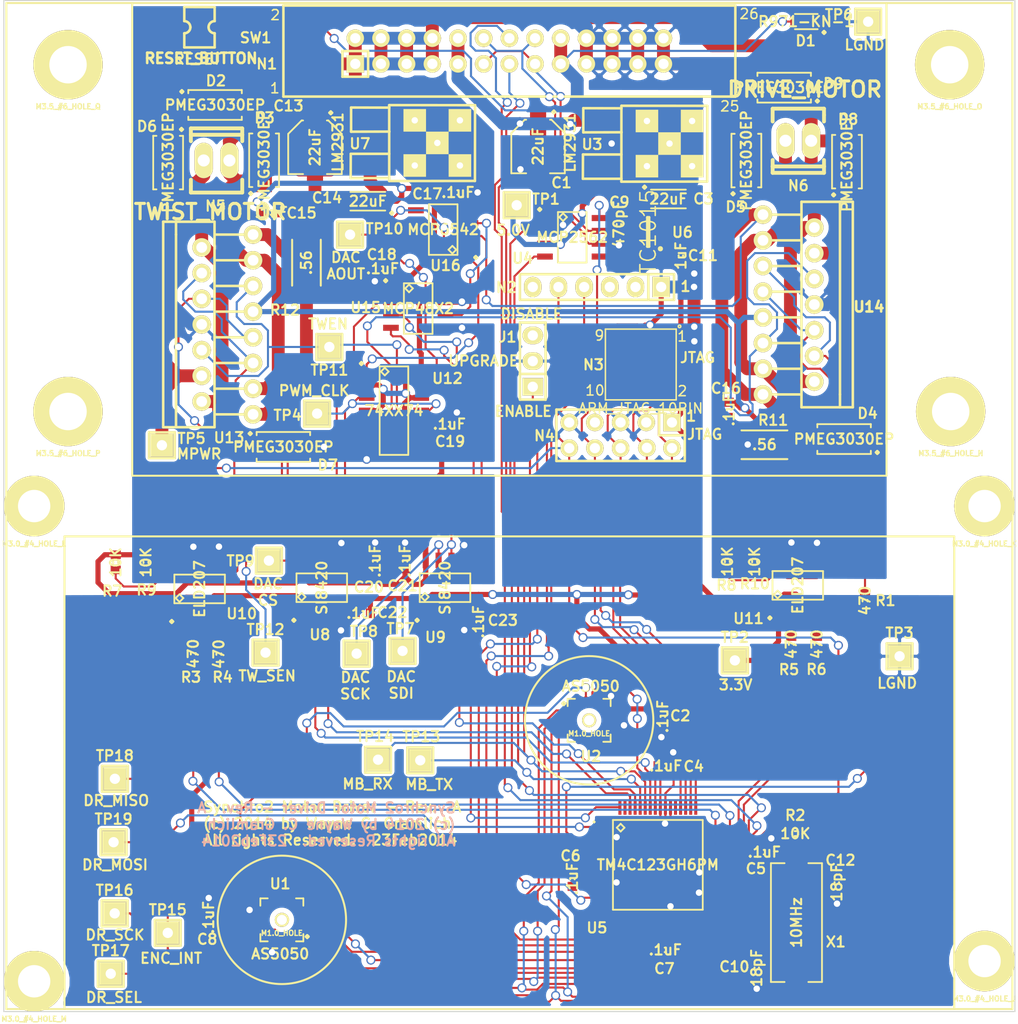
<source format=kicad_pcb>
(kicad_pcb (version 3) (host pcbnew "(2014-02-21 BZR 4712)-product")
  (layers (15 F.Cu signal) (0 B.Cu signal) (18 B.Paste user) (19 F.Paste user) (20 B.SilkS user) (21 F.SilkS user) (22 B.Mask user) (23 F.Mask user) (28 Edge.Cuts user))
  (net 0 "")
  (net 1 /5V)
  (net 2 /DR_MISO)
  (net 3 /DR_MOSI)
  (net 4 /DR_SCLK)
  (net 5 /LPWR)
  (net 6 /MB_RX)
  (net 7 /MB_TX)
  (net 8 /Motor_Power/DR+)
  (net 9 /Motor_Power/DR-)
  (net 10 /Motor_Power/DRD1)
  (net 11 /Motor_Power/DRD2)
  (net 12 /Motor_Power/DREN)
  (net 13 /Motor_Power/DR_SEN)
  (net 14 /Motor_Power/M5V)
  (net 15 /Motor_Power/MB_DAC_CLK)
  (net 16 /Motor_Power/MB_DR_EN1)
  (net 17 /Motor_Power/MB_DR_EN2)
  (net 18 /Motor_Power/MB_MGND)
  (net 19 /Motor_Power/MB_MOSI)
  (net 20 /Motor_Power/MB_MPWR)
  (net 21 /Motor_Power/MB_PWM_CLK)
  (net 22 /Motor_Power/MB_TW_EN1)
  (net 23 /Motor_Power/MB_TW_EN2)
  (net 24 /Motor_Power/TW+)
  (net 25 /Motor_Power/TW-)
  (net 26 /Motor_Power/TWD1)
  (net 27 /Motor_Power/TWD2)
  (net 28 /Motor_Power/TWEN)
  (net 29 /Motor_Power/TW_SEN)
  (net 30 /Motor_Power/~MB_DAC_SEL)
  (net 31 /SEL_FB)
  (net 32 /SEL_LR)
  (net 33 /TCK)
  (net 34 /TDI)
  (net 35 /TDO)
  (net 36 /TMS)
  (net 37 /TW_MISO)
  (net 38 /TW_MOSI)
  (net 39 /TW_SCK)
  (net 40 /UART_RX)
  (net 41 /UART_TX)
  (net 42 /~DR_SEL)
  (net 43 /~RESET)
  (net 44 /~TW_SEL)
  (net 45 3.3V)
  (net 46 GND)
  (net 47 "Net-(C10-Pad1)")
  (net 48 "Net-(C12-Pad1)")
  (net 49 "Net-(C9-Pad1)")
  (net 50 "Net-(D1-Pad1)")
  (net 51 "Net-(J1-Pad1)")
  (net 52 "Net-(J1-Pad3)")
  (net 53 "Net-(N1-Pad11)")
  (net 54 "Net-(N1-Pad12)")
  (net 55 "Net-(N2-Pad2)")
  (net 56 "Net-(N2-Pad3)")
  (net 57 "Net-(N2-Pad6)")
  (net 58 "Net-(N3-Pad7)")
  (net 59 "Net-(N4-Pad7)")
  (net 60 "Net-(R1-Pad2)")
  (net 61 "Net-(R3-Pad2)")
  (net 62 "Net-(R4-Pad2)")
  (net 63 "Net-(R5-Pad2)")
  (net 64 "Net-(R6-Pad2)")
  (net 65 "Net-(TP10-Pad1)")
  (net 66 "Net-(TP15-Pad1)")
  (net 67 "Net-(TP4-Pad1)")
  (net 68 "Net-(TP7-Pad1)")
  (net 69 "Net-(TP8-Pad1)")
  (net 70 "Net-(TP9-Pad1)")
  (net 71 "Net-(U1-Pad10)")
  (net 72 "Net-(U1-Pad16)")
  (net 73 "Net-(U1-Pad5)")
  (net 74 "Net-(U1-Pad6)")
  (net 75 "Net-(U1-Pad7)")
  (net 76 "Net-(U1-Pad8)")
  (net 77 "Net-(U12-Pad1)")
  (net 78 "Net-(U12-Pad13)")
  (net 79 "Net-(U12-Pad6)")
  (net 80 "Net-(U12-Pad8)")
  (net 81 "Net-(U15-Pad6)")
  (net 82 "Net-(U2-Pad16)")
  (net 83 "Net-(U2-Pad5)")
  (net 84 "Net-(U2-Pad6)")
  (net 85 "Net-(U2-Pad7)")
  (net 86 "Net-(U2-Pad8)")
  (net 87 "Net-(U4-Pad8)")
  (net 88 "Net-(U5-Pad10)")
  (net 89 "Net-(U5-Pad13)")
  (net 90 "Net-(U5-Pad14)")
  (net 91 "Net-(U5-Pad16)")
  (net 92 "Net-(U5-Pad23)")
  (net 93 "Net-(U5-Pad24)")
  (net 94 "Net-(U5-Pad32)")
  (net 95 "Net-(U5-Pad33)")
  (net 96 "Net-(U5-Pad34)")
  (net 97 "Net-(U5-Pad36)")
  (net 98 "Net-(U5-Pad37)")
  (net 99 "Net-(U5-Pad5)")
  (net 100 "Net-(U5-Pad53)")
  (net 101 "Net-(U5-Pad6)")
  (net 102 "Net-(U5-Pad63)")
  (net 103 "Net-(U5-Pad7)")
  (net 104 "Net-(U5-Pad8)")
  (net 105 "Net-(U5-Pad9)")
  (module IPC7351-Nominal:CAPAE530X540N (layer F.Cu) (at 102.84 64.44 270)
    (fp_text reference C1 (at 3.585 -2.315 360) (layer F.SilkS) (effects (font (size 1.016 1.016) (thickness 0.2032))))
    (fp_text value 22uF (at 0 0 270) (layer F.SilkS) (effects (font (size 1.016 1.016) (thickness 0.2032))))
    (pad 1 smd rect (at -2.2479 0 270) (size 2.99974 1.59766) (layers F.Cu F.Paste F.Mask) (net 5 /LPWR))
    (pad 2 smd rect (at 2.2479 0 270) (size 2.99974 1.59766) (layers F.Cu F.Paste F.Mask) (net 46 GND))
  )
  (module IPC7351-Nominal:CAPC1608X55N (layer F.Cu) (at 115.175 120.815 270)
    (fp_text reference C2 (at -0.07 -1.73 360) (layer F.SilkS) (effects (font (size 1.016 1.016) (thickness 0.2032))))
    (fp_text value .1uF (at 0 0 270) (layer F.SilkS) (effects (font (size 1.016 1.016) (thickness 0.2032))))
    (pad 1 smd rect (at -0.7493 0 270) (size 0.89916 0.94996) (layers F.Cu F.Paste F.Mask) (net 45 3.3V))
    (pad 2 smd rect (at 0.7493 0 270) (size 0.89916 0.94996) (layers F.Cu F.Paste F.Mask) (net 46 GND))
  )
  (module IPC7351-Nominal:CAPMP3216X180N (layer F.Cu) (at 115.73 69.63)
    (fp_text reference C3 (at 3.47 -0.01) (layer F.SilkS) (effects (font (size 1.016 1.016) (thickness 0.2032))))
    (fp_text value 22uF (at 0 0) (layer F.SilkS) (effects (font (size 1.016 1.016) (thickness 0.2032))))
    (pad 1 smd rect (at -1.29794 0) (size 1.79832 1.24968) (layers F.Cu F.Paste F.Mask) (net 1 /5V))
    (pad 2 smd rect (at 1.29794 0) (size 1.79832 1.24968) (layers F.Cu F.Paste F.Mask) (net 46 GND))
  )
  (module IPC7351-Nominal:CAPC1608X55N (layer F.Cu) (at 115.455 125.705)
    (fp_text reference C4 (at 2.78 0.05) (layer F.SilkS) (effects (font (size 1.016 1.016) (thickness 0.2032))))
    (fp_text value .1uF (at 0 0) (layer F.SilkS) (effects (font (size 1.016 1.016) (thickness 0.2032))))
    (pad 1 smd rect (at -0.7493 0) (size 0.89916 0.94996) (layers F.Cu F.Paste F.Mask) (net 45 3.3V))
    (pad 2 smd rect (at 0.7493 0) (size 0.89916 0.94996) (layers F.Cu F.Paste F.Mask) (net 46 GND))
  )
  (module IPC7351-Nominal:CAPC1608X55N (layer F.Cu) (at 125.205 134.225)
    (fp_text reference C5 (at -0.82 1.64) (layer F.SilkS) (effects (font (size 1.016 1.016) (thickness 0.2032))))
    (fp_text value .1uF (at 0 0) (layer F.SilkS) (effects (font (size 1.016 1.016) (thickness 0.2032))))
    (pad 1 smd rect (at -0.7493 0) (size 0.89916 0.94996) (layers F.Cu F.Paste F.Mask) (net 45 3.3V))
    (pad 2 smd rect (at 0.7493 0) (size 0.89916 0.94996) (layers F.Cu F.Paste F.Mask) (net 46 GND))
  )
  (module IPC7351-Nominal:CAPC1608X55N (layer F.Cu) (at 106.235 136.865 270)
    (fp_text reference C6 (at -2.27 0.18 360) (layer F.SilkS) (effects (font (size 1.016 1.016) (thickness 0.2032))))
    (fp_text value .1uF (at 0 0 270) (layer F.SilkS) (effects (font (size 1.016 1.016) (thickness 0.2032))))
    (pad 1 smd rect (at -0.7493 0 270) (size 0.89916 0.94996) (layers F.Cu F.Paste F.Mask) (net 45 3.3V))
    (pad 2 smd rect (at 0.7493 0 270) (size 0.89916 0.94996) (layers F.Cu F.Paste F.Mask) (net 46 GND))
  )
  (module IPC7351-Nominal:CAPC1608X55N (layer F.Cu) (at 115.415 143.895)
    (fp_text reference C7 (at -0.08382 1.85674) (layer F.SilkS) (effects (font (size 1.016 1.016) (thickness 0.2032))))
    (fp_text value .1uF (at 0 0) (layer F.SilkS) (effects (font (size 1.016 1.016) (thickness 0.2032))))
    (pad 1 smd rect (at -0.7493 0) (size 0.89916 0.94996) (layers F.Cu F.Paste F.Mask) (net 45 3.3V))
    (pad 2 smd rect (at 0.7493 0) (size 0.89916 0.94996) (layers F.Cu F.Paste F.Mask) (net 46 GND))
  )
  (module IPC7351-Nominal:CAPC1608X55N (layer F.Cu) (at 70.255 140.695 90)
    (fp_text reference C8 (at -2.15 -0.14 180) (layer F.SilkS) (effects (font (size 1.016 1.016) (thickness 0.2032))))
    (fp_text value .1uF (at 0 0 90) (layer F.SilkS) (effects (font (size 1.016 1.016) (thickness 0.2032))))
    (pad 1 smd rect (at -0.7493 0 90) (size 0.89916 0.94996) (layers F.Cu F.Paste F.Mask) (net 45 3.3V))
    (pad 2 smd rect (at 0.7493 0 90) (size 0.89916 0.94996) (layers F.Cu F.Paste F.Mask) (net 46 GND))
  )
  (module IPC7351-Nominal:CAPC1608X55N (layer F.Cu) (at 110.835 72.145 270)
    (fp_text reference C9 (at -2.2 -0.04 360) (layer F.SilkS) (effects (font (size 1.016 1.016) (thickness 0.2032))))
    (fp_text value 470pF (at 0 0 270) (layer F.SilkS) (effects (font (size 1.016 1.016) (thickness 0.2032))))
    (pad 1 smd rect (at -0.7493 0 270) (size 0.89916 0.94996) (layers F.Cu F.Paste F.Mask) (net 49 "Net-(C9-Pad1)"))
    (pad 2 smd rect (at 0.7493 0 270) (size 0.89916 0.94996) (layers F.Cu F.Paste F.Mask) (net 46 GND))
  )
  (module IPC7351-Nominal:CAPC1608X55N (layer F.Cu) (at 124.465 145.685 270)
    (fp_text reference C10 (at -0.12 2.21 360) (layer F.SilkS) (effects (font (size 1.016 1.016) (thickness 0.2032))))
    (fp_text value 18pF (at 0 0 270) (layer F.SilkS) (effects (font (size 1.016 1.016) (thickness 0.2032))))
    (pad 1 smd rect (at -0.7493 0 270) (size 0.89916 0.94996) (layers F.Cu F.Paste F.Mask) (net 47 "Net-(C10-Pad1)"))
    (pad 2 smd rect (at 0.7493 0 270) (size 0.89916 0.94996) (layers F.Cu F.Paste F.Mask) (net 46 GND))
  )
  (module IPC7351-Nominal:CAPC1608X55N (layer F.Cu) (at 116.965 75.245 90)
    (fp_text reference C11 (at 0.02 2.18 180) (layer F.SilkS) (effects (font (size 1.016 1.016) (thickness 0.2032))))
    (fp_text value 1uF (at 0 0 90) (layer F.SilkS) (effects (font (size 1.016 1.016) (thickness 0.2032))))
    (pad 1 smd rect (at -0.7493 0 90) (size 0.89916 0.94996) (layers F.Cu F.Paste F.Mask) (net 45 3.3V))
    (pad 2 smd rect (at 0.7493 0 90) (size 0.89916 0.94996) (layers F.Cu F.Paste F.Mask) (net 46 GND))
  )
  (module IPC7351-Nominal:CAPC1608X55N (layer F.Cu) (at 132.385 137.245 270)
    (fp_text reference C12 (at -2.22 -0.36 360) (layer F.SilkS) (effects (font (size 1.016 1.016) (thickness 0.2032))))
    (fp_text value 18pF (at 0 0 270) (layer F.SilkS) (effects (font (size 1.016 1.016) (thickness 0.2032))))
    (pad 1 smd rect (at -0.7493 0 270) (size 0.89916 0.94996) (layers F.Cu F.Paste F.Mask) (net 48 "Net-(C12-Pad1)"))
    (pad 2 smd rect (at 0.7493 0 270) (size 0.89916 0.94996) (layers F.Cu F.Paste F.Mask) (net 46 GND))
  )
  (module IPC7351-Nominal:CAPAE530X540N (layer F.Cu) (at 80.775 64.515 270)
    (fp_text reference C13 (at -4.09 2.62 360) (layer F.SilkS) (effects (font (size 1.016 1.016) (thickness 0.2032))))
    (fp_text value 22uF (at 0 0 270) (layer F.SilkS) (effects (font (size 1.016 1.016) (thickness 0.2032))))
    (pad 1 smd rect (at -2.2479 0 270) (size 2.99974 1.59766) (layers F.Cu F.Paste F.Mask) (net 20 /Motor_Power/MB_MPWR))
    (pad 2 smd rect (at 2.2479 0 270) (size 2.99974 1.59766) (layers F.Cu F.Paste F.Mask) (net 18 /Motor_Power/MB_MGND))
  )
  (module IPC7351-Nominal:CAPMP3216X180N (layer F.Cu) (at 86 69.85 180)
    (fp_text reference C14 (at 4.035 0.335 180) (layer F.SilkS) (effects (font (size 1.016 1.016) (thickness 0.2032))))
    (fp_text value 22uF (at 0 0 180) (layer F.SilkS) (effects (font (size 1.016 1.016) (thickness 0.2032))))
    (pad 1 smd rect (at -1.29794 0 180) (size 1.79832 1.24968) (layers F.Cu F.Paste F.Mask) (net 14 /Motor_Power/M5V))
    (pad 2 smd rect (at 1.29794 0 180) (size 1.79832 1.24968) (layers F.Cu F.Paste F.Mask) (net 18 /Motor_Power/MB_MGND))
  )
  (module IPC7351-Nominal:CAPC1608X55N (layer F.Cu) (at 76.44 70.97)
    (fp_text reference C15 (at 3.01 0.05) (layer F.SilkS) (effects (font (size 1.016 1.016) (thickness 0.2032))))
    (fp_text value .1uF (at 0 0) (layer F.SilkS) (effects (font (size 1.016 1.016) (thickness 0.2032))))
    (pad 1 smd rect (at -0.7493 0) (size 0.89916 0.94996) (layers F.Cu F.Paste F.Mask) (net 14 /Motor_Power/M5V))
    (pad 2 smd rect (at 0.7493 0) (size 0.89916 0.94996) (layers F.Cu F.Paste F.Mask) (net 18 /Motor_Power/MB_MGND))
  )
  (module IPC7351-Nominal:CAPC1608X55N (layer F.Cu) (at 121.725 90.485 270)
    (fp_text reference C16 (at -2.13 0.3 360) (layer F.SilkS) (effects (font (size 1.016 1.016) (thickness 0.2032))))
    (fp_text value .1uF (at 0 0 270) (layer F.SilkS) (effects (font (size 1.016 1.016) (thickness 0.2032))))
    (pad 1 smd rect (at -0.7493 0 270) (size 0.89916 0.94996) (layers F.Cu F.Paste F.Mask) (net 14 /Motor_Power/M5V))
    (pad 2 smd rect (at 0.7493 0 270) (size 0.89916 0.94996) (layers F.Cu F.Paste F.Mask) (net 18 /Motor_Power/MB_MGND))
  )
  (module IPC7351-Nominal:CAPC1608X55N (layer F.Cu) (at 94.905 68.985)
    (fp_text reference C17 (at -3.02 0.14) (layer F.SilkS) (effects (font (size 1.016 1.016) (thickness 0.2032))))
    (fp_text value .1uF (at 0 0) (layer F.SilkS) (effects (font (size 1.016 1.016) (thickness 0.2032))))
    (pad 1 smd rect (at -0.7493 0) (size 0.89916 0.94996) (layers F.Cu F.Paste F.Mask) (net 14 /Motor_Power/M5V))
    (pad 2 smd rect (at 0.7493 0) (size 0.89916 0.94996) (layers F.Cu F.Paste F.Mask) (net 18 /Motor_Power/MB_MGND))
  )
  (module IPC7351-Nominal:CAPC1608X55N (layer F.Cu) (at 87.445 76.525 180)
    (fp_text reference C18 (at 0.07 1.4 180) (layer F.SilkS) (effects (font (size 1.016 1.016) (thickness 0.2032))))
    (fp_text value .1uF (at 0 0 180) (layer F.SilkS) (effects (font (size 1.016 1.016) (thickness 0.2032))))
    (pad 1 smd rect (at -0.7493 0 180) (size 0.89916 0.94996) (layers F.Cu F.Paste F.Mask) (net 14 /Motor_Power/M5V))
    (pad 2 smd rect (at 0.7493 0 180) (size 0.89916 0.94996) (layers F.Cu F.Paste F.Mask) (net 18 /Motor_Power/MB_MGND))
  )
  (module IPC7351-Nominal:CAPC1608X55N (layer F.Cu) (at 94.055 91.895)
    (fp_text reference C19 (at 0.08128 1.7145) (layer F.SilkS) (effects (font (size 1.016 1.016) (thickness 0.2032))))
    (fp_text value .1uF (at 0 0) (layer F.SilkS) (effects (font (size 1.016 1.016) (thickness 0.2032))))
    (pad 1 smd rect (at -0.7493 0) (size 0.89916 0.94996) (layers F.Cu F.Paste F.Mask) (net 14 /Motor_Power/M5V))
    (pad 2 smd rect (at 0.7493 0) (size 0.89916 0.94996) (layers F.Cu F.Paste F.Mask) (net 18 /Motor_Power/MB_MGND))
  )
  (module IPC7351-Nominal:CAPC1608X55N (layer F.Cu) (at 86.725 105.445 90)
    (fp_text reference C20 (at -2.57 -0.62 180) (layer F.SilkS) (effects (font (size 1.016 1.016) (thickness 0.2032))))
    (fp_text value .1uF (at 0 0 90) (layer F.SilkS) (effects (font (size 1.016 1.016) (thickness 0.2032))))
    (pad 1 smd rect (at -0.7493 0 90) (size 0.89916 0.94996) (layers F.Cu F.Paste F.Mask) (net 14 /Motor_Power/M5V))
    (pad 2 smd rect (at 0.7493 0 90) (size 0.89916 0.94996) (layers F.Cu F.Paste F.Mask) (net 18 /Motor_Power/MB_MGND))
  )
  (module IPC7351-Nominal:CAPC1608X55N (layer F.Cu) (at 89.685 105.445 90)
    (fp_text reference C21 (at -2.44 -0.25 180) (layer F.SilkS) (effects (font (size 1.016 1.016) (thickness 0.2032))))
    (fp_text value .1uF (at 0 0 90) (layer F.SilkS) (effects (font (size 1.016 1.016) (thickness 0.2032))))
    (pad 1 smd rect (at -0.7493 0 90) (size 0.89916 0.94996) (layers F.Cu F.Paste F.Mask) (net 14 /Motor_Power/M5V))
    (pad 2 smd rect (at 0.7493 0 90) (size 0.89916 0.94996) (layers F.Cu F.Paste F.Mask) (net 18 /Motor_Power/MB_MGND))
  )
  (module IPC7351-Nominal:DIOM2012X160N (layer F.Cu) (at 129.365 52.085 180)
    (fp_text reference D1 (at 0.06 -1.9 180) (layer F.SilkS) (effects (font (size 1.016 1.016) (thickness 0.2032))))
    (fp_text value R971-KN-1 (at 0 0 180) (layer F.SilkS) (effects (font (size 1.016 1.016) (thickness 0.2032))))
    (pad 1 smd rect (at -0.89916 0 180) (size 1.34874 1.04902) (layers F.Cu F.Paste F.Mask) (net 50 "Net-(D1-Pad1)"))
    (pad 2 smd rect (at 0.89916 0 180) (size 1.34874 1.04902) (layers F.Cu F.Paste F.Mask) (net 46 GND))
  )
  (module IPC7351-Nominal:DIOM5027X244N (layer F.Cu) (at 70.89 60.33)
    (fp_text reference D2 (at 0.08636 -2.3876) (layer F.SilkS) (effects (font (size 1.016 1.016) (thickness 0.2032))))
    (fp_text value PMEG3030EP (at 0 0) (layer F.SilkS) (effects (font (size 1.016 1.016) (thickness 0.2032))))
    (pad 1 smd rect (at -2.04978 0) (size 2.19964 1.5494) (layers F.Cu F.Paste F.Mask) (net 20 /Motor_Power/MB_MPWR))
    (pad 2 smd rect (at 2.04978 0) (size 2.19964 1.5494) (layers F.Cu F.Paste F.Mask) (net 25 /Motor_Power/TW-))
  )
  (module IPC7351-Nominal:DIOM5027X244N (layer F.Cu) (at 75.74 65.8 90)
    (fp_text reference D3 (at 4.195 0.045 180) (layer F.SilkS) (effects (font (size 1.016 1.016) (thickness 0.2032))))
    (fp_text value PMEG3030EP (at 0 0 90) (layer F.SilkS) (effects (font (size 1.016 1.016) (thickness 0.2032))))
    (pad 1 smd rect (at -2.04978 0 90) (size 2.19964 1.5494) (layers F.Cu F.Paste F.Mask) (net 25 /Motor_Power/TW-))
    (pad 2 smd rect (at 2.04978 0 90) (size 2.19964 1.5494) (layers F.Cu F.Paste F.Mask) (net 18 /Motor_Power/MB_MGND))
  )
  (module IPC7351-Nominal:DIOM5027X244N (layer F.Cu) (at 133.105 93.375 180)
    (fp_text reference D4 (at -2.32 2.54 180) (layer F.SilkS) (effects (font (size 1.016 1.016) (thickness 0.2032))))
    (fp_text value PMEG3030EP (at 0 0 180) (layer F.SilkS) (effects (font (size 1.016 1.016) (thickness 0.2032))))
    (pad 1 smd rect (at -2.04978 0 180) (size 2.19964 1.5494) (layers F.Cu F.Paste F.Mask) (net 20 /Motor_Power/MB_MPWR))
    (pad 2 smd rect (at 2.04978 0 180) (size 2.19964 1.5494) (layers F.Cu F.Paste F.Mask) (net 9 /Motor_Power/DR-))
  )
  (module IPC7351-Nominal:DIOM5027X244N (layer F.Cu) (at 123.44 65.83 90)
    (fp_text reference D5 (at -4.58 -1.06 180) (layer F.SilkS) (effects (font (size 1.016 1.016) (thickness 0.2032))))
    (fp_text value PMEG3030EP (at 0 0 90) (layer F.SilkS) (effects (font (size 1.016 1.016) (thickness 0.2032))))
    (pad 1 smd rect (at -2.04978 0 90) (size 2.19964 1.5494) (layers F.Cu F.Paste F.Mask) (net 9 /Motor_Power/DR-))
    (pad 2 smd rect (at 2.04978 0 90) (size 2.19964 1.5494) (layers F.Cu F.Paste F.Mask) (net 18 /Motor_Power/MB_MGND))
  )
  (module IPC7351-Nominal:DIOM5027X244N (layer F.Cu) (at 66.25 66.03 270)
    (fp_text reference D6 (at -3.58 2.09 360) (layer F.SilkS) (effects (font (size 1.016 1.016) (thickness 0.2032))))
    (fp_text value PMEG3030EP (at 0 0 270) (layer F.SilkS) (effects (font (size 1.016 1.016) (thickness 0.2032))))
    (pad 1 smd rect (at -2.04978 0 270) (size 2.19964 1.5494) (layers F.Cu F.Paste F.Mask) (net 20 /Motor_Power/MB_MPWR))
    (pad 2 smd rect (at 2.04978 0 270) (size 2.19964 1.5494) (layers F.Cu F.Paste F.Mask) (net 24 /Motor_Power/TW+))
  )
  (module IPC7351-Nominal:DIOM5027X244N (layer F.Cu) (at 77.65 94.15)
    (fp_text reference D7 (at 4.385 1.795) (layer F.SilkS) (effects (font (size 1.016 1.016) (thickness 0.2032))))
    (fp_text value PMEG3030EP (at 0 0) (layer F.SilkS) (effects (font (size 1.016 1.016) (thickness 0.2032))))
    (pad 1 smd rect (at -2.04978 0) (size 2.19964 1.5494) (layers F.Cu F.Paste F.Mask) (net 24 /Motor_Power/TW+))
    (pad 2 smd rect (at 2.04978 0) (size 2.19964 1.5494) (layers F.Cu F.Paste F.Mask) (net 18 /Motor_Power/MB_MGND))
  )
  (module IPC7351-Nominal:DIOM5027X244N (layer F.Cu) (at 133.39 65.94 90)
    (fp_text reference D8 (at 4.19 0.11 180) (layer F.SilkS) (effects (font (size 1.016 1.016) (thickness 0.2032))))
    (fp_text value PMEG3030EP (at 0 0 90) (layer F.SilkS) (effects (font (size 1.016 1.016) (thickness 0.2032))))
    (pad 1 smd rect (at -2.04978 0 90) (size 2.19964 1.5494) (layers F.Cu F.Paste F.Mask) (net 20 /Motor_Power/MB_MPWR))
    (pad 2 smd rect (at 2.04978 0 90) (size 2.19964 1.5494) (layers F.Cu F.Paste F.Mask) (net 8 /Motor_Power/DR+))
  )
  (module IPC7351-Nominal:DIOM5027X244N (layer F.Cu) (at 127.18 58.62 180)
    (fp_text reference D9 (at -4.875 0.405 180) (layer F.SilkS) (effects (font (size 1.016 1.016) (thickness 0.2032))))
    (fp_text value PMEG3030EP (at 0 0 180) (layer F.SilkS) (effects (font (size 1.016 1.016) (thickness 0.2032))))
    (pad 1 smd rect (at -2.04978 0 180) (size 2.19964 1.5494) (layers F.Cu F.Paste F.Mask) (net 8 /Motor_Power/DR+))
    (pad 2 smd rect (at 2.04978 0 180) (size 2.19964 1.5494) (layers F.Cu F.Paste F.Mask) (net 18 /Motor_Power/MB_MGND))
  )
  (module Pin_Headers:Pin_Header_Straight_1x03 (layer F.Cu) (at 102.315 85.665 90)
    (fp_text reference J1 (at 2.38 -2.49 180) (layer F.SilkS) (effects (font (size 1.016 1.016) (thickness 0.2032))))
    (fp_text value UPDATE_ENABLE hide)
    (pad 1 thru_hole rect (at -2.54 0 90) (size 1.7272 2.032) (drill 1.016) (layers *.Cu *.Mask F.SilkS) (net 51 "Net-(J1-Pad1)"))
    (pad 2 thru_hole oval (at 0 0 90) (size 1.7272 2.032) (drill 1.016) (layers *.Cu *.Mask F.SilkS) (net 46 GND))
    (pad 3 thru_hole oval (at 2.54 0 90) (size 1.7272 2.032) (drill 1.016) (layers *.Cu *.Mask F.SilkS) (net 52 "Net-(J1-Pad3)"))
  )
  (module Pin_Headers:Pin_Header_Straight_1x06 (layer F.Cu) (at 108.665 78.335 180)
    (fp_text reference N2 (at 8.96 -0.04 180) (layer F.SilkS) (effects (font (size 1.016 1.016) (thickness 0.2032))))
    (fp_text value FTDI_CONN hide)
    (pad 1 thru_hole rect (at -6.35 0 180) (size 1.7272 2.032) (drill 1.016) (layers *.Cu *.Mask F.SilkS) (net 46 GND))
    (pad 2 thru_hole oval (at -3.81 0 180) (size 1.7272 2.032) (drill 1.016) (layers *.Cu *.Mask F.SilkS) (net 55 "Net-(N2-Pad2)"))
    (pad 3 thru_hole oval (at -1.27 0 180) (size 1.7272 2.032) (drill 1.016) (layers *.Cu *.Mask F.SilkS) (net 56 "Net-(N2-Pad3)"))
    (pad 4 thru_hole oval (at 1.27 0 180) (size 1.7272 2.032) (drill 1.016) (layers *.Cu *.Mask F.SilkS) (net 40 /UART_RX))
    (pad 5 thru_hole oval (at 3.81 0 180) (size 1.7272 2.032) (drill 1.016) (layers *.Cu *.Mask F.SilkS) (net 41 /UART_TX))
    (pad 6 thru_hole oval (at 6.35 0 180) (size 1.7272 2.032) (drill 1.016) (layers *.Cu *.Mask F.SilkS) (net 57 "Net-(N2-Pad6)"))
  )
  (module Synchro2_Rev_A:SMT_VERT_M1.27_2x5 (layer F.Cu) (at 113 86 180)
    (fp_text reference N3 (at 4.685 -0.025 180) (layer F.SilkS) (effects (font (size 1.016 1.016) (thickness 0.2032))))
    (fp_text value ARM_JTAG_10PIN (at 0.01 -4.34 180) (layer F.SilkS))
    (fp_text user 10 (at 4.535 -2.565 180) (layer F.SilkS))
    (fp_text user 9 (at 4.1 2.87 180) (layer F.SilkS))
    (fp_text user 2 (at -4.11 -2.63 180) (layer F.SilkS))
    (fp_text user 1 (at -4.09 2.78 180) (layer F.SilkS))
    (pad 1 smd rect (at -2.54 1.95 180) (size 0.76 2.4) (layers F.Cu F.Paste F.Mask) (net 45 3.3V))
    (pad 2 smd rect (at -2.54 -1.95 180) (size 0.76 2.4) (layers F.Cu F.Paste F.Mask) (net 36 /TMS))
    (pad 3 smd rect (at -1.27 1.95 180) (size 0.76 2.4) (layers F.Cu F.Paste F.Mask) (net 46 GND))
    (pad 4 smd rect (at -1.27 -1.95 180) (size 0.76 2.4) (layers F.Cu F.Paste F.Mask) (net 33 /TCK))
    (pad 5 smd rect (at 0 1.95 180) (size 0.76 2.4) (layers F.Cu F.Paste F.Mask) (net 46 GND))
    (pad 6 smd rect (at 0 -1.95 180) (size 0.76 2.4) (layers F.Cu F.Paste F.Mask) (net 35 /TDO))
    (pad 7 smd rect (at 1.27 1.95 180) (size 0.76 2.4) (layers F.Cu F.Paste F.Mask) (net 58 "Net-(N3-Pad7)"))
    (pad 8 smd rect (at 1.27 -1.95 180) (size 0.76 2.4) (layers F.Cu F.Paste F.Mask) (net 34 /TDI))
    (pad 9 smd rect (at 2.54 1.95 180) (size 0.76 2.4) (layers F.Cu F.Paste F.Mask) (net 46 GND))
    (pad 10 smd rect (at 2.54 -1.95 180) (size 0.76 2.4) (layers F.Cu F.Paste F.Mask) (net 43 /~RESET))
  )
  (module Sockets_MOLEX_KK-System:Socket_MOLEX-KK-RM2-54mm_Lock_2pin_straight (layer F.Cu) (at 71.04 65.82)
    (fp_text reference N5 (at -0.1 4.51) (layer F.SilkS) (effects (font (size 1.016 1.016) (thickness 0.2032))))
    (fp_text value TWIST_MOTOR (at -0.635 5.08) (layer F.SilkS) (effects (font (thickness 0.3048))))
    (pad 1 thru_hole oval (at -1.27 0) (size 1.80086 3.50012) (drill 1.19888) (layers *.Cu *.Mask F.SilkS) (net 24 /Motor_Power/TW+))
    (pad 2 thru_hole oval (at 1.27 0) (size 1.80086 3.50012) (drill 1.19888) (layers *.Cu *.Mask F.SilkS) (net 25 /Motor_Power/TW-))
  )
  (module Sockets_MOLEX_KK-System:Socket_MOLEX-KK-RM2-54mm_Lock_2pin_straight (layer F.Cu) (at 128.58 63.87 180)
    (fp_text reference N6 (at 0 -4.445 180) (layer F.SilkS) (effects (font (size 1.016 1.016) (thickness 0.2032))))
    (fp_text value DRIVE_MOTOR (at -0.635 5.08 180) (layer F.SilkS) (effects (font (thickness 0.3048))))
    (pad 1 thru_hole oval (at -1.27 0 180) (size 1.80086 3.50012) (drill 1.19888) (layers *.Cu *.Mask F.SilkS) (net 8 /Motor_Power/DR+))
    (pad 2 thru_hole oval (at 1.27 0 180) (size 1.80086 3.50012) (drill 1.19888) (layers *.Cu *.Mask F.SilkS) (net 9 /Motor_Power/DR-))
  )
  (module IPC7351-Nominal:RESC1608X50N (layer F.Cu) (at 135.175 109.355 270)
    (fp_text reference R1 (at -0.01 -2.02 360) (layer F.SilkS) (effects (font (size 1.016 1.016) (thickness 0.2032))))
    (fp_text value 470 (at 0 0 270) (layer F.SilkS) (effects (font (size 1.016 1.016) (thickness 0.2032))))
    (pad 1 smd rect (at -0.7493 0 270) (size 0.84836 0.99822) (layers F.Cu F.Paste F.Mask) (net 50 "Net-(D1-Pad1)"))
    (pad 2 smd rect (at 0.7493 0 270) (size 0.84836 0.99822) (layers F.Cu F.Paste F.Mask) (net 60 "Net-(R1-Pad2)"))
  )
  (module IPC7351-Nominal:RESC1608X50N (layer F.Cu) (at 128.285 132.395 180)
    (fp_text reference R2 (at 0.01 1.81 180) (layer F.SilkS) (effects (font (size 1.016 1.016) (thickness 0.2032))))
    (fp_text value 10K (at 0 0 180) (layer F.SilkS) (effects (font (size 1.016 1.016) (thickness 0.2032))))
    (pad 1 smd rect (at -0.7493 0 180) (size 0.84836 0.99822) (layers F.Cu F.Paste F.Mask) (net 43 /~RESET))
    (pad 2 smd rect (at 0.7493 0 180) (size 0.84836 0.99822) (layers F.Cu F.Paste F.Mask) (net 45 3.3V))
  )
  (module IPC7351-Nominal:RESC1608X50N (layer F.Cu) (at 68.735 114.605 90)
    (fp_text reference R3 (at -2.32 -0.23 180) (layer F.SilkS) (effects (font (size 1.016 1.016) (thickness 0.2032))))
    (fp_text value 470 (at 0 0 90) (layer F.SilkS) (effects (font (size 1.016 1.016) (thickness 0.2032))))
    (pad 1 smd rect (at -0.7493 0 90) (size 0.84836 0.99822) (layers F.Cu F.Paste F.Mask) (net 22 /Motor_Power/MB_TW_EN1))
    (pad 2 smd rect (at 0.7493 0 90) (size 0.84836 0.99822) (layers F.Cu F.Paste F.Mask) (net 61 "Net-(R3-Pad2)"))
  )
  (module IPC7351-Nominal:RESC1608X50N (layer F.Cu) (at 71.265 114.645 90)
    (fp_text reference R4 (at -2.28 0.37 180) (layer F.SilkS) (effects (font (size 1.016 1.016) (thickness 0.2032))))
    (fp_text value 470 (at 0 0 90) (layer F.SilkS) (effects (font (size 1.016 1.016) (thickness 0.2032))))
    (pad 1 smd rect (at -0.7493 0 90) (size 0.84836 0.99822) (layers F.Cu F.Paste F.Mask) (net 23 /Motor_Power/MB_TW_EN2))
    (pad 2 smd rect (at 0.7493 0 90) (size 0.84836 0.99822) (layers F.Cu F.Paste F.Mask) (net 62 "Net-(R4-Pad2)"))
  )
  (module IPC7351-Nominal:RESC1608X50N (layer F.Cu) (at 127.885 113.665 90)
    (fp_text reference R5 (at -2.51 -0.23 180) (layer F.SilkS) (effects (font (size 1.016 1.016) (thickness 0.2032))))
    (fp_text value 470 (at 0 0 90) (layer F.SilkS) (effects (font (size 1.016 1.016) (thickness 0.2032))))
    (pad 1 smd rect (at -0.7493 0 90) (size 0.84836 0.99822) (layers F.Cu F.Paste F.Mask) (net 16 /Motor_Power/MB_DR_EN1))
    (pad 2 smd rect (at 0.7493 0 90) (size 0.84836 0.99822) (layers F.Cu F.Paste F.Mask) (net 63 "Net-(R5-Pad2)"))
  )
  (module IPC7351-Nominal:RESC1608X50N (layer F.Cu) (at 130.425 113.665 90)
    (fp_text reference R6 (at -2.49 -0.05 180) (layer F.SilkS) (effects (font (size 1.016 1.016) (thickness 0.2032))))
    (fp_text value 470 (at 0 0 90) (layer F.SilkS) (effects (font (size 1.016 1.016) (thickness 0.2032))))
    (pad 1 smd rect (at -0.7493 0 90) (size 0.84836 0.99822) (layers F.Cu F.Paste F.Mask) (net 17 /Motor_Power/MB_DR_EN2))
    (pad 2 smd rect (at 0.7493 0 90) (size 0.84836 0.99822) (layers F.Cu F.Paste F.Mask) (net 64 "Net-(R6-Pad2)"))
  )
  (module IPC7351-Nominal:RESC1608X50N (layer F.Cu) (at 61.065 105.565 90)
    (fp_text reference R7 (at -2.85 -0.34 180) (layer F.SilkS) (effects (font (size 1.016 1.016) (thickness 0.2032))))
    (fp_text value 10K (at 0 0 90) (layer F.SilkS) (effects (font (size 1.016 1.016) (thickness 0.2032))))
    (pad 1 smd rect (at -0.7493 0 90) (size 0.84836 0.99822) (layers F.Cu F.Paste F.Mask) (net 26 /Motor_Power/TWD1))
    (pad 2 smd rect (at 0.7493 0 90) (size 0.84836 0.99822) (layers F.Cu F.Paste F.Mask) (net 14 /Motor_Power/M5V))
  )
  (module IPC7351-Nominal:RESC1608X50N (layer F.Cu) (at 121.565 105.485 90)
    (fp_text reference R8 (at -2.34 -0.1 180) (layer F.SilkS) (effects (font (size 1.016 1.016) (thickness 0.2032))))
    (fp_text value 10K (at 0 0 90) (layer F.SilkS) (effects (font (size 1.016 1.016) (thickness 0.2032))))
    (pad 1 smd rect (at -0.7493 0 90) (size 0.84836 0.99822) (layers F.Cu F.Paste F.Mask) (net 10 /Motor_Power/DRD1))
    (pad 2 smd rect (at 0.7493 0 90) (size 0.84836 0.99822) (layers F.Cu F.Paste F.Mask) (net 14 /Motor_Power/M5V))
  )
  (module IPC7351-Nominal:RESC1608X50N (layer F.Cu) (at 64.055 105.565 90)
    (fp_text reference R9 (at -2.74 0.06 180) (layer F.SilkS) (effects (font (size 1.016 1.016) (thickness 0.2032))))
    (fp_text value 10K (at 0 0 90) (layer F.SilkS) (effects (font (size 1.016 1.016) (thickness 0.2032))))
    (pad 1 smd rect (at -0.7493 0 90) (size 0.84836 0.99822) (layers F.Cu F.Paste F.Mask) (net 27 /Motor_Power/TWD2))
    (pad 2 smd rect (at 0.7493 0 90) (size 0.84836 0.99822) (layers F.Cu F.Paste F.Mask) (net 14 /Motor_Power/M5V))
  )
  (module IPC7351-Nominal:RESC1608X50N (layer F.Cu) (at 124.255 105.495 90)
    (fp_text reference R10 (at -2.19 0.02 180) (layer F.SilkS) (effects (font (size 1.016 1.016) (thickness 0.2032))))
    (fp_text value 10K (at 0 0 90) (layer F.SilkS) (effects (font (size 1.016 1.016) (thickness 0.2032))))
    (pad 1 smd rect (at -0.7493 0 90) (size 0.84836 0.99822) (layers F.Cu F.Paste F.Mask) (net 11 /Motor_Power/DRD2))
    (pad 2 smd rect (at 0.7493 0 90) (size 0.84836 0.99822) (layers F.Cu F.Paste F.Mask) (net 14 /Motor_Power/M5V))
  )
  (module IPC7351-Nominal:RESC6432X76N (layer F.Cu) (at 125.225 93.935)
    (fp_text reference R11 (at 0.86 -2.43) (layer F.SilkS) (effects (font (size 1.016 1.016) (thickness 0.2032))))
    (fp_text value .56 (at 0 0) (layer F.SilkS) (effects (font (size 1.016 1.016) (thickness 0.2032))))
    (pad 1 smd rect (at -3.0988 0) (size 1.14808 3.34772) (layers F.Cu F.Paste F.Mask) (net 18 /Motor_Power/MB_MGND))
    (pad 2 smd rect (at 3.0988 0) (size 1.14808 3.34772) (layers F.Cu F.Paste F.Mask) (net 13 /Motor_Power/DR_SEN))
  )
  (module IPC7351-Nominal:RESC6432X76N (layer F.Cu) (at 79.93 75.93 270)
    (fp_text reference R12 (at 4.685 2.125 360) (layer F.SilkS) (effects (font (size 1.016 1.016) (thickness 0.2032))))
    (fp_text value .56 (at 0 0 270) (layer F.SilkS) (effects (font (size 1.016 1.016) (thickness 0.2032))))
    (pad 1 smd rect (at -3.0988 0 270) (size 1.14808 3.34772) (layers F.Cu F.Paste F.Mask) (net 18 /Motor_Power/MB_MGND))
    (pad 2 smd rect (at 3.0988 0 270) (size 1.14808 3.34772) (layers F.Cu F.Paste F.Mask) (net 29 /Motor_Power/TW_SEN))
  )
  (module Robus:KSS221GLFS (layer F.Cu) (at 69.35 52.64)
    (fp_text reference SW1 (at 5.555 1.045) (layer F.SilkS) (effects (font (size 1.016 1.016) (thickness 0.2032))))
    (fp_text value RESET_BUTTON (at 0.14986 3.08102) (layer F.SilkS) (effects (font (size 1.016 1.016) (thickness 0.254))))
    (pad 1 smd rect (at -2.94894 0) (size 1.69926 3.70078) (layers F.Cu F.Paste F.Mask) (net 43 /~RESET))
    (pad 2 smd rect (at 2.94894 0) (size 1.69926 3.70078) (layers F.Cu F.Paste F.Mask) (net 46 GND))
  )
  (module IPC7351-Nominal:SOIC127P600X175-8N (layer F.Cu) (at 106.22 73.42)
    (fp_text reference U4 (at -4.905 2.075) (layer F.SilkS) (effects (font (size 1.016 1.016) (thickness 0.2032))))
    (fp_text value MCP2562 (at 0 0) (layer F.SilkS) (effects (font (size 1.016 1.016) (thickness 0.2032))))
    (pad 1 smd rect (at -2.69748 -1.905) (size 1.5494 0.59944) (layers F.Cu F.Paste F.Mask) (net 7 /MB_TX))
    (pad 2 smd rect (at -2.69748 -0.635) (size 1.5494 0.59944) (layers F.Cu F.Paste F.Mask) (net 46 GND))
    (pad 3 smd rect (at -2.69748 0.635) (size 1.5494 0.59944) (layers F.Cu F.Paste F.Mask) (net 1 /5V))
    (pad 4 smd rect (at -2.69748 1.905) (size 1.5494 0.59944) (layers F.Cu F.Paste F.Mask) (net 6 /MB_RX))
    (pad 5 smd rect (at 2.69748 1.905) (size 1.5494 0.59944) (layers F.Cu F.Paste F.Mask) (net 45 3.3V))
    (pad 6 smd rect (at 2.69748 0.635) (size 1.5494 0.59944) (layers F.Cu F.Paste F.Mask) (net 54 "Net-(N1-Pad12)"))
    (pad 7 smd rect (at 2.69748 -0.635) (size 1.5494 0.59944) (layers F.Cu F.Paste F.Mask) (net 53 "Net-(N1-Pad11)"))
    (pad 8 smd rect (at 2.69748 -1.905) (size 1.5494 0.59944) (layers F.Cu F.Paste F.Mask) (net 87 "Net-(U4-Pad8)"))
  )
  (module IPC7351-Nominal:QFP50P1200X1200X145-64N (layer F.Cu) (at 114.685 135.485)
    (fp_text reference U5 (at -6.02488 6.23316) (layer F.SilkS) (effects (font (size 1.016 1.016) (thickness 0.2032))))
    (fp_text value TM4C123GH6PM (at 0 0) (layer F.SilkS) (effects (font (size 1.016 1.016) (thickness 0.2032))))
    (pad 1 smd rect (at -5.69976 -3.74904) (size 1.4986 0.29972) (layers F.Cu F.Paste F.Mask) (net 66 "Net-(TP15-Pad1)"))
    (pad 2 smd rect (at -5.69976 -3.24866) (size 1.4986 0.29972) (layers F.Cu F.Paste F.Mask) (net 45 3.3V))
    (pad 3 smd rect (at -5.69976 -2.74828) (size 1.4986 0.29972) (layers F.Cu F.Paste F.Mask) (net 46 GND))
    (pad 4 smd rect (at -5.69976 -2.2479) (size 1.4986 0.29972) (layers F.Cu F.Paste F.Mask) (net 60 "Net-(R1-Pad2)"))
    (pad 5 smd rect (at -5.69976 -1.74752) (size 1.4986 0.29972) (layers F.Cu F.Paste F.Mask) (net 99 "Net-(U5-Pad5)"))
    (pad 6 smd rect (at -5.69976 -1.24968) (size 1.4986 0.29972) (layers F.Cu F.Paste F.Mask) (net 101 "Net-(U5-Pad6)"))
    (pad 7 smd rect (at -5.69976 -0.7493) (size 1.4986 0.29972) (layers F.Cu F.Paste F.Mask) (net 103 "Net-(U5-Pad7)"))
    (pad 8 smd rect (at -5.69976 -0.24892) (size 1.4986 0.29972) (layers F.Cu F.Paste F.Mask) (net 104 "Net-(U5-Pad8)"))
    (pad 9 smd rect (at -5.69976 0.24892) (size 1.4986 0.29972) (layers F.Cu F.Paste F.Mask) (net 105 "Net-(U5-Pad9)"))
    (pad 10 smd rect (at -5.69976 0.7493) (size 1.4986 0.29972) (layers F.Cu F.Paste F.Mask) (net 88 "Net-(U5-Pad10)"))
    (pad 11 smd rect (at -5.69976 1.24968) (size 1.4986 0.29972) (layers F.Cu F.Paste F.Mask) (net 45 3.3V))
    (pad 12 smd rect (at -5.69976 1.74752) (size 1.4986 0.29972) (layers F.Cu F.Paste F.Mask) (net 46 GND))
    (pad 13 smd rect (at -5.69976 2.2479) (size 1.4986 0.29972) (layers F.Cu F.Paste F.Mask) (net 89 "Net-(U5-Pad13)"))
    (pad 14 smd rect (at -5.69976 2.74828) (size 1.4986 0.29972) (layers F.Cu F.Paste F.Mask) (net 90 "Net-(U5-Pad14)"))
    (pad 15 smd rect (at -5.69976 3.24866) (size 1.4986 0.29972) (layers F.Cu F.Paste F.Mask) (net 51 "Net-(J1-Pad1)"))
    (pad 16 smd rect (at -5.69976 3.74904) (size 1.4986 0.29972) (layers F.Cu F.Paste F.Mask) (net 91 "Net-(U5-Pad16)"))
    (pad 17 smd rect (at -3.74904 5.69976) (size 0.29972 1.4986) (layers F.Cu F.Paste F.Mask) (net 40 /UART_RX))
    (pad 18 smd rect (at -3.24866 5.69976) (size 0.29972 1.4986) (layers F.Cu F.Paste F.Mask) (net 41 /UART_TX))
    (pad 19 smd rect (at -2.74828 5.69976) (size 0.29972 1.4986) (layers F.Cu F.Paste F.Mask) (net 39 /TW_SCK))
    (pad 20 smd rect (at -2.2479 5.69976) (size 0.29972 1.4986) (layers F.Cu F.Paste F.Mask) (net 44 /~TW_SEL))
    (pad 21 smd rect (at -1.74752 5.69976) (size 0.29972 1.4986) (layers F.Cu F.Paste F.Mask) (net 37 /TW_MISO))
    (pad 22 smd rect (at -1.24968 5.69976) (size 0.29972 1.4986) (layers F.Cu F.Paste F.Mask) (net 38 /TW_MOSI))
    (pad 23 smd rect (at -0.7493 5.69976) (size 0.29972 1.4986) (layers F.Cu F.Paste F.Mask) (net 92 "Net-(U5-Pad23)"))
    (pad 24 smd rect (at -0.24892 5.69976) (size 0.29972 1.4986) (layers F.Cu F.Paste F.Mask) (net 93 "Net-(U5-Pad24)"))
    (pad 25 smd rect (at 0.24892 5.69976) (size 0.29972 1.4986) (layers F.Cu F.Paste F.Mask) (net 45 3.3V))
    (pad 26 smd rect (at 0.7493 5.69976) (size 0.29972 1.4986) (layers F.Cu F.Paste F.Mask) (net 45 3.3V))
    (pad 27 smd rect (at 1.24968 5.69976) (size 0.29972 1.4986) (layers F.Cu F.Paste F.Mask) (net 46 GND))
    (pad 28 smd rect (at 1.74752 5.69976) (size 0.29972 1.4986) (layers F.Cu F.Paste F.Mask) (net 2 /DR_MISO))
    (pad 29 smd rect (at 2.2479 5.69976) (size 0.29972 1.4986) (layers F.Cu F.Paste F.Mask) (net 3 /DR_MOSI))
    (pad 30 smd rect (at 2.74828 5.69976) (size 0.29972 1.4986) (layers F.Cu F.Paste F.Mask) (net 4 /DR_SCLK))
    (pad 31 smd rect (at 3.24866 5.69976) (size 0.29972 1.4986) (layers F.Cu F.Paste F.Mask) (net 42 /~DR_SEL))
    (pad 32 smd rect (at 3.74904 5.69976) (size 0.29972 1.4986) (layers F.Cu F.Paste F.Mask) (net 94 "Net-(U5-Pad32)"))
    (pad 33 smd rect (at 5.69976 3.74904) (size 1.4986 0.29972) (layers F.Cu F.Paste F.Mask) (net 95 "Net-(U5-Pad33)"))
    (pad 34 smd rect (at 5.69976 3.24866) (size 1.4986 0.29972) (layers F.Cu F.Paste F.Mask) (net 96 "Net-(U5-Pad34)"))
    (pad 35 smd rect (at 5.69976 2.74828) (size 1.4986 0.29972) (layers F.Cu F.Paste F.Mask) (net 46 GND))
    (pad 36 smd rect (at 5.69976 2.2479) (size 1.4986 0.29972) (layers F.Cu F.Paste F.Mask) (net 97 "Net-(U5-Pad36)"))
    (pad 37 smd rect (at 5.69976 1.74752) (size 1.4986 0.29972) (layers F.Cu F.Paste F.Mask) (net 98 "Net-(U5-Pad37)"))
    (pad 38 smd rect (at 5.69976 1.24968) (size 1.4986 0.29972) (layers F.Cu F.Paste F.Mask) (net 43 /~RESET))
    (pad 39 smd rect (at 5.69976 0.7493) (size 1.4986 0.29972) (layers F.Cu F.Paste F.Mask) (net 46 GND))
    (pad 40 smd rect (at 5.69976 0.24892) (size 1.4986 0.29972) (layers F.Cu F.Paste F.Mask) (net 47 "Net-(C10-Pad1)"))
    (pad 41 smd rect (at 5.69976 -0.24892) (size 1.4986 0.29972) (layers F.Cu F.Paste F.Mask) (net 48 "Net-(C12-Pad1)"))
    (pad 42 smd rect (at 5.69976 -0.7493) (size 1.4986 0.29972) (layers F.Cu F.Paste F.Mask) (net 45 3.3V))
    (pad 43 smd rect (at 5.69976 -1.24968) (size 1.4986 0.29972) (layers F.Cu F.Paste F.Mask) (net 31 /SEL_FB))
    (pad 44 smd rect (at 5.69976 -1.74752) (size 1.4986 0.29972) (layers F.Cu F.Paste F.Mask) (net 32 /SEL_LR))
    (pad 45 smd rect (at 5.69976 -2.2479) (size 1.4986 0.29972) (layers F.Cu F.Paste F.Mask) (net 17 /Motor_Power/MB_DR_EN2))
    (pad 46 smd rect (at 5.69976 -2.74828) (size 1.4986 0.29972) (layers F.Cu F.Paste F.Mask) (net 16 /Motor_Power/MB_DR_EN1))
    (pad 47 smd rect (at 5.69976 -3.24866) (size 1.4986 0.29972) (layers F.Cu F.Paste F.Mask) (net 23 /Motor_Power/MB_TW_EN2))
    (pad 48 smd rect (at 5.69976 -3.74904) (size 1.4986 0.29972) (layers F.Cu F.Paste F.Mask) (net 22 /Motor_Power/MB_TW_EN1))
    (pad 49 smd rect (at 3.74904 -5.69976) (size 0.29972 1.4986) (layers F.Cu F.Paste F.Mask) (net 35 /TDO))
    (pad 50 smd rect (at 3.24866 -5.69976) (size 0.29972 1.4986) (layers F.Cu F.Paste F.Mask) (net 34 /TDI))
    (pad 51 smd rect (at 2.74828 -5.69976) (size 0.29972 1.4986) (layers F.Cu F.Paste F.Mask) (net 36 /TMS))
    (pad 52 smd rect (at 2.2479 -5.69976) (size 0.29972 1.4986) (layers F.Cu F.Paste F.Mask) (net 33 /TCK))
    (pad 53 smd rect (at 1.74752 -5.69976) (size 0.29972 1.4986) (layers F.Cu F.Paste F.Mask) (net 100 "Net-(U5-Pad53)"))
    (pad 54 smd rect (at 1.24968 -5.69976) (size 0.29972 1.4986) (layers F.Cu F.Paste F.Mask) (net 45 3.3V))
    (pad 55 smd rect (at 0.7493 -5.69976) (size 0.29972 1.4986) (layers F.Cu F.Paste F.Mask) (net 46 GND))
    (pad 56 smd rect (at 0.24892 -5.69976) (size 0.29972 1.4986) (layers F.Cu F.Paste F.Mask) (net 45 3.3V))
    (pad 57 smd rect (at -0.24892 -5.69976) (size 0.29972 1.4986) (layers F.Cu F.Paste F.Mask) (net 21 /Motor_Power/MB_PWM_CLK))
    (pad 58 smd rect (at -0.7493 -5.69976) (size 0.29972 1.4986) (layers F.Cu F.Paste F.Mask) (net 87 "Net-(U4-Pad8)"))
    (pad 59 smd rect (at -1.24968 -5.69976) (size 0.29972 1.4986) (layers F.Cu F.Paste F.Mask) (net 6 /MB_RX))
    (pad 60 smd rect (at -1.74752 -5.69976) (size 0.29972 1.4986) (layers F.Cu F.Paste F.Mask) (net 7 /MB_TX))
    (pad 61 smd rect (at -2.2479 -5.69976) (size 0.29972 1.4986) (layers F.Cu F.Paste F.Mask) (net 15 /Motor_Power/MB_DAC_CLK))
    (pad 62 smd rect (at -2.74828 -5.69976) (size 0.29972 1.4986) (layers F.Cu F.Paste F.Mask) (net 30 /Motor_Power/~MB_DAC_SEL))
    (pad 63 smd rect (at -3.24866 -5.69976) (size 0.29972 1.4986) (layers F.Cu F.Paste F.Mask) (net 102 "Net-(U5-Pad63)"))
    (pad 64 smd rect (at -3.74904 -5.69976) (size 0.29972 1.4986) (layers F.Cu F.Paste F.Mask) (net 19 /Motor_Power/MB_MOSI))
  )
  (module Extra-Nominal:SOT95P280X145-5N (layer F.Cu) (at 113.73 72.89 90)
    (fp_text reference U6 (at -0.035 3.385 180) (layer F.SilkS) (effects (font (size 1.016 1.016) (thickness 0.2032))))
    (fp_text value TC1015 (at 0 0 90) (layer F.SilkS))
    (pad 1 smd rect (at -0.94996 1.2065 90) (size 0.65786 1.34112) (layers F.Cu F.Paste F.Mask) (net 1 /5V))
    (pad 2 smd rect (at 0 1.2065 90) (size 0.65786 1.34112) (layers F.Cu F.Paste F.Mask) (net 46 GND))
    (pad 3 smd rect (at 0.94996 1.2065 90) (size 0.65786 1.34112) (layers F.Cu F.Paste F.Mask) (net 1 /5V))
    (pad 4 smd rect (at 0.94996 -1.2065 90) (size 0.65786 1.34112) (layers F.Cu F.Paste F.Mask) (net 49 "Net-(C9-Pad1)"))
    (pad 5 smd rect (at -0.94996 -1.2065 90) (size 0.65786 1.34112) (layers F.Cu F.Paste F.Mask) (net 45 3.3V))
  )
  (module IPC7351-Nominal:SOIC127P600X175-8N (layer F.Cu) (at 81.445 108.075 90)
    (fp_text reference U8 (at -4.65 -0.19 180) (layer F.SilkS) (effects (font (size 1.016 1.016) (thickness 0.2032))))
    (fp_text value SI8420 (at 0 0 90) (layer F.SilkS) (effects (font (size 1.016 1.016) (thickness 0.2032))))
    (pad 1 smd rect (at -2.69748 -1.905 90) (size 1.5494 0.59944) (layers F.Cu F.Paste F.Mask) (net 45 3.3V))
    (pad 2 smd rect (at -2.69748 -0.635 90) (size 1.5494 0.59944) (layers F.Cu F.Paste F.Mask) (net 21 /Motor_Power/MB_PWM_CLK))
    (pad 3 smd rect (at -2.69748 0.635 90) (size 1.5494 0.59944) (layers F.Cu F.Paste F.Mask) (net 30 /Motor_Power/~MB_DAC_SEL))
    (pad 4 smd rect (at -2.69748 1.905 90) (size 1.5494 0.59944) (layers F.Cu F.Paste F.Mask) (net 46 GND))
    (pad 5 smd rect (at 2.69748 1.905 90) (size 1.5494 0.59944) (layers F.Cu F.Paste F.Mask) (net 18 /Motor_Power/MB_MGND))
    (pad 6 smd rect (at 2.69748 0.635 90) (size 1.5494 0.59944) (layers F.Cu F.Paste F.Mask) (net 70 "Net-(TP9-Pad1)"))
    (pad 7 smd rect (at 2.69748 -0.635 90) (size 1.5494 0.59944) (layers F.Cu F.Paste F.Mask) (net 67 "Net-(TP4-Pad1)"))
    (pad 8 smd rect (at 2.69748 -1.905 90) (size 1.5494 0.59944) (layers F.Cu F.Paste F.Mask) (net 14 /Motor_Power/M5V))
  )
  (module IPC7351-Nominal:SOIC127P600X175-8N (layer F.Cu) (at 93.635 108.075 90)
    (fp_text reference U9 (at -4.9 -0.95 180) (layer F.SilkS) (effects (font (size 1.016 1.016) (thickness 0.2032))))
    (fp_text value SI8420 (at 0 0 90) (layer F.SilkS) (effects (font (size 1.016 1.016) (thickness 0.2032))))
    (pad 1 smd rect (at -2.69748 -1.905 90) (size 1.5494 0.59944) (layers F.Cu F.Paste F.Mask) (net 45 3.3V))
    (pad 2 smd rect (at -2.69748 -0.635 90) (size 1.5494 0.59944) (layers F.Cu F.Paste F.Mask) (net 15 /Motor_Power/MB_DAC_CLK))
    (pad 3 smd rect (at -2.69748 0.635 90) (size 1.5494 0.59944) (layers F.Cu F.Paste F.Mask) (net 19 /Motor_Power/MB_MOSI))
    (pad 4 smd rect (at -2.69748 1.905 90) (size 1.5494 0.59944) (layers F.Cu F.Paste F.Mask) (net 46 GND))
    (pad 5 smd rect (at 2.69748 1.905 90) (size 1.5494 0.59944) (layers F.Cu F.Paste F.Mask) (net 18 /Motor_Power/MB_MGND))
    (pad 6 smd rect (at 2.69748 0.635 90) (size 1.5494 0.59944) (layers F.Cu F.Paste F.Mask) (net 68 "Net-(TP7-Pad1)"))
    (pad 7 smd rect (at 2.69748 -0.635 90) (size 1.5494 0.59944) (layers F.Cu F.Paste F.Mask) (net 69 "Net-(TP8-Pad1)"))
    (pad 8 smd rect (at 2.69748 -1.905 90) (size 1.5494 0.59944) (layers F.Cu F.Paste F.Mask) (net 14 /Motor_Power/M5V))
  )
  (module Robus:MULTIWATT15 (layer F.Cu) (at 72.11 82.04 90)
    (fp_text reference U13 (at -11.195 0.165 180) (layer F.SilkS) (effects (font (size 1.016 1.016) (thickness 0.2032))))
    (fp_text value L298 hide)
    (pad 8 thru_hole circle (at 0 -2.54 90) (size 1.8288 1.8288) (drill 1.0668) (layers *.Cu *.Mask F.SilkS) (net 18 /Motor_Power/MB_MGND))
    (pad 9 thru_hole circle (at 1.27 2.54 90) (size 1.8288 1.8288) (drill 1.0668) (layers *.Cu *.Mask F.SilkS) (net 14 /Motor_Power/M5V))
    (pad 10 thru_hole circle (at 2.54 -2.54 90) (size 1.8288 1.8288) (drill 1.0668) (layers *.Cu *.Mask F.SilkS) (net 27 /Motor_Power/TWD2))
    (pad 11 thru_hole circle (at 3.81 2.54 90) (size 1.8288 1.8288) (drill 1.0668) (layers *.Cu *.Mask F.SilkS) (net 28 /Motor_Power/TWEN))
    (pad 12 thru_hole circle (at 5.08 -2.54 90) (size 1.8288 1.8288) (drill 1.0668) (layers *.Cu *.Mask F.SilkS) (net 26 /Motor_Power/TWD1))
    (pad 13 thru_hole circle (at 6.35 2.54 90) (size 1.8288 1.8288) (drill 1.0668) (layers *.Cu *.Mask F.SilkS) (net 25 /Motor_Power/TW-))
    (pad 14 thru_hole circle (at 7.62 -2.54 90) (size 1.8288 1.8288) (drill 1.0668) (layers *.Cu *.Mask F.SilkS) (net 24 /Motor_Power/TW+))
    (pad 15 thru_hole circle (at 8.89 2.54 90) (size 1.8288 1.8288) (drill 1.0668) (layers *.Cu *.Mask F.SilkS) (net 29 /Motor_Power/TW_SEN))
    (pad 1 thru_hole circle (at -8.89 2.54 90) (size 1.8288 1.8288) (drill 1.0668) (layers *.Cu *.Mask F.SilkS) (net 29 /Motor_Power/TW_SEN))
    (pad 2 thru_hole circle (at -7.62 -2.54 90) (size 1.8288 1.8288) (drill 1.0668) (layers *.Cu *.Mask F.SilkS) (net 24 /Motor_Power/TW+))
    (pad 3 thru_hole circle (at -6.35 2.54 90) (size 1.8288 1.8288) (drill 1.0668) (layers *.Cu *.Mask F.SilkS) (net 25 /Motor_Power/TW-))
    (pad 4 thru_hole circle (at -5.08 -2.54 90) (size 1.8288 1.8288) (drill 1.0668) (layers *.Cu *.Mask F.SilkS) (net 20 /Motor_Power/MB_MPWR))
    (pad 5 thru_hole circle (at -3.81 2.54 90) (size 1.8288 1.8288) (drill 1.0668) (layers *.Cu *.Mask F.SilkS) (net 26 /Motor_Power/TWD1))
    (pad 6 thru_hole circle (at -2.54 -2.54 90) (size 1.8288 1.8288) (drill 1.0668) (layers *.Cu *.Mask F.SilkS) (net 28 /Motor_Power/TWEN))
    (pad 7 thru_hole circle (at -1.27 2.54 90) (size 1.8288 1.8288) (drill 1.0668) (layers *.Cu *.Mask F.SilkS) (net 27 /Motor_Power/TWD2))
  )
  (module Robus:MULTIWATT15 (layer F.Cu) (at 127.62 80.07 270)
    (fp_text reference U14 (at 0.23 -7.94 360) (layer F.SilkS) (effects (font (size 1.016 1.016) (thickness 0.254))))
    (fp_text value L298 hide)
    (pad 8 thru_hole circle (at 0 -2.54 270) (size 1.8288 1.8288) (drill 1.0668) (layers *.Cu *.Mask F.SilkS) (net 18 /Motor_Power/MB_MGND))
    (pad 9 thru_hole circle (at 1.27 2.54 270) (size 1.8288 1.8288) (drill 1.0668) (layers *.Cu *.Mask F.SilkS) (net 14 /Motor_Power/M5V))
    (pad 10 thru_hole circle (at 2.54 -2.54 270) (size 1.8288 1.8288) (drill 1.0668) (layers *.Cu *.Mask F.SilkS) (net 11 /Motor_Power/DRD2))
    (pad 11 thru_hole circle (at 3.81 2.54 270) (size 1.8288 1.8288) (drill 1.0668) (layers *.Cu *.Mask F.SilkS) (net 12 /Motor_Power/DREN))
    (pad 12 thru_hole circle (at 5.08 -2.54 270) (size 1.8288 1.8288) (drill 1.0668) (layers *.Cu *.Mask F.SilkS) (net 10 /Motor_Power/DRD1))
    (pad 13 thru_hole circle (at 6.35 2.54 270) (size 1.8288 1.8288) (drill 1.0668) (layers *.Cu *.Mask F.SilkS) (net 9 /Motor_Power/DR-))
    (pad 14 thru_hole circle (at 7.62 -2.54 270) (size 1.8288 1.8288) (drill 1.0668) (layers *.Cu *.Mask F.SilkS) (net 8 /Motor_Power/DR+))
    (pad 15 thru_hole circle (at 8.89 2.54 270) (size 1.8288 1.8288) (drill 1.0668) (layers *.Cu *.Mask F.SilkS) (net 13 /Motor_Power/DR_SEN))
    (pad 1 thru_hole circle (at -8.89 2.54 270) (size 1.8288 1.8288) (drill 1.0668) (layers *.Cu *.Mask F.SilkS) (net 13 /Motor_Power/DR_SEN))
    (pad 2 thru_hole circle (at -7.62 -2.54 270) (size 1.8288 1.8288) (drill 1.0668) (layers *.Cu *.Mask F.SilkS) (net 8 /Motor_Power/DR+))
    (pad 3 thru_hole circle (at -6.35 2.54 270) (size 1.8288 1.8288) (drill 1.0668) (layers *.Cu *.Mask F.SilkS) (net 9 /Motor_Power/DR-))
    (pad 4 thru_hole circle (at -5.08 -2.54 270) (size 1.8288 1.8288) (drill 1.0668) (layers *.Cu *.Mask F.SilkS) (net 20 /Motor_Power/MB_MPWR))
    (pad 5 thru_hole circle (at -3.81 2.54 270) (size 1.8288 1.8288) (drill 1.0668) (layers *.Cu *.Mask F.SilkS) (net 10 /Motor_Power/DRD1))
    (pad 6 thru_hole circle (at -2.54 -2.54 270) (size 1.8288 1.8288) (drill 1.0668) (layers *.Cu *.Mask F.SilkS) (net 12 /Motor_Power/DREN))
    (pad 7 thru_hole circle (at -1.27 2.54 270) (size 1.8288 1.8288) (drill 1.0668) (layers *.Cu *.Mask F.SilkS) (net 11 /Motor_Power/DRD2))
  )
  (module IPC7351-Nominal:SOIC127P600X175-8N (layer F.Cu) (at 90.985 80.465)
    (fp_text reference U15 (at -5.2 -0.1) (layer F.SilkS) (effects (font (size 1.016 1.016) (thickness 0.2032))))
    (fp_text value MCP48X2 (at 0 0) (layer F.SilkS) (effects (font (size 1.016 1.016) (thickness 0.2032))))
    (pad 1 smd rect (at -2.69748 -1.905) (size 1.5494 0.59944) (layers F.Cu F.Paste F.Mask) (net 14 /Motor_Power/M5V))
    (pad 2 smd rect (at -2.69748 -0.635) (size 1.5494 0.59944) (layers F.Cu F.Paste F.Mask) (net 70 "Net-(TP9-Pad1)"))
    (pad 3 smd rect (at -2.69748 0.635) (size 1.5494 0.59944) (layers F.Cu F.Paste F.Mask) (net 69 "Net-(TP8-Pad1)"))
    (pad 4 smd rect (at -2.69748 1.905) (size 1.5494 0.59944) (layers F.Cu F.Paste F.Mask) (net 68 "Net-(TP7-Pad1)"))
    (pad 5 smd rect (at 2.69748 1.905) (size 1.5494 0.59944) (layers F.Cu F.Paste F.Mask) (net 18 /Motor_Power/MB_MGND))
    (pad 6 smd rect (at 2.69748 0.635) (size 1.5494 0.59944) (layers F.Cu F.Paste F.Mask) (net 81 "Net-(U15-Pad6)"))
    (pad 7 smd rect (at 2.69748 -0.635) (size 1.5494 0.59944) (layers F.Cu F.Paste F.Mask) (net 18 /Motor_Power/MB_MGND))
    (pad 8 smd rect (at 2.69748 -1.905) (size 1.5494 0.59944) (layers F.Cu F.Paste F.Mask) (net 65 "Net-(TP10-Pad1)"))
  )
  (module IPC7351-Nominal:XTAL1150X480X430N (layer F.Cu) (at 128.395 141.195 90)
    (fp_text reference X1 (at -1.91 3.89 180) (layer F.SilkS) (effects (font (size 1.016 1.016) (thickness 0.2032))))
    (fp_text value 10MHz (at 0 0 90) (layer F.SilkS) (effects (font (size 1.016 1.016) (thickness 0.2032))))
    (pad 1 smd rect (at -4.6482 0 90) (size 4.89966 1.59766) (layers F.Cu F.Paste F.Mask) (net 47 "Net-(C10-Pad1)"))
    (pad 2 smd rect (at 4.6482 0 90) (size 4.89966 1.59766) (layers F.Cu F.Paste F.Mask) (net 48 "Net-(C12-Pad1)"))
  )
  (module IPC7351-Nominal:SOIC127P600X175-14N (layer F.Cu) (at 88.585 90.565)
    (fp_text reference U12 (at 5.29 -3.19) (layer F.SilkS) (effects (font (size 1.016 1.016) (thickness 0.2032))))
    (fp_text value 74XX74 (at 0 0) (layer F.SilkS) (effects (font (size 1.016 1.016) (thickness 0.2032))))
    (pad 1 smd rect (at -2.69748 -3.81) (size 1.5494 0.59944) (layers F.Cu F.Paste F.Mask) (net 77 "Net-(U12-Pad1)"))
    (pad 2 smd rect (at -2.69748 -2.54) (size 1.5494 0.59944) (layers F.Cu F.Paste F.Mask) (net 14 /Motor_Power/M5V))
    (pad 3 smd rect (at -2.69748 -1.27) (size 1.5494 0.59944) (layers F.Cu F.Paste F.Mask) (net 67 "Net-(TP4-Pad1)"))
    (pad 4 smd rect (at -2.69748 0) (size 1.5494 0.59944) (layers F.Cu F.Paste F.Mask) (net 14 /Motor_Power/M5V))
    (pad 5 smd rect (at -2.69748 1.27) (size 1.5494 0.59944) (layers F.Cu F.Paste F.Mask) (net 12 /Motor_Power/DREN))
    (pad 6 smd rect (at -2.69748 2.54) (size 1.5494 0.59944) (layers F.Cu F.Paste F.Mask) (net 79 "Net-(U12-Pad6)"))
    (pad 7 smd rect (at -2.69748 3.81) (size 1.5494 0.59944) (layers F.Cu F.Paste F.Mask) (net 18 /Motor_Power/MB_MGND))
    (pad 8 smd rect (at 2.69748 3.81) (size 1.5494 0.59944) (layers F.Cu F.Paste F.Mask) (net 80 "Net-(U12-Pad8)"))
    (pad 9 smd rect (at 2.69748 2.54) (size 1.5494 0.59944) (layers F.Cu F.Paste F.Mask) (net 28 /Motor_Power/TWEN))
    (pad 10 smd rect (at 2.69748 1.27) (size 1.5494 0.59944) (layers F.Cu F.Paste F.Mask) (net 14 /Motor_Power/M5V))
    (pad 11 smd rect (at 2.69748 0) (size 1.5494 0.59944) (layers F.Cu F.Paste F.Mask) (net 67 "Net-(TP4-Pad1)"))
    (pad 12 smd rect (at 2.69748 -1.27) (size 1.5494 0.59944) (layers F.Cu F.Paste F.Mask) (net 14 /Motor_Power/M5V))
    (pad 13 smd rect (at 2.69748 -2.54) (size 1.5494 0.59944) (layers F.Cu F.Paste F.Mask) (net 78 "Net-(U12-Pad13)"))
    (pad 14 smd rect (at 2.69748 -3.81) (size 1.5494 0.59944) (layers F.Cu F.Paste F.Mask) (net 14 /Motor_Power/M5V))
  )
  (module IPC7351-Nominal:SOIC127P600X175-8N (layer F.Cu) (at 93.455 72.655 180)
    (fp_text reference U16 (at -0.23 -3.55 180) (layer F.SilkS) (effects (font (size 1.016 1.016) (thickness 0.2032))))
    (fp_text value MCP6542 (at 0 0 180) (layer F.SilkS) (effects (font (size 1.016 1.016) (thickness 0.2032))))
    (pad 1 smd rect (at -2.69748 -1.905 180) (size 1.5494 0.59944) (layers F.Cu F.Paste F.Mask) (net 77 "Net-(U12-Pad1)"))
    (pad 2 smd rect (at -2.69748 -0.635 180) (size 1.5494 0.59944) (layers F.Cu F.Paste F.Mask) (net 13 /Motor_Power/DR_SEN))
    (pad 3 smd rect (at -2.69748 0.635 180) (size 1.5494 0.59944) (layers F.Cu F.Paste F.Mask) (net 81 "Net-(U15-Pad6)"))
    (pad 4 smd rect (at -2.69748 1.905 180) (size 1.5494 0.59944) (layers F.Cu F.Paste F.Mask) (net 18 /Motor_Power/MB_MGND))
    (pad 5 smd rect (at 2.69748 1.905 180) (size 1.5494 0.59944) (layers F.Cu F.Paste F.Mask) (net 65 "Net-(TP10-Pad1)"))
    (pad 6 smd rect (at 2.69748 0.635 180) (size 1.5494 0.59944) (layers F.Cu F.Paste F.Mask) (net 29 /Motor_Power/TW_SEN))
    (pad 7 smd rect (at 2.69748 -0.635 180) (size 1.5494 0.59944) (layers F.Cu F.Paste F.Mask) (net 78 "Net-(U12-Pad13)"))
    (pad 8 smd rect (at 2.69748 -1.905 180) (size 1.5494 0.59944) (layers F.Cu F.Paste F.Mask) (net 14 /Motor_Power/M5V))
  )
  (module Synchro2_Rev_A:ARM_JTAG_2X5_2.54MM (layer F.Cu) (at 111 93 180)
    (fp_text reference N4 (at 7.525 -0.045 180) (layer F.SilkS) (effects (font (size 1.016 1.016) (thickness 0.2032))))
    (fp_text value ARM_JTAG_10PIN hide)
    (pad 1 thru_hole rect (at -5.08 1.27 180) (size 1.7272 1.7272) (drill 1.016) (layers *.Cu *.Mask F.SilkS) (net 45 3.3V))
    (pad 2 thru_hole circle (at -5.08 -1.27 180) (size 1.7272 1.7272) (drill 1.016) (layers *.Cu *.Mask F.SilkS) (net 36 /TMS))
    (pad 3 thru_hole circle (at -2.54 1.27 180) (size 1.7272 1.7272) (drill 1.016) (layers *.Cu *.Mask F.SilkS) (net 46 GND))
    (pad 4 thru_hole circle (at -2.6 -1.24 180) (size 1.7272 1.7272) (drill 1.016) (layers *.Cu *.Mask F.SilkS) (net 33 /TCK))
    (pad 5 thru_hole circle (at 0 1.27 180) (size 1.7272 1.7272) (drill 1.016) (layers *.Cu *.Mask F.SilkS) (net 46 GND))
    (pad 6 thru_hole circle (at 0 -1.27 180) (size 1.7272 1.7272) (drill 1.016) (layers *.Cu *.Mask F.SilkS) (net 35 /TDO))
    (pad 7 thru_hole circle (at 2.54 1.27 180) (size 1.7272 1.7272) (drill 1.016) (layers *.Cu *.Mask F.SilkS) (net 59 "Net-(N4-Pad7)"))
    (pad 8 thru_hole circle (at 2.54 -1.27 180) (size 1.7272 1.7272) (drill 1.016) (layers *.Cu *.Mask F.SilkS) (net 34 /TDI))
    (pad 9 thru_hole circle (at 5.08 1.27 180) (size 1.7272 1.7272) (drill 1.016) (layers *.Cu *.Mask F.SilkS) (net 46 GND))
    (pad 10 thru_hole circle (at 5.08 -1.27 180) (size 1.7272 1.7272) (drill 1.016) (layers *.Cu *.Mask F.SilkS) (net 43 /~RESET))
  )
  (module IPC7351-Nominal:SOIC127P600X175-8N (layer F.Cu) (at 69.365 108.195 90)
    (fp_text reference U10 (at -2.45 4.16 180) (layer F.SilkS) (effects (font (size 1.016 1.016) (thickness 0.2032))))
    (fp_text value ELD207 (at 0 0 90) (layer F.SilkS) (effects (font (size 1.016 1.016) (thickness 0.2032))))
    (pad 1 smd rect (at -2.69748 -1.905 90) (size 1.5494 0.59944) (layers F.Cu F.Paste F.Mask) (net 45 3.3V))
    (pad 2 smd rect (at -2.69748 -0.635 90) (size 1.5494 0.59944) (layers F.Cu F.Paste F.Mask) (net 61 "Net-(R3-Pad2)"))
    (pad 3 smd rect (at -2.69748 0.635 90) (size 1.5494 0.59944) (layers F.Cu F.Paste F.Mask) (net 45 3.3V))
    (pad 4 smd rect (at -2.69748 1.905 90) (size 1.5494 0.59944) (layers F.Cu F.Paste F.Mask) (net 62 "Net-(R4-Pad2)"))
    (pad 5 smd rect (at 2.69748 1.905 90) (size 1.5494 0.59944) (layers F.Cu F.Paste F.Mask) (net 18 /Motor_Power/MB_MGND))
    (pad 6 smd rect (at 2.69748 0.635 90) (size 1.5494 0.59944) (layers F.Cu F.Paste F.Mask) (net 27 /Motor_Power/TWD2))
    (pad 7 smd rect (at 2.69748 -0.635 90) (size 1.5494 0.59944) (layers F.Cu F.Paste F.Mask) (net 18 /Motor_Power/MB_MGND))
    (pad 8 smd rect (at 2.69748 -1.905 90) (size 1.5494 0.59944) (layers F.Cu F.Paste F.Mask) (net 26 /Motor_Power/TWD1))
  )
  (module IPC7351-Nominal:SOIC127P600X175-8N (layer F.Cu) (at 128.525 107.845 90)
    (fp_text reference U11 (at -3.28 -4.87 180) (layer F.SilkS) (effects (font (size 1.016 1.016) (thickness 0.2032))))
    (fp_text value ELD207 (at 0 0 90) (layer F.SilkS) (effects (font (size 1.016 1.016) (thickness 0.2032))))
    (pad 1 smd rect (at -2.69748 -1.905 90) (size 1.5494 0.59944) (layers F.Cu F.Paste F.Mask) (net 45 3.3V))
    (pad 2 smd rect (at -2.69748 -0.635 90) (size 1.5494 0.59944) (layers F.Cu F.Paste F.Mask) (net 63 "Net-(R5-Pad2)"))
    (pad 3 smd rect (at -2.69748 0.635 90) (size 1.5494 0.59944) (layers F.Cu F.Paste F.Mask) (net 45 3.3V))
    (pad 4 smd rect (at -2.69748 1.905 90) (size 1.5494 0.59944) (layers F.Cu F.Paste F.Mask) (net 64 "Net-(R6-Pad2)"))
    (pad 5 smd rect (at 2.69748 1.905 90) (size 1.5494 0.59944) (layers F.Cu F.Paste F.Mask) (net 18 /Motor_Power/MB_MGND))
    (pad 6 smd rect (at 2.69748 0.635 90) (size 1.5494 0.59944) (layers F.Cu F.Paste F.Mask) (net 11 /Motor_Power/DRD2))
    (pad 7 smd rect (at 2.69748 -0.635 90) (size 1.5494 0.59944) (layers F.Cu F.Paste F.Mask) (net 18 /Motor_Power/MB_MGND))
    (pad 8 smd rect (at 2.69748 -1.905 90) (size 1.5494 0.59944) (layers F.Cu F.Paste F.Mask) (net 10 /Motor_Power/DRD1))
  )
  (module Synchro2_Rev_A:QFN65P400X400X80-16N (layer F.Cu) (at 77.498617 140.925994 180)
    (fp_text reference U1 (at 0.16764 3.56616 180) (layer F.SilkS) (effects (font (size 1.016 1.016) (thickness 0.2032))))
    (fp_text value AS5050 (at 0.16 -3.37 180) (layer F.SilkS) (effects (font (size 1.016 1.016) (thickness 0.2032))))
    (pad 1 smd rect (at -1.84912 -0.97282 180) (size 0.99822 0.34798) (layers F.Cu F.Paste F.Mask) (net 38 /TW_MOSI))
    (pad 2 smd rect (at -1.84912 -0.32258 180) (size 0.99822 0.34798) (layers F.Cu F.Paste F.Mask) (net 37 /TW_MISO))
    (pad 3 smd rect (at -1.84912 0.32258 180) (size 0.99822 0.34798) (layers F.Cu F.Paste F.Mask) (net 39 /TW_SCK))
    (pad 4 smd rect (at -1.84912 0.97282 180) (size 0.99822 0.34798) (layers F.Cu F.Paste F.Mask) (net 44 /~TW_SEL))
    (pad 5 smd rect (at -0.97282 1.84912 180) (size 0.34798 0.99822) (layers F.Cu F.Paste F.Mask) (net 73 "Net-(U1-Pad5)"))
    (pad 6 smd rect (at -0.32258 1.84912 180) (size 0.34798 0.99822) (layers F.Cu F.Paste F.Mask) (net 74 "Net-(U1-Pad6)"))
    (pad 7 smd rect (at 0.32258 1.84912 180) (size 0.34798 0.99822) (layers F.Cu F.Paste F.Mask) (net 75 "Net-(U1-Pad7)"))
    (pad 8 smd rect (at 0.97282 1.84912 180) (size 0.34798 0.99822) (layers F.Cu F.Paste F.Mask) (net 76 "Net-(U1-Pad8)"))
    (pad 9 smd rect (at 1.84912 0.97282 180) (size 0.99822 0.34798) (layers F.Cu F.Paste F.Mask) (net 46 GND))
    (pad 10 smd rect (at 1.84912 0.32258 180) (size 0.99822 0.34798) (layers F.Cu F.Paste F.Mask) (net 71 "Net-(U1-Pad10)"))
    (pad 11 smd rect (at 1.84912 -0.32258 180) (size 0.99822 0.34798) (layers F.Cu F.Paste F.Mask) (net 45 3.3V))
    (pad 12 smd rect (at 1.84912 -0.97282 180) (size 0.99822 0.34798) (layers F.Cu F.Paste F.Mask) (net 45 3.3V))
    (pad 13 smd rect (at 0.97282 -1.84912 180) (size 0.34798 0.99822) (layers F.Cu F.Paste F.Mask) (net 46 GND))
    (pad 14 smd rect (at 0.32258 -1.84912 180) (size 0.34798 0.99822) (layers F.Cu F.Paste F.Mask) (net 45 3.3V))
    (pad 15 smd rect (at -0.32258 -1.84912 180) (size 0.34798 0.99822) (layers F.Cu F.Paste F.Mask) (net 66 "Net-(TP15-Pad1)"))
    (pad 16 smd rect (at -0.97282 -1.84912 180) (size 0.34798 0.99822) (layers F.Cu F.Paste F.Mask) (net 72 "Net-(U1-Pad16)"))
  )
  (module Synchro2_Rev_A:QFN65P400X400X80-16N (layer F.Cu) (at 107.890135 121.189511)
    (fp_text reference U2 (at 0.16764 3.56616) (layer F.SilkS) (effects (font (size 1.016 1.016) (thickness 0.2032))))
    (fp_text value AS5050 (at 0.16 -3.37) (layer F.SilkS) (effects (font (size 1.016 1.016) (thickness 0.2032))))
    (pad 1 smd rect (at -1.84912 -0.97282) (size 0.99822 0.34798) (layers F.Cu F.Paste F.Mask) (net 3 /DR_MOSI))
    (pad 2 smd rect (at -1.84912 -0.32258) (size 0.99822 0.34798) (layers F.Cu F.Paste F.Mask) (net 2 /DR_MISO))
    (pad 3 smd rect (at -1.84912 0.32258) (size 0.99822 0.34798) (layers F.Cu F.Paste F.Mask) (net 4 /DR_SCLK))
    (pad 4 smd rect (at -1.84912 0.97282) (size 0.99822 0.34798) (layers F.Cu F.Paste F.Mask) (net 42 /~DR_SEL))
    (pad 5 smd rect (at -0.97282 1.84912) (size 0.34798 0.99822) (layers F.Cu F.Paste F.Mask) (net 83 "Net-(U2-Pad5)"))
    (pad 6 smd rect (at -0.32258 1.84912) (size 0.34798 0.99822) (layers F.Cu F.Paste F.Mask) (net 84 "Net-(U2-Pad6)"))
    (pad 7 smd rect (at 0.32258 1.84912) (size 0.34798 0.99822) (layers F.Cu F.Paste F.Mask) (net 85 "Net-(U2-Pad7)"))
    (pad 8 smd rect (at 0.97282 1.84912) (size 0.34798 0.99822) (layers F.Cu F.Paste F.Mask) (net 86 "Net-(U2-Pad8)"))
    (pad 9 smd rect (at 1.84912 0.97282) (size 0.99822 0.34798) (layers F.Cu F.Paste F.Mask) (net 46 GND))
    (pad 10 smd rect (at 1.84912 0.32258) (size 0.99822 0.34798) (layers F.Cu F.Paste F.Mask) (net 46 GND))
    (pad 11 smd rect (at 1.84912 -0.32258) (size 0.99822 0.34798) (layers F.Cu F.Paste F.Mask) (net 45 3.3V))
    (pad 12 smd rect (at 1.84912 -0.97282) (size 0.99822 0.34798) (layers F.Cu F.Paste F.Mask) (net 45 3.3V))
    (pad 13 smd rect (at 0.97282 -1.84912) (size 0.34798 0.99822) (layers F.Cu F.Paste F.Mask) (net 46 GND))
    (pad 14 smd rect (at 0.32258 -1.84912) (size 0.34798 0.99822) (layers F.Cu F.Paste F.Mask) (net 45 3.3V))
    (pad 15 smd rect (at -0.32258 -1.84912) (size 0.34798 0.99822) (layers F.Cu F.Paste F.Mask) (net 71 "Net-(U1-Pad10)"))
    (pad 16 smd rect (at -0.97282 -1.84912) (size 0.34798 0.99822) (layers F.Cu F.Paste F.Mask) (net 82 "Net-(U2-Pad16)"))
  )
  (module Synchro2_Rev_A:TEST_POINT (layer F.Cu) (at 100.725 70.245)
    (fp_text reference TP1 (at 2.88 -0.6) (layer F.SilkS) (effects (font (size 1.016 1.016) (thickness 0.2032))))
    (fp_text value L5.0V hide)
    (pad 1 thru_hole rect (at 0 0) (size 2.2352 2.2352) (drill 1.016) (layers *.Cu *.Mask F.SilkS) (net 1 /5V))
  )
  (module Synchro2_Rev_A:TEST_POINT (layer F.Cu) (at 122.305 115.265)
    (fp_text reference TP2 (at 0 -2.286) (layer F.SilkS) (effects (font (size 1.016 1.016) (thickness 0.2032))))
    (fp_text value L3.3V hide)
    (pad 1 thru_hole rect (at 0 0) (size 2.2352 2.2352) (drill 1.016) (layers *.Cu *.Mask F.SilkS) (net 45 3.3V))
  )
  (module Synchro2_Rev_A:TEST_POINT (layer F.Cu) (at 138.595 114.855)
    (fp_text reference TP3 (at 0 -2.286) (layer F.SilkS) (effects (font (size 1.016 1.016) (thickness 0.2032))))
    (fp_text value LGND hide)
    (pad 1 thru_hole rect (at 0 0) (size 2.2352 2.2352) (drill 1.016) (layers *.Cu *.Mask F.SilkS) (net 46 GND))
  )
  (module Synchro2_Rev_A:TEST_POINT (layer F.Cu) (at 80.985 90.855)
    (fp_text reference TP4 (at -2.92 0.17) (layer F.SilkS) (effects (font (size 1.016 1.016) (thickness 0.2032))))
    (fp_text value PWM_CLK hide)
    (pad 1 thru_hole rect (at 0 0) (size 2.2352 2.2352) (drill 1.016) (layers *.Cu *.Mask F.SilkS) (net 67 "Net-(TP4-Pad1)"))
  )
  (module Synchro2_Rev_A:TEST_POINT (layer F.Cu) (at 65.635 93.985)
    (fp_text reference TP5 (at 2.93 -0.67) (layer F.SilkS) (effects (font (size 1.016 1.016) (thickness 0.2032))))
    (fp_text value MPWR hide)
    (pad 1 thru_hole rect (at 0 0) (size 2.2352 2.2352) (drill 1.016) (layers *.Cu *.Mask F.SilkS) (net 20 /Motor_Power/MB_MPWR))
  )
  (module Synchro2_Rev_A:TEST_POINT (layer F.Cu) (at 135.485 52.095)
    (fp_text reference TP6 (at -2.88 -0.69) (layer F.SilkS) (effects (font (size 1.016 1.016) (thickness 0.2032))))
    (fp_text value MGND hide)
    (pad 1 thru_hole rect (at 0 0) (size 2.2352 2.2352) (drill 1.016) (layers *.Cu *.Mask F.SilkS) (net 18 /Motor_Power/MB_MGND))
  )
  (module Synchro2_Rev_A:TEST_POINT (layer F.Cu) (at 89.435 114.325)
    (fp_text reference TP7 (at -0.2 -2.2) (layer F.SilkS) (effects (font (size 1.016 1.016) (thickness 0.2032))))
    (fp_text value DAC_SDI hide)
    (pad 1 thru_hole rect (at 0 0) (size 2.2352 2.2352) (drill 1.016) (layers *.Cu *.Mask F.SilkS) (net 68 "Net-(TP7-Pad1)"))
  )
  (module Synchro2_Rev_A:TEST_POINT (layer F.Cu) (at 84.895 114.595)
    (fp_text reference TP8 (at 0.72 -2.2) (layer F.SilkS) (effects (font (size 1.016 1.016) (thickness 0.2032))))
    (fp_text value DAC_SCK hide)
    (pad 1 thru_hole rect (at 0 0) (size 2.2352 2.2352) (drill 1.016) (layers *.Cu *.Mask F.SilkS) (net 69 "Net-(TP8-Pad1)"))
  )
  (module Synchro2_Rev_A:TEST_POINT (layer F.Cu) (at 76.215 105.395)
    (fp_text reference TP9 (at -2.8 0.03) (layer F.SilkS) (effects (font (size 1.016 1.016) (thickness 0.2032))))
    (fp_text value DAC_CS hide)
    (pad 1 thru_hole rect (at 0 0) (size 2.2352 2.2352) (drill 1.016) (layers *.Cu *.Mask F.SilkS) (net 70 "Net-(TP9-Pad1)"))
  )
  (module Synchro2_Rev_A:TEST_POINT (layer F.Cu) (at 84.245 73.155)
    (fp_text reference TP10 (at 3.41 -0.58) (layer F.SilkS) (effects (font (size 1.016 1.016) (thickness 0.2032))))
    (fp_text value DAC_AOUT hide)
    (pad 1 thru_hole rect (at 0 0) (size 2.2352 2.2352) (drill 1.016) (layers *.Cu *.Mask F.SilkS) (net 65 "Net-(TP10-Pad1)"))
  )
  (module Synchro2_Rev_A:TEST_POINT (layer F.Cu) (at 82.195 84.265)
    (fp_text reference TP11 (at 0.01 2.29) (layer F.SilkS) (effects (font (size 1.016 1.016) (thickness 0.2032))))
    (fp_text value TWEN hide)
    (pad 1 thru_hole rect (at 0 0) (size 2.2352 2.2352) (drill 1.016) (layers *.Cu *.Mask F.SilkS) (net 28 /Motor_Power/TWEN))
  )
  (module Synchro2_Rev_A:TEST_POINT (layer F.Cu) (at 75.885 114.495)
    (fp_text reference TP12 (at 0 -2.286) (layer F.SilkS) (effects (font (size 1.016 1.016) (thickness 0.2032))))
    (fp_text value TW_SEN hide)
    (pad 1 thru_hole rect (at 0 0) (size 2.2352 2.2352) (drill 1.016) (layers *.Cu *.Mask F.SilkS) (net 29 /Motor_Power/TW_SEN))
  )
  (module Synchro2_Rev_A:TEST_POINT (layer F.Cu) (at 91.185 125.145)
    (fp_text reference TP13 (at 0.1 -2.34) (layer F.SilkS) (effects (font (size 1.016 1.016) (thickness 0.2032))))
    (fp_text value MB_TX hide)
    (pad 1 thru_hole rect (at 0 0) (size 2.2352 2.2352) (drill 1.016) (layers *.Cu *.Mask F.SilkS) (net 7 /MB_TX))
  )
  (module Synchro2_Rev_A:TEST_POINT (layer F.Cu) (at 87.015 125.085)
    (fp_text reference TP14 (at -0.3 -2.3) (layer F.SilkS) (effects (font (size 1.016 1.016) (thickness 0.2032))))
    (fp_text value MB_RX hide)
    (pad 1 thru_hole rect (at 0 0) (size 2.2352 2.2352) (drill 1.016) (layers *.Cu *.Mask F.SilkS) (net 6 /MB_RX))
  )
  (module Synchro2_Rev_A:TEST_POINT (layer F.Cu) (at 66.215 142.215)
    (fp_text reference TP15 (at 0 -2.286) (layer F.SilkS) (effects (font (size 1.016 1.016) (thickness 0.2032))))
    (fp_text value ENC_INT hide)
    (pad 1 thru_hole rect (at 0 0) (size 2.2352 2.2352) (drill 1.016) (layers *.Cu *.Mask F.SilkS) (net 66 "Net-(TP15-Pad1)"))
  )
  (module Synchro2_Rev_A:TEST_POINT (layer F.Cu) (at 60.965 140.285)
    (fp_text reference TP16 (at 0 -2.286) (layer F.SilkS) (effects (font (size 1.016 1.016) (thickness 0.2032))))
    (fp_text value DR_SCLK hide)
    (pad 1 thru_hole rect (at 0 0) (size 2.2352 2.2352) (drill 1.016) (layers *.Cu *.Mask F.SilkS) (net 4 /DR_SCLK))
  )
  (module Synchro2_Rev_A:TEST_POINT (layer F.Cu) (at 60.575 146.255)
    (fp_text reference TP17 (at 0 -2.286) (layer F.SilkS) (effects (font (size 1.016 1.016) (thickness 0.2032))))
    (fp_text value DR_SEL hide)
    (pad 1 thru_hole rect (at 0 0) (size 2.2352 2.2352) (drill 1.016) (layers *.Cu *.Mask F.SilkS) (net 42 /~DR_SEL))
  )
  (module Synchro2_Rev_A:TEST_POINT (layer F.Cu) (at 60.985 126.975)
    (fp_text reference TP18 (at 0 -2.286) (layer F.SilkS) (effects (font (size 1.016 1.016) (thickness 0.2032))))
    (fp_text value DR_MISO hide)
    (pad 1 thru_hole rect (at 0 0) (size 2.2352 2.2352) (drill 1.016) (layers *.Cu *.Mask F.SilkS) (net 2 /DR_MISO))
  )
  (module Synchro2_Rev_A:TEST_POINT (layer F.Cu) (at 60.855 133.245)
    (fp_text reference TP19 (at 0 -2.286) (layer F.SilkS) (effects (font (size 1.016 1.016) (thickness 0.2032))))
    (fp_text value DR_MOSI hide)
    (pad 1 thru_hole rect (at 0 0) (size 2.2352 2.2352) (drill 1.016) (layers *.Cu *.Mask F.SilkS) (net 3 /DR_MOSI))
  )
  (module IPC7351-Nominal:CAPC1608X55N (layer F.Cu) (at 85.505 110.605 180)
    (fp_text reference C22 (at -2.93 0.08 180) (layer F.SilkS) (effects (font (size 1.016 1.016) (thickness 0.2032))))
    (fp_text value .1uF (at 0 0 180) (layer F.SilkS) (effects (font (size 1.016 1.016) (thickness 0.2032))))
    (pad 1 smd rect (at -0.7493 0 180) (size 0.89916 0.94996) (layers F.Cu F.Paste F.Mask) (net 45 3.3V))
    (pad 2 smd rect (at 0.7493 0 180) (size 0.89916 0.94996) (layers F.Cu F.Paste F.Mask) (net 46 GND))
  )
  (module IPC7351-Nominal:CAPC1608X55N (layer F.Cu) (at 96.955 111.455 270)
    (fp_text reference C23 (at -0.15 -2.4 360) (layer F.SilkS) (effects (font (size 1.016 1.016) (thickness 0.2032))))
    (fp_text value .1uF (at 0 0 270) (layer F.SilkS) (effects (font (size 1.016 1.016) (thickness 0.2032))))
    (pad 1 smd rect (at -0.7493 0 270) (size 0.89916 0.94996) (layers F.Cu F.Paste F.Mask) (net 45 3.3V))
    (pad 2 smd rect (at 0.7493 0 270) (size 0.89916 0.94996) (layers F.Cu F.Paste F.Mask) (net 46 GND))
  )
  (module Synchro2_Rev_A:M3.0_#4_HOLE (layer F.Cu) (at 147 145)
    (fp_text reference H1 (at 0 0) (layer F.SilkS) (effects (font (size 0.508 0.508) (thickness 0.127))))
    (fp_text value M3.0_#4_HOLE_J (at -0.01 3.73) (layer F.SilkS) (effects (font (size 0.508 0.508) (thickness 0.127))))
    (pad "" thru_hole circle (at 0 0) (size 5.99948 5.99948) (drill 3.2004) (layers *.Cu *.Mask F.SilkS))
  )
  (module Synchro2_Rev_A:M3.0_#4_HOLE (layer F.Cu) (at 147 100)
    (fp_text reference H2 (at 0 0) (layer F.SilkS) (effects (font (size 0.508 0.508) (thickness 0.127))))
    (fp_text value M3.0_#4_HOLE_K (at -0.01 3.73) (layer F.SilkS) (effects (font (size 0.508 0.508) (thickness 0.127))))
    (pad "" thru_hole circle (at 0 0) (size 5.99948 5.99948) (drill 3.2004) (layers *.Cu *.Mask F.SilkS))
  )
  (module Synchro2_Rev_A:M3.0_#4_HOLE (layer F.Cu) (at 53 100)
    (fp_text reference H3 (at 0 0) (layer F.SilkS) (effects (font (size 0.508 0.508) (thickness 0.127))))
    (fp_text value M3.0_#4_HOLE_L (at -0.01 3.73) (layer F.SilkS) (effects (font (size 0.508 0.508) (thickness 0.127))))
    (pad "" thru_hole circle (at 0 0) (size 5.99948 5.99948) (drill 3.2004) (layers *.Cu *.Mask F.SilkS))
  )
  (module Synchro2_Rev_A:M3.0_#4_HOLE (layer F.Cu) (at 53 147)
    (fp_text reference H4 (at 0 0) (layer F.SilkS) (effects (font (size 0.508 0.508) (thickness 0.127))))
    (fp_text value M3.0_#4_HOLE_M (at -0.01 3.73) (layer F.SilkS) (effects (font (size 0.508 0.508) (thickness 0.127))))
    (pad "" thru_hole circle (at 0 0) (size 5.99948 5.99948) (drill 3.2004) (layers *.Cu *.Mask F.SilkS))
  )
  (module Synchro2_Rev_A:M3.5_#6_HOLE (layer F.Cu) (at 143.65 90.65)
    (fp_text reference H6 (at 0 0) (layer F.SilkS) (effects (font (size 0.508 0.508) (thickness 0.127))))
    (fp_text value M3.5_#6_HOLE_N (at 0.01 4.14) (layer F.SilkS) (effects (font (size 0.508 0.508) (thickness 0.127))))
    (pad "" thru_hole circle (at 0 0) (size 6.858 6.858) (drill 3.70078) (layers *.Cu *.Mask F.SilkS))
  )
  (module Synchro2_Rev_A:M3.5_#6_HOLE (layer F.Cu) (at 143.55 56.35)
    (fp_text reference H7 (at 0 0) (layer F.SilkS) (effects (font (size 0.508 0.508) (thickness 0.127))))
    (fp_text value M3.5_#6_HOLE_O (at 0.01 4.14) (layer F.SilkS) (effects (font (size 0.508 0.508) (thickness 0.127))))
    (pad "" thru_hole circle (at 0 0) (size 6.858 6.858) (drill 3.70078) (layers *.Cu *.Mask F.SilkS))
  )
  (module Synchro2_Rev_A:M3.5_#6_HOLE (layer F.Cu) (at 56.35 90.65)
    (fp_text reference H8 (at 0 0) (layer F.SilkS) (effects (font (size 0.508 0.508) (thickness 0.127))))
    (fp_text value M3.5_#6_HOLE_P (at 0.01 4.14) (layer F.SilkS) (effects (font (size 0.508 0.508) (thickness 0.127))))
    (pad "" thru_hole circle (at 0 0) (size 6.858 6.858) (drill 3.70078) (layers *.Cu *.Mask F.SilkS))
  )
  (module Synchro2_Rev_A:M3.5_#6_HOLE (layer F.Cu) (at 56.35 56.35)
    (fp_text reference H9 (at 0 0) (layer F.SilkS) (effects (font (size 0.508 0.508) (thickness 0.127))))
    (fp_text value M3.5_#6_HOLE_Q (at 0.01 4.14) (layer F.SilkS) (effects (font (size 0.508 0.508) (thickness 0.127))))
    (pad "" thru_hole circle (at 0 0) (size 6.858 6.858) (drill 3.70078) (layers *.Cu *.Mask F.SilkS))
  )
  (module Synchro2_Rev_A:M1.0_HOLE (layer F.Cu) (at 107.890135 121.189511)
    (fp_text reference H5 (at 0 0) (layer F.SilkS) (effects (font (size 0.508 0.508) (thickness 0.127))))
    (fp_text value M1.0_HOLE (at 0 1.31) (layer F.SilkS) (effects (font (size 0.508 0.508) (thickness 0.127))))
    (pad "" thru_hole circle (at 0 0) (size 1.4 1.4) (drill 1) (layers *.Cu *.Mask F.SilkS))
  )
  (module Synchro2_Rev_A:M1.0_HOLE (layer F.Cu) (at 77.498617 140.925994)
    (fp_text reference H10 (at 0 0) (layer F.SilkS) (effects (font (size 0.508 0.508) (thickness 0.127))))
    (fp_text value M1.0_HOLE (at 0 1.31) (layer F.SilkS) (effects (font (size 0.508 0.508) (thickness 0.127))))
    (pad "" thru_hole circle (at 0 0) (size 1.4 1.4) (drill 1) (layers *.Cu *.Mask F.SilkS))
  )
  (module Synchro2_Rev_A:OMRON_X4GA_2632 (layer F.Cu) (at 100 55)
    (fp_text reference N1 (at -23.995 1.275) (layer F.SilkS) (effects (font (size 1.016 1.016) (thickness 0.2032))))
    (fp_text value "OMRON XG4A-2632" hide)
    (fp_text user 26 (at 23.715 -3.675) (layer F.SilkS))
    (fp_text user 25 (at 21.805 5.465) (layer F.SilkS))
    (fp_text user 2 (at -23.155 -3.565) (layer F.SilkS))
    (fp_text user 1 (at -23.195 3.675) (layer F.SilkS))
    (pad 1 thru_hole rect (at -15.24 1.27) (size 1.7272 1.7272) (drill 1.016) (layers *.Cu *.Mask F.SilkS) (net 20 /Motor_Power/MB_MPWR))
    (pad 3 thru_hole circle (at -12.7 1.27) (size 1.7272 1.7272) (drill 1.016) (layers *.Cu *.Mask F.SilkS) (net 20 /Motor_Power/MB_MPWR))
    (pad 5 thru_hole circle (at -10.16 1.27) (size 1.7272 1.7272) (drill 1.016) (layers *.Cu *.Mask F.SilkS) (net 20 /Motor_Power/MB_MPWR))
    (pad 7 thru_hole circle (at -7.62 1.27) (size 1.7272 1.7272) (drill 1.016) (layers *.Cu *.Mask F.SilkS) (net 20 /Motor_Power/MB_MPWR))
    (pad 9 thru_hole circle (at -5.08 1.27) (size 1.7272 1.7272) (drill 1.016) (layers *.Cu *.Mask F.SilkS) (net 5 /LPWR))
    (pad 11 thru_hole circle (at -2.54 1.27) (size 1.7272 1.7272) (drill 1.016) (layers *.Cu *.Mask F.SilkS) (net 53 "Net-(N1-Pad11)"))
    (pad 13 thru_hole circle (at 0 1.27) (size 1.7272 1.7272) (drill 1.016) (layers *.Cu *.Mask F.SilkS) (net 32 /SEL_LR))
    (pad 15 thru_hole circle (at 2.54 1.27) (size 1.7272 1.7272) (drill 1.016) (layers *.Cu *.Mask F.SilkS) (net 53 "Net-(N1-Pad11)"))
    (pad 17 thru_hole circle (at 5.08 1.27) (size 1.7272 1.7272) (drill 1.016) (layers *.Cu *.Mask F.SilkS) (net 46 GND))
    (pad 19 thru_hole circle (at 7.62 1.27) (size 1.7272 1.7272) (drill 1.016) (layers *.Cu *.Mask F.SilkS) (net 18 /Motor_Power/MB_MGND))
    (pad 21 thru_hole circle (at 10.16 1.27) (size 1.7272 1.7272) (drill 1.016) (layers *.Cu *.Mask F.SilkS) (net 18 /Motor_Power/MB_MGND))
    (pad 23 thru_hole circle (at 12.7 1.27) (size 1.7272 1.7272) (drill 1.016) (layers *.Cu *.Mask F.SilkS) (net 18 /Motor_Power/MB_MGND))
    (pad 25 thru_hole circle (at 15.24 1.27) (size 1.7272 1.7272) (drill 1.016) (layers *.Cu *.Mask F.SilkS) (net 18 /Motor_Power/MB_MGND))
    (pad 26 thru_hole circle (at 15.24 -1.27) (size 1.7272 1.7272) (drill 1.016) (layers *.Cu *.Mask F.SilkS) (net 18 /Motor_Power/MB_MGND))
    (pad 24 thru_hole circle (at 12.7 -1.27) (size 1.7272 1.7272) (drill 1.016) (layers *.Cu *.Mask F.SilkS) (net 18 /Motor_Power/MB_MGND))
    (pad 22 thru_hole circle (at 10.16 -1.27) (size 1.7272 1.7272) (drill 1.016) (layers *.Cu *.Mask F.SilkS) (net 18 /Motor_Power/MB_MGND))
    (pad 20 thru_hole circle (at 7.62 -1.27) (size 1.7272 1.7272) (drill 1.016) (layers *.Cu *.Mask F.SilkS) (net 18 /Motor_Power/MB_MGND))
    (pad 18 thru_hole circle (at 5.08 -1.27) (size 1.7272 1.7272) (drill 1.016) (layers *.Cu *.Mask F.SilkS) (net 46 GND))
    (pad 16 thru_hole circle (at 2.54 -1.27) (size 1.7272 1.7272) (drill 1.016) (layers *.Cu *.Mask F.SilkS) (net 54 "Net-(N1-Pad12)"))
    (pad 14 thru_hole circle (at 0 -1.27) (size 1.7272 1.7272) (drill 1.016) (layers *.Cu *.Mask F.SilkS) (net 31 /SEL_FB))
    (pad 12 thru_hole circle (at -2.54 -1.27) (size 1.7272 1.7272) (drill 1.016) (layers *.Cu *.Mask F.SilkS) (net 54 "Net-(N1-Pad12)"))
    (pad 10 thru_hole circle (at -5.08 -1.27) (size 1.7272 1.7272) (drill 1.016) (layers *.Cu *.Mask F.SilkS) (net 5 /LPWR))
    (pad 8 thru_hole circle (at -7.62 -1.27) (size 1.7272 1.7272) (drill 1.016) (layers *.Cu *.Mask F.SilkS) (net 20 /Motor_Power/MB_MPWR))
    (pad 6 thru_hole circle (at -10.16 -1.27) (size 1.7272 1.7272) (drill 1.016) (layers *.Cu *.Mask F.SilkS) (net 20 /Motor_Power/MB_MPWR))
    (pad 4 thru_hole circle (at -12.7 -1.27) (size 1.7272 1.7272) (drill 1.016) (layers *.Cu *.Mask F.SilkS) (net 20 /Motor_Power/MB_MPWR))
    (pad 2 thru_hole circle (at -15.24 -1.27) (size 1.7272 1.7272) (drill 1.016) (layers *.Cu *.Mask F.SilkS) (net 20 /Motor_Power/MB_MPWR))
  )
  (module Synchro2_Rev_A:DPAK_THERMAL (layer F.Cu) (at 109.19 64.15 270)
    (fp_text reference U3 (at 0.08 1.01 360) (layer F.SilkS) (effects (font (size 1.016 1.016) (thickness 0.2032))))
    (fp_text value LM2931 (at -0.08 3.18 270) (layer F.SilkS) (effects (font (size 1.016 1.016) (thickness 0.2032))))
    (pad 1 smd rect (at -2.30124 0 270) (size 1.6002 2.99974) (layers F.Cu F.Paste F.Mask) (net 5 /LPWR))
    (pad 3 smd rect (at 2.30124 0 270) (size 1.6002 2.99974) (layers F.Cu F.Paste F.Mask) (net 1 /5V))
    (pad 2 thru_hole rect (at 0 -6.64972 270) (size 2.233333 2.233333) (drill 0.635) (layers *.Cu F.SilkS) (net 46 GND))
    (pad 2 thru_hole rect (at -2.23333 -8.883053 270) (size 2.233333 2.233333) (drill 0.635) (layers *.Cu F.SilkS) (net 46 GND))
    (pad 2 thru_hole rect (at 2.233333 -8.883053 270) (size 2.233333 2.233333) (drill 0.635) (layers *.Cu F.SilkS) (net 46 GND))
    (pad 2 thru_hole rect (at -2.233333 -4.416387 270) (size 2.233333 2.233333) (drill 0.635) (layers *.Cu F.SilkS) (net 46 GND))
    (pad 2 thru_hole rect (at 2.233333 -4.416387 270) (size 2.233333 2.233333) (drill 0.635) (layers *.Cu F.SilkS) (net 46 GND))
    (pad 2 smd rect (at -2.233333 -6.64972 270) (size 2.233333 2.233333) (layers F.Cu F.Paste F.Mask) (net 46 GND))
    (pad 2 smd rect (at 2.233333 -6.64972 270) (size 2.233333 2.233333) (layers F.Cu F.Paste F.Mask) (net 46 GND))
    (pad 2 smd rect (at 0 -8.883053 270) (size 2.233333 2.233333) (layers F.Cu F.Paste F.Mask) (net 46 GND))
    (pad 2 smd rect (at 0 -4.416387 270) (size 2.233333 2.233333) (layers F.Cu F.Paste F.Mask) (net 46 GND))
    (pad 2 smd rect (at 0 -6.64972 270) (size 6.7 6.7) (layers F.Cu) (net 46 GND))
    (pad 2 smd rect (at 0 -6.64972 270) (size 6.7 6.7) (layers B.Cu) (net 46 GND))
  )
  (module Synchro2_Rev_A:DPAK_THERMAL (layer F.Cu) (at 86.225 64.085 270)
    (fp_text reference U7 (at 0.08 1.01 360) (layer F.SilkS) (effects (font (size 1.016 1.016) (thickness 0.2032))))
    (fp_text value LM2931 (at -0.08 3.18 270) (layer F.SilkS) (effects (font (size 1.016 1.016) (thickness 0.2032))))
    (pad 1 smd rect (at -2.30124 0 270) (size 1.6002 2.99974) (layers F.Cu F.Paste F.Mask) (net 20 /Motor_Power/MB_MPWR))
    (pad 3 smd rect (at 2.30124 0 270) (size 1.6002 2.99974) (layers F.Cu F.Paste F.Mask) (net 14 /Motor_Power/M5V))
    (pad 2 thru_hole rect (at 0 -6.64972 270) (size 2.233333 2.233333) (drill 0.635) (layers *.Cu F.SilkS) (net 18 /Motor_Power/MB_MGND))
    (pad 2 thru_hole rect (at -2.23333 -8.883053 270) (size 2.233333 2.233333) (drill 0.635) (layers *.Cu F.SilkS) (net 18 /Motor_Power/MB_MGND))
    (pad 2 thru_hole rect (at 2.233333 -8.883053 270) (size 2.233333 2.233333) (drill 0.635) (layers *.Cu F.SilkS) (net 18 /Motor_Power/MB_MGND))
    (pad 2 thru_hole rect (at -2.233333 -4.416387 270) (size 2.233333 2.233333) (drill 0.635) (layers *.Cu F.SilkS) (net 18 /Motor_Power/MB_MGND))
    (pad 2 thru_hole rect (at 2.233333 -4.416387 270) (size 2.233333 2.233333) (drill 0.635) (layers *.Cu F.SilkS) (net 18 /Motor_Power/MB_MGND))
    (pad 2 smd rect (at -2.233333 -6.64972 270) (size 2.233333 2.233333) (layers F.Cu F.Paste F.Mask) (net 18 /Motor_Power/MB_MGND))
    (pad 2 smd rect (at 2.233333 -6.64972 270) (size 2.233333 2.233333) (layers F.Cu F.Paste F.Mask) (net 18 /Motor_Power/MB_MGND))
    (pad 2 smd rect (at 0 -8.883053 270) (size 2.233333 2.233333) (layers F.Cu F.Paste F.Mask) (net 18 /Motor_Power/MB_MGND))
    (pad 2 smd rect (at 0 -4.416387 270) (size 2.233333 2.233333) (layers F.Cu F.Paste F.Mask) (net 18 /Motor_Power/MB_MGND))
    (pad 2 smd rect (at 0 -6.64972 270) (size 6.7 6.7) (layers F.Cu) (net 18 /Motor_Power/MB_MGND))
    (pad 2 smd rect (at 0 -6.64972 270) (size 6.7 6.7) (layers B.Cu) (net 18 /Motor_Power/MB_MGND))
  )
  (gr_line (start 50 50) (end 50 150) (angle 90) (layer Edge.Cuts) (width 0.1))
  (gr_line (start 150 50) (end 50 50) (angle 90) (layer Edge.Cuts) (width 0.1))
  (gr_line (start 150 150) (end 150 50) (angle 90) (layer Edge.Cuts) (width 0.1))
  (gr_line (start 50 150) (end 150 150) (angle 90) (layer Edge.Cuts) (width 0.1))
  (gr_text "Synchro2 Motor Driver - Rev.  A\n(c) 2014 by Wayne C. Gramlich\nAll rights Reserved.  23Feb2014" (at 94.775 131.485) (layer B.SilkS) (effects (font (size 1.016 1.016) (thickness 0.2032)) (justify left mirror)))
  (gr_text "UPGRADE\n" (at 97.425 85.645) (layer F.SilkS) (effects (font (size 1.016 1.016) (thickness 0.2032))))
  (gr_text "Synchro2 Motor Driver - Rev.  A\n(c) 2014 by Wayne C. Gramlich\nAll rights Reserved.  23Feb2014" (at 69.605 131.395) (layer F.SilkS) (effects (font (size 1.016 1.016) (thickness 0.2032)) (justify left)))
  (gr_circle (center 107.890135 121.189511) (end 114.240135 121.189511) (layer F.SilkS) (width 0.2))
  (gr_circle (center 77.498617 140.925994) (end 83.848617 140.925994) (layer F.SilkS) (width 0.2))
  (gr_text 1 (at 117.985 91.105) (layer F.SilkS) (effects (font (size 1.016 1.016) (thickness 0.2032))))
  (gr_text "ENC_INT\n" (at 66.545 144.725) (layer F.SilkS) (effects (font (size 1.016 1.016) (thickness 0.2032))))
  (gr_text "DR_SEL\n" (at 60.885 148.595) (layer F.SilkS) (effects (font (size 1.016 1.016) (thickness 0.2032))))
  (gr_text "DR_SCK\n" (at 60.995 142.415) (layer F.SilkS) (effects (font (size 1.016 1.016) (thickness 0.2032))))
  (gr_text "DR_MOSI\n" (at 60.995 135.485) (layer F.SilkS) (effects (font (size 1.016 1.016) (thickness 0.2032))))
  (gr_text "DR_MISO\n" (at 61.115 129.125) (layer F.SilkS) (effects (font (size 1.016 1.016) (thickness 0.2032))))
  (gr_text MB_RX (at 85.975 127.485) (layer F.SilkS) (effects (font (size 1.016 1.016) (thickness 0.2032))))
  (gr_text MB_TX (at 92.075 127.535) (layer F.SilkS) (effects (font (size 1.016 1.016) (thickness 0.2032))))
  (gr_text LGND (at 138.355 117.515) (layer F.SilkS) (effects (font (size 1.016 1.016) (thickness 0.2032))))
  (gr_text 3.3V (at 122.375 117.685) (layer F.SilkS) (effects (font (size 1.016 1.016) (thickness 0.2032))))
  (gr_text TW_SEN (at 76.045 116.795) (layer F.SilkS) (effects (font (size 1.016 1.016) (thickness 0.2032))))
  (gr_text "DAC\nSDI" (at 89.305 117.695) (layer F.SilkS) (effects (font (size 1.016 1.016) (thickness 0.2032))))
  (gr_text "DAC\nSCK" (at 84.775 117.765) (layer F.SilkS) (effects (font (size 1.016 1.016) (thickness 0.2032))))
  (gr_text "DAC\nCS" (at 76.125 108.505) (layer F.SilkS) (effects (font (size 1.016 1.016) (thickness 0.2032))))
  (gr_text "DAC\nAOUT" (at 83.825 76.225) (layer F.SilkS) (effects (font (size 1.016 1.016) (thickness 0.2032))))
  (gr_text TWEN (at 82.065 81.995) (layer F.SilkS) (effects (font (size 1.016 1.016) (thickness 0.2032))))
  (gr_text PWM_CLK (at 80.695 88.585) (layer F.SilkS) (effects (font (size 1.016 1.016) (thickness 0.2032))))
  (gr_text MPWR (at 69.325 94.845) (layer F.SilkS) (effects (font (size 1.016 1.016) (thickness 0.2032))))
  (gr_text "RESET\n\n" (at 69.155 56.615) (layer F.SilkS) (effects (font (size 1.016 1.016) (thickness 0.2032))))
  (gr_text "LGND\n\n" (at 135.125 55.205) (layer F.SilkS) (effects (font (size 1.016 1.016) (thickness 0.2032))))
  (gr_text "5.0V\n\n" (at 100.365 73.535) (layer F.SilkS) (effects (font (size 1.016 1.016) (thickness 0.2032))))
  (gr_text "1\n\n" (at 117.425 79.095) (layer F.SilkS) (effects (font (size 1.016 1.016) (thickness 0.2032))))
  (gr_text "JTAG\n\n" (at 119.325 93.725) (layer F.SilkS) (effects (font (size 1.016 1.016) (thickness 0.2032))))
  (gr_text "JTAG\n\n" (at 118.615 86.135) (layer F.SilkS) (effects (font (size 1.016 1.016) (thickness 0.2032))))
  (gr_text "DISABLE\n" (at 102.185 81.005) (layer F.SilkS) (effects (font (size 1.016 1.016) (thickness 0.2032))))
  (gr_text "ENABLE\n" (at 101.385 90.635) (layer F.SilkS) (effects (font (size 1.016 1.016) (thickness 0.2032))))
  (gr_line (start 62.7 97) (end 137.3 97) (angle 90) (layer F.SilkS) (width 0.2))
  (gr_line (start 56 103) (end 144 103) (angle 90) (layer F.SilkS) (width 0.2))
  (gr_line (start 144 149.75) (end 144 103) (angle 90) (layer F.SilkS) (width 0.2))
  (gr_line (start 56 103) (end 56 149.75) (angle 90) (layer F.SilkS) (width 0.2))
  (gr_line (start 137.3 50.25) (end 137.3 97) (angle 90) (layer F.SilkS) (width 0.2))
  (gr_line (start 62.7 50.25) (end 62.7 97) (angle 90) (layer F.SilkS) (width 0.2))
  (gr_line (start 149.75 50.25) (end 149.75 149.75) (angle 90) (layer F.SilkS) (width 0.2))
  (gr_line (start 50.25 149.75) (end 149.75 149.75) (angle 90) (layer F.SilkS) (width 0.2))
  (gr_line (start 50.25 50.25) (end 50.25 149.75) (angle 90) (layer F.SilkS) (width 0.2))
  (gr_line (start 50.25 50.25) (end 149.75 50.25) (angle 90) (layer F.SilkS) (width 0.2))
  (segment (start 105.045 74.125) (end 101.565 74.125) (width 0.508) (layer B.Cu) (net 1))
  (segment (start 100.365 72.925) (end 100.365 70.635) (width 0.508) (layer B.Cu) (net 1))
  (segment (start 101.565 74.125) (end 100.365 72.925) (width 0.508) (layer B.Cu) (net 1))
  (segment (start 107.215 71.065) (end 107.215 70.315) (width 0.508) (layer F.Cu) (net 1))
  (segment (start 107.215 70.315) (end 109.19 68.34) (width 0.508) (layer F.Cu) (net 1))
  (segment (start 103.52252 74.055) (end 104.975 74.055) (width 0.508) (layer F.Cu) (net 1))
  (segment (start 107.215 71.955) (end 107.215 71.065) (width 0.508) (layer B.Cu) (net 1))
  (segment (start 105.045 74.125) (end 107.215 71.955) (width 0.508) (layer B.Cu) (net 1))
  (via (at 105.045 74.125) (size 0.889) (layers F.Cu B.Cu) (net 1))
  (segment (start 104.975 74.055) (end 105.045 74.125) (width 0.508) (layer F.Cu) (net 1))
  (via (at 107.215 71.065) (size 0.889) (layers F.Cu B.Cu) (net 1))
  (segment (start 114.9365 71.94004) (end 113.695 71.94004) (width 0.508) (layer F.Cu) (net 1))
  (segment (start 114.9365 73.83996) (end 113.94996 73.83996) (width 0.508) (layer F.Cu) (net 1))
  (segment (start 113.695 70.36706) (end 114.43206 69.63) (width 0.508) (layer F.Cu) (net 1))
  (segment (start 113.695 73.585) (end 113.695 71.94004) (width 0.508) (layer F.Cu) (net 1))
  (segment (start 113.695 71.94004) (end 113.695 70.36706) (width 0.508) (layer F.Cu) (net 1))
  (segment (start 113.94996 73.83996) (end 113.695 73.585) (width 0.508) (layer F.Cu) (net 1))
  (segment (start 114.43206 69.63) (end 110.48 69.63) (width 1.27) (layer F.Cu) (net 1))
  (segment (start 109.19 68.34) (end 109.19 66.45124) (width 1.27) (layer F.Cu) (net 1))
  (segment (start 110.48 69.63) (end 109.19 68.34) (width 1.27) (layer F.Cu) (net 1))
  (segment (start 102.415 147.025) (end 102.155 146.765) (width 0.2032) (layer F.Cu) (net 2))
  (segment (start 62.665 126.975) (end 60.985 126.975) (width 0.2032) (layer F.Cu) (net 2))
  (segment (start 64.295 128.605) (end 62.665 126.975) (width 0.2032) (layer F.Cu) (net 2))
  (segment (start 64.295 145.785) (end 64.295 128.605) (width 0.2032) (layer F.Cu) (net 2))
  (segment (start 65.275 146.765) (end 64.295 145.785) (width 0.2032) (layer F.Cu) (net 2))
  (segment (start 102.155 146.765) (end 65.275 146.765) (width 0.2032) (layer F.Cu) (net 2))
  (segment (start 106.041015 120.866931) (end 104.653069 120.866931) (width 0.2032) (layer F.Cu) (net 2))
  (segment (start 116.43252 142.61726) (end 116.43252 141.18476) (width 0.2032) (layer F.Cu) (net 2))
  (segment (start 117.345 143.52974) (end 116.43252 142.61726) (width 0.2032) (layer F.Cu) (net 2))
  (segment (start 117.345 144.895) (end 117.345 143.52974) (width 0.2032) (layer F.Cu) (net 2))
  (segment (start 115.595 146.645) (end 117.345 144.895) (width 0.2032) (layer F.Cu) (net 2))
  (segment (start 102.795 146.645) (end 115.595 146.645) (width 0.2032) (layer F.Cu) (net 2))
  (segment (start 102.415 147.025) (end 102.795 146.645) (width 0.2032) (layer F.Cu) (net 2))
  (via (at 102.415 147.025) (size 0.889) (layers F.Cu B.Cu) (net 2))
  (segment (start 102.795 146.645) (end 102.415 147.025) (width 0.2032) (layer B.Cu) (net 2))
  (segment (start 102.795 142.035) (end 102.795 146.645) (width 0.2032) (layer B.Cu) (net 2))
  (via (at 102.795 142.035) (size 0.889) (layers F.Cu B.Cu) (net 2))
  (segment (start 102.795 138.075) (end 102.795 142.035) (width 0.2032) (layer F.Cu) (net 2))
  (segment (start 103.475 137.395) (end 102.795 138.075) (width 0.2032) (layer F.Cu) (net 2))
  (segment (start 103.475 122.045) (end 103.475 137.395) (width 0.2032) (layer F.Cu) (net 2))
  (segment (start 104.653069 120.866931) (end 103.475 122.045) (width 0.2032) (layer F.Cu) (net 2))
  (segment (start 101.245 147.655) (end 65.385 147.655) (width 0.2032) (layer F.Cu) (net 3))
  (segment (start 62.735 133.245) (end 60.855 133.245) (width 0.2032) (layer F.Cu) (net 3))
  (segment (start 63.725 134.235) (end 62.735 133.245) (width 0.2032) (layer F.Cu) (net 3))
  (segment (start 63.725 145.995) (end 63.725 134.235) (width 0.2032) (layer F.Cu) (net 3))
  (segment (start 65.385 147.655) (end 63.725 145.995) (width 0.2032) (layer F.Cu) (net 3))
  (segment (start 102.745 147.825) (end 101.415 147.825) (width 0.2032) (layer F.Cu) (net 3))
  (segment (start 101.425 147.475) (end 101.425 142.035) (width 0.2032) (layer B.Cu) (net 3))
  (segment (start 101.245 147.655) (end 101.425 147.475) (width 0.2032) (layer B.Cu) (net 3))
  (via (at 101.245 147.655) (size 0.889) (layers F.Cu B.Cu) (net 3))
  (segment (start 101.415 147.825) (end 101.245 147.655) (width 0.2032) (layer F.Cu) (net 3))
  (segment (start 106.041015 120.216691) (end 104.653309 120.216691) (width 0.2032) (layer F.Cu) (net 3))
  (segment (start 116.9329 142.5429) (end 116.9329 141.18476) (width 0.2032) (layer F.Cu) (net 3))
  (segment (start 117.785 143.395) (end 116.9329 142.5429) (width 0.2032) (layer F.Cu) (net 3))
  (segment (start 117.785 145.695) (end 117.785 143.395) (width 0.2032) (layer F.Cu) (net 3))
  (segment (start 116.218598 147.261402) (end 117.785 145.695) (width 0.2032) (layer F.Cu) (net 3))
  (segment (start 103.308598 147.261402) (end 116.218598 147.261402) (width 0.2032) (layer F.Cu) (net 3))
  (segment (start 102.745 147.825) (end 103.308598 147.261402) (width 0.2032) (layer F.Cu) (net 3))
  (via (at 101.425 142.035) (size 0.889) (layers F.Cu B.Cu) (net 3))
  (segment (start 101.425 138.725) (end 101.425 142.035) (width 0.2032) (layer F.Cu) (net 3))
  (segment (start 102.905 137.245) (end 101.425 138.725) (width 0.2032) (layer F.Cu) (net 3))
  (segment (start 102.905 121.965) (end 102.905 137.245) (width 0.2032) (layer F.Cu) (net 3))
  (segment (start 104.653309 120.216691) (end 102.905 121.965) (width 0.2032) (layer F.Cu) (net 3))
  (segment (start 105.765 148.055) (end 105.327004 147.617004) (width 0.2032) (layer F.Cu) (net 4))
  (segment (start 62.485 140.285) (end 60.965 140.285) (width 0.2032) (layer F.Cu) (net 4))
  (segment (start 63.085 140.885) (end 62.485 140.285) (width 0.2032) (layer F.Cu) (net 4))
  (segment (start 63.085 146.205) (end 63.085 140.885) (width 0.2032) (layer F.Cu) (net 4))
  (segment (start 65.265 148.385) (end 63.085 146.205) (width 0.2032) (layer F.Cu) (net 4))
  (segment (start 103.055 148.385) (end 65.265 148.385) (width 0.2032) (layer F.Cu) (net 4))
  (segment (start 103.822996 147.617004) (end 103.055 148.385) (width 0.2032) (layer F.Cu) (net 4))
  (segment (start 105.327004 147.617004) (end 103.822996 147.617004) (width 0.2032) (layer F.Cu) (net 4))
  (segment (start 103.675 138.565) (end 104.165 138.075) (width 0.2032) (layer F.Cu) (net 4))
  (segment (start 104.165 122.035) (end 104.687909 121.512091) (width 0.2032) (layer F.Cu) (net 4))
  (segment (start 104.165 138.075) (end 104.165 122.035) (width 0.2032) (layer F.Cu) (net 4))
  (segment (start 118.225 146.025) (end 115.721402 148.528598) (width 0.2032) (layer F.Cu) (net 4))
  (segment (start 105.765 140.655) (end 103.675 138.565) (width 0.2032) (layer B.Cu) (net 4))
  (segment (start 105.765 148.055) (end 105.765 140.655) (width 0.2032) (layer B.Cu) (net 4))
  (via (at 105.765 148.055) (size 0.889) (layers F.Cu B.Cu) (net 4))
  (segment (start 106.238598 148.528598) (end 105.765 148.055) (width 0.2032) (layer F.Cu) (net 4))
  (segment (start 115.721402 148.528598) (end 106.238598 148.528598) (width 0.2032) (layer F.Cu) (net 4))
  (segment (start 106.041015 121.512091) (end 104.687909 121.512091) (width 0.2032) (layer F.Cu) (net 4))
  (via (at 103.675 138.565) (size 0.889) (layers F.Cu B.Cu) (net 4))
  (segment (start 117.43328 142.25328) (end 117.43328 141.18476) (width 0.2032) (layer F.Cu) (net 4))
  (segment (start 118.225 143.045) (end 117.43328 142.25328) (width 0.2032) (layer F.Cu) (net 4))
  (segment (start 118.225 146.025) (end 118.225 143.045) (width 0.2032) (layer F.Cu) (net 4))
  (segment (start 101.045 62.175) (end 99.375 62.175) (width 1.27) (layer B.Cu) (net 5))
  (segment (start 94.92 57.72) (end 94.92 56.27) (width 1.27) (layer B.Cu) (net 5))
  (segment (start 99.375 62.175) (end 94.92 57.72) (width 1.27) (layer B.Cu) (net 5))
  (segment (start 102.84 62.1921) (end 101.0621 62.1921) (width 1.27) (layer F.Cu) (net 5))
  (segment (start 101.045 62.175) (end 101.045 62.2) (width 1.27) (layer B.Cu) (net 5))
  (via (at 101.045 62.175) (size 0.889) (layers F.Cu B.Cu) (net 5))
  (segment (start 101.0621 62.1921) (end 101.045 62.175) (width 1.27) (layer F.Cu) (net 5))
  (segment (start 101.045 62.2) (end 106 62.2) (width 1.27) (layer B.Cu) (net 5))
  (segment (start 106 62.2) (end 106.015 62.215) (width 1.27) (layer B.Cu) (net 5))
  (via (at 106.015 62.215) (size 0.889) (layers F.Cu B.Cu) (net 5))
  (segment (start 106.015 62.215) (end 106.38124 61.84876) (width 1.27) (layer F.Cu) (net 5))
  (segment (start 106.38124 61.84876) (end 109.19 61.84876) (width 1.27) (layer F.Cu) (net 5))
  (segment (start 94.92 53.73) (end 94.92 56.27) (width 1.27) (layer F.Cu) (net 5))
  (segment (start 102.135 125.125) (end 100.435 123.425) (width 0.2032) (layer B.Cu) (net 6))
  (segment (start 88.675 123.425) (end 87.015 125.085) (width 0.2032) (layer B.Cu) (net 6))
  (segment (start 100.435 123.425) (end 88.675 123.425) (width 0.2032) (layer B.Cu) (net 6))
  (segment (start 113.43532 129.78524) (end 113.43532 127.28532) (width 0.2032) (layer F.Cu) (net 6))
  (segment (start 103.245 126.235) (end 102.135 125.125) (width 0.2032) (layer B.Cu) (net 6))
  (segment (start 111.015 126.235) (end 103.245 126.235) (width 0.2032) (layer B.Cu) (net 6))
  (via (at 111.015 126.235) (size 0.889) (layers F.Cu B.Cu) (net 6))
  (segment (start 112.385 126.235) (end 111.015 126.235) (width 0.2032) (layer F.Cu) (net 6))
  (segment (start 113.43532 127.28532) (end 112.385 126.235) (width 0.2032) (layer F.Cu) (net 6))
  (segment (start 101.465 124.455) (end 101.465 100.745) (width 0.2032) (layer F.Cu) (net 6))
  (segment (start 102.135 125.125) (end 101.465 124.455) (width 0.2032) (layer F.Cu) (net 6))
  (via (at 102.135 125.125) (size 0.889) (layers F.Cu B.Cu) (net 6))
  (segment (start 103.52252 75.325) (end 102.455 75.325) (width 0.2032) (layer F.Cu) (net 6))
  (segment (start 100.501402 99.781402) (end 101.465 100.745) (width 0.2032) (layer F.Cu) (net 6))
  (segment (start 100.501402 77.278598) (end 100.501402 99.781402) (width 0.2032) (layer F.Cu) (net 6))
  (segment (start 102.455 75.325) (end 100.501402 77.278598) (width 0.2032) (layer F.Cu) (net 6))
  (segment (start 101.725 126.335) (end 100.535 125.145) (width 0.2032) (layer B.Cu) (net 7))
  (segment (start 100.535 125.145) (end 91.185 125.145) (width 0.2032) (layer B.Cu) (net 7))
  (segment (start 112.93748 129.78524) (end 112.93748 127.87748) (width 0.2032) (layer F.Cu) (net 7))
  (segment (start 100.865 125.475) (end 100.865 100.785) (width 0.2032) (layer F.Cu) (net 7))
  (segment (start 101.725 126.335) (end 100.865 125.475) (width 0.2032) (layer F.Cu) (net 7))
  (via (at 101.725 126.335) (size 0.889) (layers F.Cu B.Cu) (net 7))
  (segment (start 102.395 127.005) (end 101.725 126.335) (width 0.2032) (layer B.Cu) (net 7))
  (segment (start 112.065 127.005) (end 102.395 127.005) (width 0.2032) (layer B.Cu) (net 7))
  (via (at 112.065 127.005) (size 0.889) (layers F.Cu B.Cu) (net 7))
  (segment (start 112.93748 127.87748) (end 112.065 127.005) (width 0.2032) (layer F.Cu) (net 7))
  (segment (start 100.865 100.785) (end 100.095 100.015) (width 0.2032) (layer F.Cu) (net 7))
  (segment (start 103.52252 71.515) (end 102.635 71.515) (width 0.2032) (layer F.Cu) (net 7))
  (segment (start 100.095 74.055) (end 100.095 100.015) (width 0.2032) (layer F.Cu) (net 7))
  (segment (start 102.635 71.515) (end 100.095 74.055) (width 0.2032) (layer F.Cu) (net 7))
  (segment (start 130.16 87.69) (end 128.97 87.69) (width 1.27) (layer F.Cu) (net 8))
  (segment (start 127.8 86.52) (end 127.8 73.87) (width 1.27) (layer F.Cu) (net 8))
  (segment (start 128.97 87.69) (end 127.8 86.52) (width 1.27) (layer F.Cu) (net 8))
  (segment (start 130.16 72.45) (end 130.16 68.86) (width 1.27) (layer F.Cu) (net 8))
  (segment (start 129.85 68.55) (end 129.85 63.87) (width 1.27) (layer F.Cu) (net 8))
  (segment (start 130.16 68.86) (end 129.85 68.55) (width 1.27) (layer F.Cu) (net 8))
  (segment (start 133.39 63.89022) (end 129.87022 63.89022) (width 1.27) (layer F.Cu) (net 8))
  (segment (start 129.87022 63.89022) (end 129.85 63.87) (width 1.27) (layer F.Cu) (net 8))
  (segment (start 129.85 63.87) (end 129.85 61.39) (width 1.27) (layer F.Cu) (net 8))
  (segment (start 129.85 61.39) (end 129.22978 60.76978) (width 1.27) (layer F.Cu) (net 8))
  (segment (start 129.22978 60.76978) (end 129.22978 58.62) (width 1.27) (layer F.Cu) (net 8))
  (segment (start 130.16 87.69) (end 130.16 87.69) (width 1.27) (layer F.Cu) (net 8))
  (segment (start 129.22 72.45) (end 130.16 72.45) (width 1.27) (layer F.Cu) (net 8))
  (segment (start 127.8 73.87) (end 129.22 72.45) (width 1.27) (layer F.Cu) (net 8))
  (segment (start 125.08 86.42) (end 131.05522 92.39522) (width 1.27) (layer F.Cu) (net 9))
  (segment (start 131.05522 92.39522) (end 131.05522 93.375) (width 1.27) (layer F.Cu) (net 9))
  (segment (start 125.08 73.72) (end 125.55 73.72) (width 1.27) (layer F.Cu) (net 9))
  (segment (start 127.46 69.53956) (end 125.80022 67.87978) (width 1.27) (layer F.Cu) (net 9))
  (segment (start 127.46 71.81) (end 127.46 69.53956) (width 1.27) (layer F.Cu) (net 9))
  (segment (start 125.55 73.72) (end 127.46 71.81) (width 1.27) (layer F.Cu) (net 9))
  (segment (start 123.44 67.87978) (end 125.80022 67.87978) (width 1.27) (layer F.Cu) (net 9))
  (segment (start 125.80022 67.87978) (end 127.31 66.37) (width 1.27) (layer F.Cu) (net 9))
  (segment (start 127.31 66.37) (end 127.31 63.87) (width 1.27) (layer F.Cu) (net 9))
  (segment (start 125.08 86.42) (end 123.53 86.42) (width 1.27) (layer F.Cu) (net 9))
  (segment (start 124.21 73.72) (end 125.08 73.72) (width 1.27) (layer F.Cu) (net 9))
  (segment (start 122.89 75.04) (end 124.21 73.72) (width 1.27) (layer F.Cu) (net 9))
  (segment (start 122.89 85.78) (end 122.89 75.04) (width 1.27) (layer F.Cu) (net 9))
  (segment (start 123.53 86.42) (end 122.89 85.78) (width 1.27) (layer F.Cu) (net 9))
  (segment (start 121.565 106.2343) (end 121.565 106.925) (width 0.2032) (layer F.Cu) (net 10))
  (segment (start 125.565 107.335) (end 126.62 106.28) (width 0.2032) (layer F.Cu) (net 10))
  (segment (start 121.975 107.335) (end 125.565 107.335) (width 0.2032) (layer F.Cu) (net 10))
  (segment (start 121.565 106.925) (end 121.975 107.335) (width 0.2032) (layer F.Cu) (net 10))
  (segment (start 126.62 105.14752) (end 126.62 106.28) (width 0.2032) (layer F.Cu) (net 10))
  (segment (start 131.25 85.15) (end 130.16 85.15) (width 0.2032) (layer F.Cu) (net 10))
  (segment (start 133.325 87.225) (end 131.25 85.15) (width 0.2032) (layer F.Cu) (net 10))
  (segment (start 133.325 101.595) (end 133.325 87.225) (width 0.2032) (layer F.Cu) (net 10))
  (segment (start 131.315 103.605) (end 133.325 101.595) (width 0.2032) (layer F.Cu) (net 10))
  (segment (start 131.315 106.235) (end 131.315 103.605) (width 0.2032) (layer F.Cu) (net 10))
  (segment (start 130.425 107.125) (end 131.315 106.235) (width 0.2032) (layer F.Cu) (net 10))
  (segment (start 127.465 107.125) (end 130.425 107.125) (width 0.2032) (layer F.Cu) (net 10))
  (segment (start 126.62 106.28) (end 127.465 107.125) (width 0.2032) (layer F.Cu) (net 10))
  (segment (start 130.16 85.15) (end 131.7 83.61) (width 0.2032) (layer B.Cu) (net 10))
  (segment (start 128.17 79.35) (end 125.08 76.26) (width 0.2032) (layer B.Cu) (net 10))
  (segment (start 128.17 80.14) (end 128.17 79.35) (width 0.2032) (layer B.Cu) (net 10))
  (segment (start 129.36 81.33) (end 128.17 80.14) (width 0.2032) (layer B.Cu) (net 10))
  (segment (start 131.19 81.33) (end 129.36 81.33) (width 0.2032) (layer B.Cu) (net 10))
  (segment (start 131.7 81.84) (end 131.19 81.33) (width 0.2032) (layer B.Cu) (net 10))
  (segment (start 131.7 83.61) (end 131.7 81.84) (width 0.2032) (layer B.Cu) (net 10))
  (segment (start 124.255 106.2443) (end 124.9857 106.2443) (width 0.2032) (layer F.Cu) (net 11))
  (segment (start 126.795 102.045) (end 129.16 102.045) (width 0.2032) (layer F.Cu) (net 11))
  (segment (start 125.615 103.225) (end 126.795 102.045) (width 0.2032) (layer F.Cu) (net 11))
  (segment (start 125.615 105.615) (end 125.615 103.225) (width 0.2032) (layer F.Cu) (net 11))
  (segment (start 124.9857 106.2443) (end 125.615 105.615) (width 0.2032) (layer F.Cu) (net 11))
  (segment (start 130.16 82.61) (end 128.825 83.945) (width 0.2032) (layer F.Cu) (net 11))
  (segment (start 129.16 101.99) (end 129.16 102.045) (width 0.2032) (layer F.Cu) (net 11))
  (segment (start 129.16 102.045) (end 129.16 105.14752) (width 0.2032) (layer F.Cu) (net 11))
  (segment (start 132.625 98.525) (end 129.16 101.99) (width 0.2032) (layer F.Cu) (net 11))
  (segment (start 132.625 88.295) (end 132.625 98.525) (width 0.2032) (layer F.Cu) (net 11))
  (segment (start 130.745 86.415) (end 132.625 88.295) (width 0.2032) (layer F.Cu) (net 11))
  (segment (start 129.495 86.415) (end 130.745 86.415) (width 0.2032) (layer F.Cu) (net 11))
  (segment (start 128.825 85.745) (end 129.495 86.415) (width 0.2032) (layer F.Cu) (net 11))
  (segment (start 128.825 83.945) (end 128.825 85.745) (width 0.2032) (layer F.Cu) (net 11))
  (segment (start 130.16 82.61) (end 128.89 82.61) (width 0.2032) (layer B.Cu) (net 11))
  (segment (start 128.89 82.61) (end 125.08 78.8) (width 0.2032) (layer B.Cu) (net 11))
  (segment (start 85.88752 91.835) (end 87.085 91.835) (width 0.2032) (layer F.Cu) (net 12))
  (segment (start 86.811198 81.328802) (end 120.858802 81.328802) (width 0.2032) (layer B.Cu) (net 12))
  (segment (start 85.955 82.185) (end 86.811198 81.328802) (width 0.2032) (layer B.Cu) (net 12))
  (via (at 85.955 82.185) (size 0.889) (layers F.Cu B.Cu) (net 12))
  (segment (start 85.955 83.765) (end 85.955 82.185) (width 0.2032) (layer F.Cu) (net 12))
  (segment (start 88.355 86.165) (end 85.955 83.765) (width 0.2032) (layer F.Cu) (net 12))
  (segment (start 88.355 90.565) (end 88.355 86.165) (width 0.2032) (layer F.Cu) (net 12))
  (segment (start 87.085 91.835) (end 88.355 90.565) (width 0.2032) (layer F.Cu) (net 12))
  (segment (start 123.775 89.655) (end 124.055 89.935) (width 0.2032) (layer B.Cu) (net 12))
  (segment (start 123.775 85.185) (end 123.775 89.655) (width 0.2032) (layer B.Cu) (net 12))
  (segment (start 125.08 83.88) (end 123.775 85.185) (width 0.2032) (layer B.Cu) (net 12))
  (segment (start 121.895 82.365) (end 120.858802 81.328802) (width 0.2032) (layer B.Cu) (net 12))
  (segment (start 121.895 90.105) (end 121.895 82.365) (width 0.2032) (layer B.Cu) (net 12))
  (segment (start 122.805 91.015) (end 121.895 90.105) (width 0.2032) (layer B.Cu) (net 12))
  (segment (start 123.745 91.015) (end 122.805 91.015) (width 0.2032) (layer B.Cu) (net 12))
  (segment (start 124.055 90.705) (end 123.745 91.015) (width 0.2032) (layer B.Cu) (net 12))
  (segment (start 124.055 89.935) (end 124.055 90.705) (width 0.2032) (layer B.Cu) (net 12))
  (segment (start 130.16 77.53) (end 127.61 74.98) (width 0.2032) (layer B.Cu) (net 12))
  (segment (start 126.47 82.49) (end 125.08 83.88) (width 0.2032) (layer B.Cu) (net 12))
  (segment (start 126.47 80.85) (end 126.47 82.49) (width 0.2032) (layer B.Cu) (net 12))
  (segment (start 125.66 80.04) (end 126.47 80.85) (width 0.2032) (layer B.Cu) (net 12))
  (segment (start 124.21 80.04) (end 125.66 80.04) (width 0.2032) (layer B.Cu) (net 12))
  (segment (start 123.52 79.35) (end 124.21 80.04) (width 0.2032) (layer B.Cu) (net 12))
  (segment (start 123.52 75.75) (end 123.52 79.35) (width 0.2032) (layer B.Cu) (net 12))
  (segment (start 124.29 74.98) (end 123.52 75.75) (width 0.2032) (layer B.Cu) (net 12))
  (segment (start 127.61 74.98) (end 124.29 74.98) (width 0.2032) (layer B.Cu) (net 12))
  (segment (start 125.08 88.96) (end 126.455 90.335) (width 1.27) (layer F.Cu) (net 13))
  (segment (start 127.365 93.935) (end 128.3238 93.935) (width 1.27) (layer F.Cu) (net 13))
  (segment (start 126.455 93.025) (end 127.365 93.935) (width 1.27) (layer F.Cu) (net 13))
  (segment (start 126.455 90.335) (end 126.455 93.025) (width 1.27) (layer F.Cu) (net 13))
  (segment (start 125.08 71.18) (end 122.885 73.375) (width 0.2032) (layer B.Cu) (net 13))
  (segment (start 97.24 73.29) (end 96.15248 73.29) (width 0.2032) (layer F.Cu) (net 13))
  (segment (start 97.715 73.765) (end 97.24 73.29) (width 0.2032) (layer F.Cu) (net 13))
  (segment (start 97.715 79.605) (end 97.715 73.765) (width 0.2032) (layer F.Cu) (net 13))
  (via (at 97.715 79.605) (size 0.889) (layers F.Cu B.Cu) (net 13))
  (segment (start 98.321198 80.211198) (end 97.715 79.605) (width 0.2032) (layer B.Cu) (net 13))
  (segment (start 122.068802 80.211198) (end 98.321198 80.211198) (width 0.2032) (layer B.Cu) (net 13))
  (segment (start 122.885 79.395) (end 122.068802 80.211198) (width 0.2032) (layer B.Cu) (net 13))
  (segment (start 122.885 73.375) (end 122.885 79.395) (width 0.2032) (layer B.Cu) (net 13))
  (segment (start 125.08 88.96) (end 123.33 88.96) (width 1.27) (layer F.Cu) (net 13))
  (segment (start 123.73 71.18) (end 125.08 71.18) (width 1.27) (layer F.Cu) (net 13))
  (segment (start 121.02 73.89) (end 123.73 71.18) (width 1.27) (layer F.Cu) (net 13))
  (segment (start 121.02 86.65) (end 121.02 73.89) (width 1.27) (layer F.Cu) (net 13))
  (segment (start 123.33 88.96) (end 121.02 86.65) (width 1.27) (layer F.Cu) (net 13))
  (segment (start 87.29794 69.85) (end 88.88 69.85) (width 0.508) (layer F.Cu) (net 14))
  (segment (start 89.355 69.375) (end 89.355 68.585) (width 0.508) (layer F.Cu) (net 14))
  (segment (start 88.88 69.85) (end 89.355 69.375) (width 0.508) (layer F.Cu) (net 14))
  (segment (start 87.29794 69.85) (end 87.29794 69.04794) (width 1.27) (layer F.Cu) (net 14))
  (segment (start 86.225 67.975) (end 86.225 66.38624) (width 1.27) (layer F.Cu) (net 14))
  (segment (start 87.29794 69.04794) (end 86.225 67.975) (width 1.27) (layer F.Cu) (net 14))
  (segment (start 61.065 104.8157) (end 64.055 104.8157) (width 0.508) (layer F.Cu) (net 14))
  (segment (start 59.315 107.555) (end 59.315 105.485) (width 0.508) (layer F.Cu) (net 14))
  (segment (start 59.9843 104.8157) (end 61.065 104.8157) (width 0.508) (layer F.Cu) (net 14))
  (segment (start 59.315 105.485) (end 59.9843 104.8157) (width 0.508) (layer F.Cu) (net 14))
  (segment (start 59.315 107.555) (end 60.425 108.665) (width 0.508) (layer F.Cu) (net 14))
  (segment (start 67.055 108.665) (end 68.115 107.605) (width 0.508) (layer F.Cu) (net 14))
  (segment (start 60.425 108.665) (end 67.055 108.665) (width 0.508) (layer F.Cu) (net 14))
  (segment (start 91.28248 86.755) (end 91.28248 84.90248) (width 0.508) (layer F.Cu) (net 14))
  (segment (start 91.105 80.025) (end 89.64 78.56) (width 0.508) (layer F.Cu) (net 14))
  (segment (start 91.105 84.725) (end 91.105 80.025) (width 0.508) (layer F.Cu) (net 14))
  (segment (start 91.28248 84.90248) (end 91.105 84.725) (width 0.508) (layer F.Cu) (net 14))
  (segment (start 86.725 107.055) (end 86.185 107.595) (width 0.508) (layer F.Cu) (net 14))
  (segment (start 80.21 107.595) (end 79.54 106.925) (width 0.508) (layer F.Cu) (net 14))
  (segment (start 86.185 107.595) (end 80.21 107.595) (width 0.508) (layer F.Cu) (net 14))
  (segment (start 89.685 106.985) (end 88.925 107.745) (width 0.508) (layer F.Cu) (net 14))
  (segment (start 86.725 107.065) (end 86.725 107.055) (width 0.508) (layer F.Cu) (net 14))
  (segment (start 86.725 107.055) (end 86.725 106.1943) (width 0.508) (layer F.Cu) (net 14))
  (segment (start 87.405 107.745) (end 86.725 107.065) (width 0.508) (layer F.Cu) (net 14))
  (segment (start 88.925 107.745) (end 87.405 107.745) (width 0.508) (layer F.Cu) (net 14))
  (segment (start 91.73 105.37752) (end 91.73 107.26) (width 0.508) (layer F.Cu) (net 14))
  (segment (start 89.685 106.985) (end 89.685 106.1943) (width 0.508) (layer F.Cu) (net 14))
  (segment (start 90.445 107.745) (end 89.685 106.985) (width 0.508) (layer F.Cu) (net 14))
  (segment (start 91.245 107.745) (end 90.445 107.745) (width 0.508) (layer F.Cu) (net 14))
  (segment (start 91.73 107.26) (end 91.245 107.745) (width 0.508) (layer F.Cu) (net 14))
  (segment (start 79.54 106.925) (end 78.86 107.605) (width 0.508) (layer F.Cu) (net 14))
  (segment (start 78.86 107.605) (end 68.115 107.605) (width 0.508) (layer F.Cu) (net 14))
  (segment (start 79.54 106.925) (end 79.54 105.37752) (width 0.508) (layer F.Cu) (net 14))
  (segment (start 93.3057 91.895) (end 93.3057 96.7443) (width 0.508) (layer F.Cu) (net 14))
  (segment (start 91.73 98.32) (end 91.73 105.37752) (width 0.508) (layer F.Cu) (net 14))
  (segment (start 93.3057 96.7443) (end 91.73 98.32) (width 0.508) (layer F.Cu) (net 14))
  (segment (start 121.565 104.7357) (end 124.245 104.7357) (width 0.508) (layer F.Cu) (net 14))
  (segment (start 125.065 92.065) (end 123.295 90.295) (width 0.508) (layer F.Cu) (net 14))
  (segment (start 125.065 99.695) (end 125.065 92.065) (width 0.508) (layer F.Cu) (net 14))
  (segment (start 124.245 100.515) (end 125.065 99.695) (width 0.508) (layer F.Cu) (net 14))
  (segment (start 124.245 104.7357) (end 124.245 100.515) (width 0.508) (layer F.Cu) (net 14))
  (segment (start 91.28248 91.835) (end 93.2457 91.835) (width 0.508) (layer F.Cu) (net 14))
  (segment (start 93.2457 91.835) (end 93.3057 91.895) (width 0.508) (layer F.Cu) (net 14))
  (segment (start 88.28752 78.56) (end 88.28752 76.61822) (width 0.508) (layer F.Cu) (net 14))
  (segment (start 88.28752 76.61822) (end 88.1943 76.525) (width 0.508) (layer F.Cu) (net 14))
  (segment (start 94.1557 68.985) (end 93.095 68.985) (width 0.508) (layer F.Cu) (net 14))
  (segment (start 93.095 68.985) (end 92.585 69.495) (width 0.508) (layer F.Cu) (net 14))
  (segment (start 91.28248 91.835) (end 90.105 91.835) (width 0.508) (layer F.Cu) (net 14))
  (segment (start 89.635 89.835) (end 90.175 89.295) (width 0.508) (layer F.Cu) (net 14))
  (segment (start 89.635 91.365) (end 89.635 89.835) (width 0.508) (layer F.Cu) (net 14))
  (segment (start 90.105 91.835) (end 89.635 91.365) (width 0.508) (layer F.Cu) (net 14))
  (segment (start 89.735 88.855) (end 89.735 87.305) (width 0.508) (layer F.Cu) (net 14))
  (segment (start 89.735 87.305) (end 90.285 86.755) (width 0.508) (layer F.Cu) (net 14))
  (via (at 87.525 88.445) (size 0.889) (layers F.Cu B.Cu) (net 14))
  (segment (start 91.28248 89.295) (end 90.175 89.295) (width 0.508) (layer F.Cu) (net 14))
  (segment (start 89.735 88.855) (end 90.175 89.295) (width 0.508) (layer F.Cu) (net 14))
  (via (at 89.735 88.855) (size 0.889) (layers F.Cu B.Cu) (net 14))
  (segment (start 87.935 88.855) (end 89.735 88.855) (width 0.508) (layer B.Cu) (net 14))
  (segment (start 87.935 88.855) (end 87.525 88.445) (width 0.508) (layer B.Cu) (net 14))
  (segment (start 85.88752 90.565) (end 86.935 90.565) (width 0.508) (layer F.Cu) (net 14))
  (segment (start 86.935 90.565) (end 87.525 89.975) (width 0.508) (layer F.Cu) (net 14))
  (segment (start 87.525 89.975) (end 87.525 88.445) (width 0.508) (layer F.Cu) (net 14))
  (segment (start 87.105 88.025) (end 85.88752 88.025) (width 0.508) (layer F.Cu) (net 14))
  (segment (start 87.525 88.445) (end 87.105 88.025) (width 0.508) (layer F.Cu) (net 14))
  (segment (start 91.28248 86.755) (end 90.285 86.755) (width 0.508) (layer F.Cu) (net 14))
  (segment (start 91.91 74.56) (end 91.91 75.63) (width 0.508) (layer F.Cu) (net 14))
  (segment (start 90.115 78.085) (end 89.64 78.56) (width 0.508) (layer F.Cu) (net 14))
  (segment (start 90.115 77.425) (end 90.115 78.085) (width 0.508) (layer F.Cu) (net 14))
  (segment (start 91.91 75.63) (end 90.115 77.425) (width 0.508) (layer F.Cu) (net 14))
  (segment (start 90.75752 74.56) (end 91.91 74.56) (width 0.508) (layer F.Cu) (net 14))
  (segment (start 91.91 74.56) (end 92.585 73.885) (width 0.508) (layer F.Cu) (net 14))
  (segment (start 89.355 68.585) (end 91.675 68.585) (width 0.508) (layer F.Cu) (net 14))
  (segment (start 91.675 68.585) (end 92.585 69.495) (width 0.508) (layer F.Cu) (net 14))
  (segment (start 89.64 78.56) (end 88.28752 78.56) (width 0.508) (layer F.Cu) (net 14))
  (segment (start 92.585 69.495) (end 92.585 73.885) (width 0.508) (layer F.Cu) (net 14))
  (segment (start 125.08 81.34) (end 123.23 81.34) (width 0.508) (layer B.Cu) (net 14))
  (segment (start 123.23 81.34) (end 122.655 81.915) (width 0.508) (layer B.Cu) (net 14))
  (segment (start 123.295 90.295) (end 122.655 89.655) (width 0.508) (layer B.Cu) (net 14))
  (segment (start 122.655 81.915) (end 121.51 80.77) (width 0.508) (layer B.Cu) (net 14))
  (segment (start 122.655 89.655) (end 122.655 81.915) (width 0.508) (layer B.Cu) (net 14))
  (segment (start 122.2957 89.7357) (end 121.725 89.7357) (width 0.508) (layer F.Cu) (net 14))
  (segment (start 122.855 90.295) (end 122.2957 89.7357) (width 0.508) (layer F.Cu) (net 14))
  (segment (start 123.295 90.295) (end 122.855 90.295) (width 0.508) (layer F.Cu) (net 14))
  (via (at 123.295 90.295) (size 0.889) (layers F.Cu B.Cu) (net 14))
  (segment (start 88.845 68.075) (end 89.355 68.585) (width 0.508) (layer B.Cu) (net 14))
  (via (at 89.355 68.585) (size 0.889) (layers F.Cu B.Cu) (net 14))
  (segment (start 75.06 69.91) (end 76.895 68.075) (width 0.508) (layer B.Cu) (net 14))
  (segment (start 76.895 68.075) (end 88.845 68.075) (width 0.508) (layer B.Cu) (net 14))
  (segment (start 74.65 80.77) (end 121.51 80.77) (width 0.508) (layer B.Cu) (net 14))
  (segment (start 74.65 80.77) (end 76.685 78.735) (width 0.508) (layer B.Cu) (net 14))
  (segment (start 76.685 71.535) (end 75.06 69.91) (width 0.508) (layer B.Cu) (net 14))
  (segment (start 76.685 78.735) (end 76.685 71.535) (width 0.508) (layer B.Cu) (net 14))
  (segment (start 75.6907 70.97) (end 75.6907 70.5407) (width 0.508) (layer F.Cu) (net 14))
  (segment (start 75.6907 70.5407) (end 75.06 69.91) (width 0.508) (layer F.Cu) (net 14))
  (via (at 75.06 69.91) (size 0.889) (layers F.Cu B.Cu) (net 14))
  (segment (start 102.29 121.49) (end 95.14 121.49) (width 0.2032) (layer B.Cu) (net 15))
  (segment (start 95.055 115.245) (end 93 113.19) (width 0.2032) (layer F.Cu) (net 15))
  (segment (start 95.055 121.405) (end 95.055 115.245) (width 0.2032) (layer F.Cu) (net 15))
  (via (at 95.055 121.405) (size 0.889) (layers F.Cu B.Cu) (net 15))
  (segment (start 95.14 121.49) (end 95.055 121.405) (width 0.2032) (layer B.Cu) (net 15))
  (segment (start 111.925 128.025) (end 110.355 128.025) (width 0.2032) (layer F.Cu) (net 15))
  (segment (start 105.925 123.595) (end 104.395 123.595) (width 0.2032) (layer B.Cu) (net 15))
  (segment (start 106.815 124.485) (end 105.925 123.595) (width 0.2032) (layer B.Cu) (net 15))
  (via (at 106.815 124.485) (size 0.889) (layers F.Cu B.Cu) (net 15))
  (segment (start 110.355 128.025) (end 106.815 124.485) (width 0.2032) (layer F.Cu) (net 15))
  (segment (start 104.385 123.585) (end 102.29 121.49) (width 0.2032) (layer B.Cu) (net 15))
  (segment (start 104.395 123.595) (end 104.385 123.585) (width 0.2032) (layer B.Cu) (net 15))
  (segment (start 112.4371 129.78524) (end 112.4371 128.5371) (width 0.2032) (layer F.Cu) (net 15))
  (segment (start 93 113.19) (end 93 110.77248) (width 0.2032) (layer F.Cu) (net 15))
  (segment (start 112.4371 128.5371) (end 111.925 128.025) (width 0.2032) (layer F.Cu) (net 15))
  (segment (start 121.72328 132.73672) (end 122.675 131.785) (width 0.2032) (layer F.Cu) (net 16))
  (segment (start 122.675 129.195) (end 127.885 123.985) (width 0.2032) (layer F.Cu) (net 16))
  (segment (start 122.675 131.785) (end 122.675 129.195) (width 0.2032) (layer F.Cu) (net 16))
  (segment (start 127.885 114.4143) (end 127.885 123.985) (width 0.2032) (layer F.Cu) (net 16))
  (segment (start 121.72328 132.73672) (end 120.38476 132.73672) (width 0.2032) (layer F.Cu) (net 16))
  (segment (start 121.9629 133.2371) (end 123.195 132.005) (width 0.2032) (layer F.Cu) (net 17))
  (segment (start 123.195 129.525) (end 130.425 122.295) (width 0.2032) (layer F.Cu) (net 17))
  (segment (start 123.195 132.005) (end 123.195 129.525) (width 0.2032) (layer F.Cu) (net 17))
  (segment (start 120.38476 133.2371) (end 121.9629 133.2371) (width 0.2032) (layer F.Cu) (net 17))
  (segment (start 130.425 122.295) (end 130.425 114.4143) (width 0.2032) (layer F.Cu) (net 17))
  (segment (start 92.87472 64.085) (end 96.585 64.085) (width 1.27) (layer B.Cu) (net 18))
  (segment (start 96.725 64.255) (end 96.565 64.095) (width 1.27) (layer B.Cu) (net 18))
  (segment (start 96.725 67.505) (end 96.725 64.255) (width 1.27) (layer B.Cu) (net 18))
  (segment (start 96.445 67.785) (end 96.725 67.505) (width 1.27) (layer B.Cu) (net 18))
  (segment (start 90.785 67.785) (end 96.445 67.785) (width 1.27) (layer B.Cu) (net 18))
  (segment (start 89.205 66.205) (end 90.785 67.785) (width 1.27) (layer B.Cu) (net 18))
  (segment (start 89.205 60.625) (end 89.205 66.205) (width 1.27) (layer B.Cu) (net 18))
  (segment (start 89.465 60.365) (end 89.205 60.625) (width 1.27) (layer B.Cu) (net 18))
  (segment (start 95.035 60.365) (end 89.465 60.365) (width 1.27) (layer B.Cu) (net 18))
  (segment (start 96.715 62.045) (end 95.035 60.365) (width 1.27) (layer B.Cu) (net 18))
  (segment (start 96.715 63.955) (end 96.715 62.045) (width 1.27) (layer B.Cu) (net 18))
  (segment (start 96.585 64.085) (end 96.715 63.955) (width 1.27) (layer B.Cu) (net 18))
  (segment (start 80.775 66.7629) (end 79.2629 66.7629) (width 1.27) (layer F.Cu) (net 18))
  (segment (start 77.28022 63.75022) (end 75.74 63.75022) (width 1.27) (layer F.Cu) (net 18))
  (segment (start 78.025 64.495) (end 77.28022 63.75022) (width 1.27) (layer F.Cu) (net 18))
  (segment (start 78.025 65.525) (end 78.025 64.495) (width 1.27) (layer F.Cu) (net 18))
  (segment (start 79.2629 66.7629) (end 78.025 65.525) (width 1.27) (layer F.Cu) (net 18))
  (segment (start 80.775 66.7629) (end 80.775 69.155) (width 1.27) (layer F.Cu) (net 18))
  (segment (start 80.775 69.155) (end 80.08 69.85) (width 1.27) (layer F.Cu) (net 18))
  (segment (start 80.775 66.7629) (end 82.2771 66.7629) (width 1.27) (layer F.Cu) (net 18))
  (segment (start 83.705 64.085) (end 92.87472 64.085) (width 1.27) (layer F.Cu) (net 18))
  (segment (start 82.945 64.845) (end 83.705 64.085) (width 1.27) (layer F.Cu) (net 18))
  (segment (start 82.945 66.095) (end 82.945 64.845) (width 1.27) (layer F.Cu) (net 18))
  (segment (start 82.2771 66.7629) (end 82.945 66.095) (width 1.27) (layer F.Cu) (net 18))
  (segment (start 122.1262 93.935) (end 122.1262 92.4362) (width 0.508) (layer F.Cu) (net 18))
  (segment (start 121.725 92.035) (end 121.725 91.2343) (width 0.508) (layer F.Cu) (net 18))
  (segment (start 122.1262 92.4362) (end 121.725 92.035) (width 0.508) (layer F.Cu) (net 18))
  (segment (start 122.1262 93.935) (end 123.555 93.935) (width 1.27) (layer F.Cu) (net 18))
  (segment (start 123.575 93.915) (end 123.575 93.945) (width 1.27) (layer B.Cu) (net 18))
  (via (at 123.575 93.915) (size 0.889) (layers F.Cu B.Cu) (net 18))
  (segment (start 123.555 93.935) (end 123.575 93.915) (width 1.27) (layer F.Cu) (net 18))
  (segment (start 89.685 104.6957) (end 89.685 103.615) (width 0.508) (layer F.Cu) (net 18))
  (via (at 89.685 103.615) (size 0.889) (layers F.Cu B.Cu) (net 18))
  (segment (start 86.725 104.6957) (end 86.725 103.605) (width 0.508) (layer F.Cu) (net 18))
  (via (at 86.725 103.605) (size 0.889) (layers F.Cu B.Cu) (net 18))
  (segment (start 68.73 105.49752) (end 68.73 104.04) (width 0.508) (layer F.Cu) (net 18))
  (via (at 68.745 104.025) (size 0.889) (layers F.Cu B.Cu) (net 18))
  (segment (start 68.73 104.04) (end 68.745 104.025) (width 0.508) (layer F.Cu) (net 18))
  (segment (start 71.27 105.49752) (end 71.27 104.02) (width 0.508) (layer F.Cu) (net 18))
  (via (at 71.275 104.015) (size 0.889) (layers F.Cu B.Cu) (net 18))
  (segment (start 71.27 104.02) (end 71.275 104.015) (width 0.508) (layer F.Cu) (net 18))
  (segment (start 95.54 105.37752) (end 95.54 103.87) (width 0.508) (layer F.Cu) (net 18))
  (via (at 95.535 103.865) (size 0.889) (layers F.Cu B.Cu) (net 18))
  (segment (start 95.54 103.87) (end 95.535 103.865) (width 0.508) (layer F.Cu) (net 18))
  (segment (start 83.35 105.37752) (end 83.35 103.69) (width 0.508) (layer F.Cu) (net 18))
  (via (at 83.385 103.655) (size 0.889) (layers F.Cu B.Cu) (net 18))
  (segment (start 83.35 103.69) (end 83.385 103.655) (width 0.508) (layer F.Cu) (net 18))
  (segment (start 130.43 105.14752) (end 130.43 103.64) (width 0.508) (layer F.Cu) (net 18))
  (segment (start 130.415 103.645) (end 130.405 103.645) (width 0.508) (layer B.Cu) (net 18))
  (segment (start 130.425 103.635) (end 130.415 103.645) (width 0.508) (layer B.Cu) (net 18))
  (via (at 130.425 103.635) (size 0.889) (layers F.Cu B.Cu) (net 18))
  (segment (start 130.43 103.64) (end 130.425 103.635) (width 0.508) (layer F.Cu) (net 18))
  (segment (start 127.89 105.14752) (end 127.89 103.61) (width 0.508) (layer F.Cu) (net 18))
  (segment (start 127.895 103.605) (end 127.885 103.615) (width 0.508) (layer B.Cu) (net 18))
  (via (at 127.895 103.605) (size 0.889) (layers F.Cu B.Cu) (net 18))
  (segment (start 127.89 103.61) (end 127.895 103.605) (width 0.508) (layer F.Cu) (net 18))
  (segment (start 94.8043 91.895) (end 94.8043 90.7457) (width 0.508) (layer F.Cu) (net 18))
  (via (at 94.805 90.745) (size 0.889) (layers F.Cu B.Cu) (net 18))
  (segment (start 94.8043 90.7457) (end 94.805 90.745) (width 0.508) (layer F.Cu) (net 18))
  (segment (start 86.6957 76.525) (end 86.6957 77.7643) (width 0.508) (layer F.Cu) (net 18))
  (via (at 86.695 77.765) (size 0.889) (layers F.Cu B.Cu) (net 18))
  (segment (start 86.6957 77.7643) (end 86.695 77.765) (width 0.508) (layer F.Cu) (net 18))
  (segment (start 96.855 68.985) (end 97.555 69.685) (width 0.508) (layer F.Cu) (net 18))
  (via (at 96.855 68.985) (size 0.889) (layers F.Cu B.Cu) (net 18))
  (segment (start 95.6543 68.985) (end 96.855 68.985) (width 0.508) (layer F.Cu) (net 18))
  (segment (start 97.27 70.75) (end 96.15248 70.75) (width 0.508) (layer F.Cu) (net 18))
  (segment (start 97.555 70.465) (end 97.27 70.75) (width 0.508) (layer F.Cu) (net 18))
  (segment (start 97.555 69.685) (end 97.555 70.465) (width 0.508) (layer F.Cu) (net 18))
  (segment (start 85.88752 94.375) (end 85.88752 95.37248) (width 0.508) (layer F.Cu) (net 18))
  (via (at 85.885 95.375) (size 0.889) (layers F.Cu B.Cu) (net 18))
  (segment (start 85.88752 95.37248) (end 85.885 95.375) (width 0.508) (layer F.Cu) (net 18))
  (segment (start 79.69978 94.15) (end 81.66 94.15) (width 1.27) (layer F.Cu) (net 18))
  (via (at 81.665 94.145) (size 0.889) (layers F.Cu B.Cu) (net 18))
  (segment (start 81.66 94.15) (end 81.665 94.145) (width 1.27) (layer F.Cu) (net 18))
  (segment (start 93.68248 82.37) (end 95.31 82.37) (width 0.508) (layer F.Cu) (net 18))
  (via (at 95.315 82.375) (size 0.889) (layers F.Cu B.Cu) (net 18))
  (segment (start 95.31 82.37) (end 95.315 82.375) (width 0.508) (layer F.Cu) (net 18))
  (segment (start 93.68248 79.83) (end 95.25 79.83) (width 0.508) (layer F.Cu) (net 18))
  (via (at 95.305 79.775) (size 0.889) (layers F.Cu B.Cu) (net 18))
  (segment (start 95.25 79.83) (end 95.305 79.775) (width 0.508) (layer F.Cu) (net 18))
  (segment (start 77.1893 70.97) (end 79.93 70.97) (width 0.508) (layer F.Cu) (net 18))
  (segment (start 84.70206 69.85) (end 80.08 69.85) (width 1.27) (layer F.Cu) (net 18))
  (segment (start 80.08 69.85) (end 79.93 70) (width 1.27) (layer F.Cu) (net 18))
  (segment (start 79.93 70.97) (end 79.93 70) (width 1.27) (layer F.Cu) (net 18))
  (segment (start 79.93 72.8312) (end 79.93 70.97) (width 1.27) (layer F.Cu) (net 18))
  (segment (start 107.62 53.73) (end 107.62 52.69) (width 1.27) (layer B.Cu) (net 18))
  (segment (start 68.57 82.04) (end 66.32 79.79) (width 1.27) (layer B.Cu) (net 18))
  (segment (start 69.57 82.04) (end 68.57 82.04) (width 1.27) (layer B.Cu) (net 18))
  (segment (start 66.32 56.95) (end 66.32 79.79) (width 1.27) (layer B.Cu) (net 18))
  (segment (start 71.755 51.515) (end 66.32 56.95) (width 1.27) (layer B.Cu) (net 18))
  (segment (start 106.445 51.515) (end 71.755 51.515) (width 1.27) (layer B.Cu) (net 18))
  (segment (start 107.62 52.69) (end 106.445 51.515) (width 1.27) (layer B.Cu) (net 18))
  (segment (start 115.24 53.73) (end 115.24 56.27) (width 1.27) (layer F.Cu) (net 18))
  (segment (start 112.7 53.73) (end 112.7 56.27) (width 1.27) (layer F.Cu) (net 18))
  (segment (start 110.16 53.73) (end 110.16 56.27) (width 1.27) (layer F.Cu) (net 18))
  (segment (start 107.62 56.27) (end 107.62 53.73) (width 1.27) (layer F.Cu) (net 18))
  (segment (start 107.62 56.27) (end 110.16 56.27) (width 1.27) (layer B.Cu) (net 18))
  (segment (start 110.16 56.27) (end 112.7 56.27) (width 1.27) (layer B.Cu) (net 18))
  (segment (start 112.7 56.27) (end 115.24 56.27) (width 1.27) (layer B.Cu) (net 18))
  (segment (start 107.62 53.73) (end 110.16 53.73) (width 1.27) (layer B.Cu) (net 18))
  (segment (start 110.16 53.73) (end 112.7 53.73) (width 1.27) (layer B.Cu) (net 18))
  (segment (start 112.7 53.73) (end 115.24 53.73) (width 1.27) (layer B.Cu) (net 18))
  (segment (start 123.44 63.78022) (end 123.44 62.08) (width 1.27) (layer F.Cu) (net 18))
  (segment (start 125.13022 60.38978) (end 125.13022 58.62) (width 1.27) (layer F.Cu) (net 18))
  (segment (start 123.44 62.08) (end 125.13022 60.38978) (width 1.27) (layer F.Cu) (net 18))
  (segment (start 125.13022 58.62) (end 122.78022 56.27) (width 1.27) (layer F.Cu) (net 18))
  (segment (start 122.78022 56.27) (end 115.24 56.27) (width 1.27) (layer F.Cu) (net 18))
  (segment (start 115.24 56.27) (end 127.06 56.27) (width 1.27) (layer B.Cu) (net 18))
  (segment (start 131.49 80.07) (end 130.16 80.07) (width 1.27) (layer B.Cu) (net 18))
  (segment (start 133.445 78.115) (end 131.49 80.07) (width 1.27) (layer B.Cu) (net 18))
  (segment (start 133.445 62.655) (end 133.445 78.115) (width 1.27) (layer B.Cu) (net 18))
  (segment (start 127.06 56.27) (end 133.445 62.655) (width 1.27) (layer B.Cu) (net 18))
  (segment (start 107.515 130.835) (end 96.195 130.835) (width 0.2032) (layer B.Cu) (net 19))
  (segment (start 96.185 114.71) (end 94.27 112.795) (width 0.2032) (layer F.Cu) (net 19))
  (segment (start 96.185 130.845) (end 96.185 114.71) (width 0.2032) (layer F.Cu) (net 19))
  (via (at 96.185 130.845) (size 0.889) (layers F.Cu B.Cu) (net 19))
  (segment (start 96.195 130.835) (end 96.185 130.845) (width 0.2032) (layer B.Cu) (net 19))
  (segment (start 110.93596 129.78524) (end 108.56476 129.78524) (width 0.2032) (layer F.Cu) (net 19))
  (segment (start 94.27 112.795) (end 94.27 110.77248) (width 0.2032) (layer F.Cu) (net 19))
  (via (at 107.515 130.835) (size 0.889) (layers F.Cu B.Cu) (net 19))
  (segment (start 108.56476 129.78524) (end 107.515 130.835) (width 0.2032) (layer F.Cu) (net 19))
  (segment (start 86.225 61.78376) (end 83.41624 61.78376) (width 1.27) (layer F.Cu) (net 20))
  (segment (start 82.9329 62.2671) (end 80.775 62.2671) (width 1.27) (layer F.Cu) (net 20))
  (segment (start 83.41624 61.78376) (end 82.9329 62.2671) (width 1.27) (layer F.Cu) (net 20))
  (segment (start 86.225 61.78376) (end 86.225 60.475) (width 1.27) (layer F.Cu) (net 20))
  (segment (start 84.76 59.01) (end 84.76 56.27) (width 1.27) (layer F.Cu) (net 20))
  (segment (start 86.225 60.475) (end 84.76 59.01) (width 1.27) (layer F.Cu) (net 20))
  (segment (start 67.235 87.12) (end 65.635 88.72) (width 1.27) (layer F.Cu) (net 20))
  (segment (start 65.635 88.72) (end 65.635 93.985) (width 1.27) (layer F.Cu) (net 20))
  (segment (start 66.25 63.98022) (end 64.86978 63.98022) (width 1.27) (layer F.Cu) (net 20))
  (segment (start 67.2 87.12) (end 67.235 87.12) (width 1.27) (layer F.Cu) (net 20))
  (segment (start 67.235 87.12) (end 69.57 87.12) (width 1.27) (layer F.Cu) (net 20))
  (segment (start 64.105 84.025) (end 67.2 87.12) (width 1.27) (layer F.Cu) (net 20))
  (segment (start 64.105 64.745) (end 64.105 84.025) (width 1.27) (layer F.Cu) (net 20))
  (segment (start 64.86978 63.98022) (end 64.105 64.745) (width 1.27) (layer F.Cu) (net 20))
  (segment (start 135.15478 93.375) (end 135.15478 78.21478) (width 1.27) (layer F.Cu) (net 20))
  (segment (start 135.15478 78.21478) (end 131.935 74.995) (width 1.27) (layer F.Cu) (net 20))
  (segment (start 92.38 53.73) (end 92.38 52.07) (width 1.27) (layer F.Cu) (net 20))
  (segment (start 92.38 52.07) (end 92.76 51.69) (width 1.27) (layer F.Cu) (net 20))
  (segment (start 92.76 51.69) (end 117.29 51.69) (width 1.27) (layer F.Cu) (net 20))
  (segment (start 117.29 51.69) (end 120.08 54.48) (width 1.27) (layer F.Cu) (net 20))
  (segment (start 120.08 54.48) (end 128.64 54.48) (width 1.27) (layer F.Cu) (net 20))
  (segment (start 128.64 54.48) (end 135.71 61.55) (width 1.27) (layer F.Cu) (net 20))
  (segment (start 135.71 61.55) (end 135.71 67.47) (width 1.27) (layer F.Cu) (net 20))
  (segment (start 135.71 67.47) (end 135.19022 67.98978) (width 1.27) (layer F.Cu) (net 20))
  (segment (start 135.19022 67.98978) (end 133.39 67.98978) (width 1.27) (layer F.Cu) (net 20))
  (segment (start 84.76 56.27) (end 70.84 56.27) (width 1.27) (layer F.Cu) (net 20))
  (segment (start 70.84 56.27) (end 68.84022 58.26978) (width 1.27) (layer F.Cu) (net 20))
  (segment (start 92.38 53.73) (end 92.38 56.27) (width 1.27) (layer F.Cu) (net 20))
  (segment (start 89.84 53.73) (end 89.84 56.27) (width 1.27) (layer F.Cu) (net 20))
  (segment (start 87.3 53.73) (end 87.3 56.27) (width 1.27) (layer F.Cu) (net 20))
  (segment (start 84.76 53.73) (end 84.76 56.27) (width 1.27) (layer F.Cu) (net 20))
  (segment (start 92.38 56.27) (end 89.84 56.27) (width 1.27) (layer B.Cu) (net 20))
  (segment (start 89.84 56.27) (end 87.3 56.27) (width 1.27) (layer B.Cu) (net 20))
  (segment (start 87.3 56.27) (end 84.76 56.27) (width 1.27) (layer B.Cu) (net 20))
  (segment (start 89.84 53.73) (end 92.38 53.73) (width 1.27) (layer B.Cu) (net 20))
  (segment (start 87.3 53.73) (end 89.84 53.73) (width 1.27) (layer B.Cu) (net 20))
  (segment (start 84.76 53.73) (end 87.3 53.73) (width 1.27) (layer B.Cu) (net 20))
  (segment (start 66.25 63.98022) (end 66.25 61.31) (width 1.27) (layer F.Cu) (net 20))
  (segment (start 67.23 60.33) (end 68.84022 60.33) (width 1.27) (layer F.Cu) (net 20))
  (segment (start 66.25 61.31) (end 67.23 60.33) (width 1.27) (layer F.Cu) (net 20))
  (segment (start 131.935 74.995) (end 133.39 73.54) (width 1.27) (layer F.Cu) (net 20))
  (segment (start 133.39 73.54) (end 133.39 67.98978) (width 1.27) (layer F.Cu) (net 20))
  (segment (start 131.935 74.995) (end 131.93 74.99) (width 1.27) (layer F.Cu) (net 20))
  (segment (start 131.93 74.99) (end 130.16 74.99) (width 1.27) (layer F.Cu) (net 20))
  (segment (start 68.84022 60.33) (end 68.84022 58.26978) (width 1.27) (layer F.Cu) (net 20))
  (segment (start 101.625 122.895) (end 81.805 122.895) (width 0.2032) (layer B.Cu) (net 21))
  (segment (start 80.81 121.9) (end 80.81 110.77248) (width 0.2032) (layer F.Cu) (net 21))
  (segment (start 81.385 122.475) (end 80.81 121.9) (width 0.2032) (layer F.Cu) (net 21))
  (via (at 81.385 122.475) (size 0.889) (layers F.Cu B.Cu) (net 21))
  (segment (start 81.805 122.895) (end 81.385 122.475) (width 0.2032) (layer B.Cu) (net 21))
  (segment (start 114.43608 129.78524) (end 114.43608 126.98608) (width 0.2032) (layer F.Cu) (net 21))
  (segment (start 101.665 122.895) (end 101.625 122.895) (width 0.2032) (layer B.Cu) (net 21))
  (segment (start 104.135 125.365) (end 101.665 122.895) (width 0.2032) (layer B.Cu) (net 21))
  (segment (start 113.435 125.365) (end 104.135 125.365) (width 0.2032) (layer B.Cu) (net 21))
  (via (at 113.435 125.365) (size 0.889) (layers F.Cu B.Cu) (net 21))
  (segment (start 113.435 125.985) (end 113.435 125.365) (width 0.2032) (layer F.Cu) (net 21))
  (segment (start 114.43608 126.98608) (end 113.435 125.985) (width 0.2032) (layer F.Cu) (net 21))
  (segment (start 120.38476 131.73596) (end 120.38476 130.58476) (width 0.2032) (layer F.Cu) (net 22))
  (segment (start 68.735 127.175) (end 68.735 115.3543) (width 0.2032) (layer F.Cu) (net 22))
  (segment (start 68.705 127.205) (end 68.735 127.175) (width 0.2032) (layer F.Cu) (net 22))
  (via (at 68.705 127.205) (size 0.889) (layers F.Cu B.Cu) (net 22))
  (segment (start 71.535 130.035) (end 68.705 127.205) (width 0.2032) (layer B.Cu) (net 22))
  (segment (start 119.835 130.035) (end 71.535 130.035) (width 0.2032) (layer B.Cu) (net 22))
  (segment (start 120.375 130.575) (end 119.835 130.035) (width 0.2032) (layer B.Cu) (net 22))
  (via (at 120.375 130.575) (size 0.889) (layers F.Cu B.Cu) (net 22))
  (segment (start 120.38476 130.58476) (end 120.375 130.575) (width 0.2032) (layer F.Cu) (net 22))
  (segment (start 120.38476 132.23634) (end 121.58366 132.23634) (width 0.2032) (layer F.Cu) (net 23))
  (segment (start 71.265 127.245) (end 71.265 115.3943) (width 0.2032) (layer F.Cu) (net 23))
  (segment (start 71.295 127.275) (end 71.265 127.245) (width 0.2032) (layer F.Cu) (net 23))
  (via (at 71.295 127.275) (size 0.889) (layers F.Cu B.Cu) (net 23))
  (segment (start 73.545 129.525) (end 71.295 127.275) (width 0.2032) (layer B.Cu) (net 23))
  (segment (start 120.735 129.525) (end 73.545 129.525) (width 0.2032) (layer B.Cu) (net 23))
  (segment (start 121.815 130.605) (end 120.735 129.525) (width 0.2032) (layer B.Cu) (net 23))
  (via (at 121.815 130.605) (size 0.889) (layers F.Cu B.Cu) (net 23))
  (segment (start 121.815 132.005) (end 121.815 130.605) (width 0.2032) (layer F.Cu) (net 23))
  (segment (start 121.58366 132.23634) (end 121.815 132.005) (width 0.2032) (layer F.Cu) (net 23))
  (segment (start 69.57 74.42) (end 69.57 69.16) (width 1.27) (layer F.Cu) (net 24))
  (segment (start 69.57 69.16) (end 68.48978 68.07978) (width 1.27) (layer F.Cu) (net 24))
  (segment (start 66.25 68.07978) (end 68.48978 68.07978) (width 1.27) (layer F.Cu) (net 24))
  (segment (start 68.48978 68.07978) (end 69.00022 68.07978) (width 1.27) (layer F.Cu) (net 24))
  (segment (start 69.77 67.31) (end 69.77 65.82) (width 1.27) (layer F.Cu) (net 24))
  (segment (start 69.00022 68.07978) (end 69.77 67.31) (width 1.27) (layer F.Cu) (net 24))
  (segment (start 70.83 89.66) (end 71.245 90.075) (width 1.27) (layer F.Cu) (net 24))
  (segment (start 73.54 94.15) (end 75.60022 94.15) (width 1.27) (layer F.Cu) (net 24))
  (segment (start 71.245 91.855) (end 73.54 94.15) (width 1.27) (layer F.Cu) (net 24))
  (segment (start 71.245 90.075) (end 71.245 91.855) (width 1.27) (layer F.Cu) (net 24))
  (segment (start 69.57 74.42) (end 69.86 74.42) (width 1.27) (layer F.Cu) (net 24))
  (segment (start 70.94 89.66) (end 70.83 89.66) (width 1.27) (layer F.Cu) (net 24))
  (segment (start 70.83 89.66) (end 69.57 89.66) (width 1.27) (layer F.Cu) (net 24))
  (segment (start 71.58 89.02) (end 70.94 89.66) (width 1.27) (layer F.Cu) (net 24))
  (segment (start 71.58 76.14) (end 71.58 89.02) (width 1.27) (layer F.Cu) (net 24))
  (segment (start 69.86 74.42) (end 71.58 76.14) (width 1.27) (layer F.Cu) (net 24))
  (segment (start 74.65 75.69) (end 73.97 75.69) (width 1.27) (layer F.Cu) (net 25))
  (segment (start 72.24 68.65) (end 73.04022 67.84978) (width 1.27) (layer F.Cu) (net 25))
  (segment (start 72.24 73.96) (end 72.24 68.65) (width 1.27) (layer F.Cu) (net 25))
  (segment (start 73.97 75.69) (end 72.24 73.96) (width 1.27) (layer F.Cu) (net 25))
  (segment (start 75.74 67.84978) (end 73.04022 67.84978) (width 1.27) (layer F.Cu) (net 25))
  (segment (start 72.31 67.11956) (end 72.31 65.82) (width 1.27) (layer F.Cu) (net 25))
  (segment (start 73.04022 67.84978) (end 72.31 67.11956) (width 1.27) (layer F.Cu) (net 25))
  (segment (start 72.31 65.82) (end 72.31 63.9) (width 1.27) (layer F.Cu) (net 25))
  (segment (start 72.93978 63.27022) (end 72.93978 60.33) (width 1.27) (layer F.Cu) (net 25))
  (segment (start 72.31 63.9) (end 72.93978 63.27022) (width 1.27) (layer F.Cu) (net 25))
  (segment (start 74.65 88.39) (end 75.94 88.39) (width 1.27) (layer F.Cu) (net 25))
  (segment (start 75.94 88.39) (end 77.14 87.19) (width 1.27) (layer F.Cu) (net 25))
  (segment (start 77.14 87.19) (end 77.14 77.05) (width 1.27) (layer F.Cu) (net 25))
  (segment (start 77.14 77.05) (end 75.78 75.69) (width 1.27) (layer F.Cu) (net 25))
  (segment (start 75.78 75.69) (end 74.65 75.69) (width 1.27) (layer F.Cu) (net 25))
  (segment (start 61.855 107.955) (end 61.065 107.165) (width 0.2032) (layer F.Cu) (net 26))
  (segment (start 61.855 107.955) (end 64.685 107.955) (width 0.2032) (layer F.Cu) (net 26))
  (segment (start 64.685 107.955) (end 67.14248 105.49752) (width 0.2032) (layer F.Cu) (net 26))
  (segment (start 67.46 105.49752) (end 67.14248 105.49752) (width 0.2032) (layer F.Cu) (net 26))
  (segment (start 61.065 107.165) (end 61.065 106.3143) (width 0.2032) (layer F.Cu) (net 26))
  (segment (start 67.46 105.49752) (end 67.46 106.59) (width 0.2032) (layer F.Cu) (net 26))
  (segment (start 67.46 106.59) (end 67.795 106.925) (width 0.2032) (layer F.Cu) (net 26))
  (segment (start 74.65 85.85) (end 72.925 87.575) (width 0.2032) (layer F.Cu) (net 26))
  (segment (start 72.565 106.925) (end 67.795 106.925) (width 0.2032) (layer F.Cu) (net 26))
  (segment (start 73.095 106.395) (end 72.565 106.925) (width 0.2032) (layer F.Cu) (net 26))
  (segment (start 73.095 102.695) (end 73.095 106.395) (width 0.2032) (layer F.Cu) (net 26))
  (segment (start 77.505 98.285) (end 73.095 102.695) (width 0.2032) (layer F.Cu) (net 26))
  (segment (start 77.505 93.205) (end 77.505 98.285) (width 0.2032) (layer F.Cu) (net 26))
  (segment (start 76.835 92.535) (end 77.505 93.205) (width 0.2032) (layer F.Cu) (net 26))
  (segment (start 73.655 92.535) (end 76.835 92.535) (width 0.2032) (layer F.Cu) (net 26))
  (segment (start 72.925 91.805) (end 73.655 92.535) (width 0.2032) (layer F.Cu) (net 26))
  (segment (start 72.925 87.575) (end 72.925 91.805) (width 0.2032) (layer F.Cu) (net 26))
  (segment (start 74.65 85.85) (end 71.555 82.755) (width 0.2032) (layer B.Cu) (net 26))
  (segment (start 71.555 82.755) (end 71.555 81.535) (width 0.2032) (layer B.Cu) (net 26))
  (segment (start 71.555 81.535) (end 70.795 80.775) (width 0.2032) (layer B.Cu) (net 26))
  (segment (start 70.795 80.775) (end 68.945 80.775) (width 0.2032) (layer B.Cu) (net 26))
  (segment (start 68.945 80.775) (end 67.745 79.575) (width 0.2032) (layer B.Cu) (net 26))
  (segment (start 67.745 79.575) (end 67.745 78.785) (width 0.2032) (layer B.Cu) (net 26))
  (segment (start 67.745 78.785) (end 69.57 76.96) (width 0.2032) (layer B.Cu) (net 26))
  (segment (start 72.795 99.785) (end 72.795 95.485) (width 0.2032) (layer F.Cu) (net 27))
  (segment (start 72.795 95.485) (end 68.865 91.555) (width 0.2032) (layer F.Cu) (net 27))
  (segment (start 68.865 91.555) (end 67.275 89.965) (width 0.2032) (layer B.Cu) (net 27))
  (via (at 68.865 91.555) (size 0.889) (layers F.Cu B.Cu) (net 27))
  (segment (start 67.275 89.965) (end 67.275 84.265) (width 0.2032) (layer B.Cu) (net 27))
  (segment (start 64.055 106.3143) (end 65.4657 106.3143) (width 0.2032) (layer F.Cu) (net 27))
  (segment (start 66.215 103.685) (end 66.245 103.685) (width 0.2032) (layer F.Cu) (net 27))
  (segment (start 66.215 105.565) (end 66.215 103.685) (width 0.2032) (layer F.Cu) (net 27))
  (segment (start 65.4657 106.3143) (end 66.215 105.565) (width 0.2032) (layer F.Cu) (net 27))
  (segment (start 72.795 99.785) (end 72.795 99.85) (width 0.2032) (layer F.Cu) (net 27))
  (segment (start 72.795 99.85) (end 70 102.645) (width 0.2032) (layer F.Cu) (net 27))
  (segment (start 67.145 102.645) (end 70 102.645) (width 0.2032) (layer F.Cu) (net 27))
  (segment (start 66.245 103.545) (end 67.145 102.645) (width 0.2032) (layer F.Cu) (net 27))
  (segment (start 66.245 103.685) (end 66.245 103.545) (width 0.2032) (layer F.Cu) (net 27))
  (segment (start 69.57 79.5) (end 68.3 79.5) (width 0.2032) (layer F.Cu) (net 27))
  (segment (start 70 102.645) (end 70 105.49752) (width 0.2032) (layer F.Cu) (net 27))
  (segment (start 67.275 84.265) (end 67.275 89.965) (width 0.2032) (layer B.Cu) (net 27))
  (via (at 67.275 84.265) (size 0.889) (layers F.Cu B.Cu) (net 27))
  (segment (start 67.275 80.525) (end 67.275 84.265) (width 0.2032) (layer F.Cu) (net 27))
  (segment (start 68.3 79.5) (end 67.275 80.525) (width 0.2032) (layer F.Cu) (net 27))
  (segment (start 74.65 83.31) (end 73.82 83.31) (width 0.2032) (layer B.Cu) (net 27))
  (segment (start 71.35 79.5) (end 69.57 79.5) (width 0.2032) (layer B.Cu) (net 27))
  (segment (start 72.045 80.195) (end 71.35 79.5) (width 0.2032) (layer B.Cu) (net 27))
  (segment (start 72.045 81.535) (end 72.045 80.195) (width 0.2032) (layer B.Cu) (net 27))
  (segment (start 73.82 83.31) (end 72.045 81.535) (width 0.2032) (layer B.Cu) (net 27))
  (segment (start 82.195 84.265) (end 76.125 84.265) (width 0.2032) (layer B.Cu) (net 28))
  (segment (start 88.875 84.045) (end 82.415 84.045) (width 0.2032) (layer B.Cu) (net 28))
  (segment (start 82.415 84.045) (end 82.195 84.265) (width 0.2032) (layer B.Cu) (net 28))
  (segment (start 90.155 93.105) (end 91.28248 93.105) (width 0.2032) (layer F.Cu) (net 28))
  (segment (start 88.875 91.825) (end 90.155 93.105) (width 0.2032) (layer F.Cu) (net 28))
  (segment (start 88.875 84.045) (end 88.875 91.825) (width 0.2032) (layer F.Cu) (net 28))
  (via (at 88.875 84.045) (size 0.889) (layers F.Cu B.Cu) (net 28))
  (segment (start 69.57 84.58) (end 72.125 87.135) (width 0.2032) (layer B.Cu) (net 28))
  (segment (start 76.125 86.185) (end 76.125 84.265) (width 0.2032) (layer B.Cu) (net 28))
  (segment (start 75.175 87.135) (end 76.125 86.185) (width 0.2032) (layer B.Cu) (net 28))
  (segment (start 72.125 87.135) (end 75.175 87.135) (width 0.2032) (layer B.Cu) (net 28))
  (segment (start 73.035 79.845) (end 74.65 78.23) (width 0.2032) (layer B.Cu) (net 28))
  (segment (start 73.035 81.265) (end 73.035 79.845) (width 0.2032) (layer B.Cu) (net 28))
  (segment (start 73.765 81.995) (end 73.035 81.265) (width 0.2032) (layer B.Cu) (net 28))
  (segment (start 75.475 81.995) (end 73.765 81.995) (width 0.2032) (layer B.Cu) (net 28))
  (segment (start 76.125 82.645) (end 76.1 82.62) (width 0.2032) (layer B.Cu) (net 28))
  (segment (start 76.1 82.62) (end 75.475 81.995) (width 0.2032) (layer B.Cu) (net 28))
  (segment (start 76.125 84.265) (end 76.125 82.645) (width 0.2032) (layer B.Cu) (net 28))
  (segment (start 75.95 90.93) (end 76.51 90.93) (width 0.2032) (layer F.Cu) (net 29))
  (segment (start 75.885 110.215) (end 75.885 114.495) (width 0.2032) (layer B.Cu) (net 29))
  (segment (start 73.965 108.295) (end 75.885 110.215) (width 0.2032) (layer B.Cu) (net 29))
  (segment (start 73.965 106.465) (end 73.965 108.295) (width 0.2032) (layer B.Cu) (net 29))
  (via (at 73.965 106.465) (size 0.889) (layers F.Cu B.Cu) (net 29))
  (segment (start 73.965 102.555) (end 73.965 106.465) (width 0.2032) (layer F.Cu) (net 29))
  (segment (start 78.075 98.445) (end 73.965 102.555) (width 0.2032) (layer F.Cu) (net 29))
  (segment (start 78.075 92.495) (end 78.075 98.445) (width 0.2032) (layer F.Cu) (net 29))
  (segment (start 76.51 90.93) (end 78.075 92.495) (width 0.2032) (layer F.Cu) (net 29))
  (segment (start 90.75752 72.02) (end 89.14 72.02) (width 0.2032) (layer F.Cu) (net 29))
  (segment (start 89.14 72.02) (end 82.1312 79.0288) (width 0.2032) (layer F.Cu) (net 29))
  (segment (start 82.1312 79.0288) (end 79.93 79.0288) (width 0.2032) (layer F.Cu) (net 29))
  (segment (start 74.65 90.93) (end 75.95 90.93) (width 1.27) (layer F.Cu) (net 29))
  (segment (start 75.95 90.93) (end 79.93 86.95) (width 1.27) (layer F.Cu) (net 29))
  (segment (start 79.93 86.95) (end 79.93 79.0288) (width 1.27) (layer F.Cu) (net 29))
  (segment (start 79.93 77.03) (end 79.93 79.0288) (width 1.27) (layer F.Cu) (net 29))
  (segment (start 74.65 73.15) (end 76.05 73.15) (width 1.27) (layer F.Cu) (net 29))
  (segment (start 76.05 73.15) (end 79.93 77.03) (width 1.27) (layer F.Cu) (net 29))
  (segment (start 111.645 128.415) (end 109.555 128.415) (width 0.2032) (layer F.Cu) (net 30))
  (segment (start 109.555 128.415) (end 105.655 124.515) (width 0.2032) (layer F.Cu) (net 30))
  (via (at 105.655 124.515) (size 0.889) (layers F.Cu B.Cu) (net 30))
  (segment (start 102.185 122.375) (end 82.925 122.375) (width 0.2032) (layer B.Cu) (net 30))
  (segment (start 82.08 121.5) (end 82.08 110.77248) (width 0.2032) (layer F.Cu) (net 30))
  (segment (start 82.065 121.515) (end 82.08 121.5) (width 0.2032) (layer F.Cu) (net 30))
  (via (at 82.065 121.515) (size 0.889) (layers F.Cu B.Cu) (net 30))
  (segment (start 82.925 122.375) (end 82.065 121.515) (width 0.2032) (layer B.Cu) (net 30))
  (segment (start 111.93672 129.78524) (end 111.93672 128.70672) (width 0.2032) (layer F.Cu) (net 30))
  (segment (start 104.325 124.515) (end 102.185 122.375) (width 0.2032) (layer B.Cu) (net 30))
  (segment (start 105.655 124.515) (end 104.325 124.515) (width 0.2032) (layer B.Cu) (net 30))
  (segment (start 111.93672 128.70672) (end 111.645 128.415) (width 0.2032) (layer F.Cu) (net 30))
  (segment (start 99.245 60.625) (end 99.245 67.565) (width 0.2032) (layer F.Cu) (net 31))
  (segment (start 98.565 72.665) (end 99.245 73.345) (width 0.2032) (layer F.Cu) (net 31))
  (segment (start 98.565 68.245) (end 98.565 72.665) (width 0.2032) (layer F.Cu) (net 31))
  (segment (start 99.245 67.565) (end 98.565 68.245) (width 0.2032) (layer F.Cu) (net 31))
  (segment (start 120.38476 134.23532) (end 122.34468 134.23532) (width 0.2032) (layer F.Cu) (net 31))
  (segment (start 121.955 129.085) (end 101.085 129.085) (width 0.2032) (layer B.Cu) (net 31))
  (segment (start 124.485 131.615) (end 121.955 129.085) (width 0.2032) (layer B.Cu) (net 31))
  (via (at 124.485 131.615) (size 0.889) (layers F.Cu B.Cu) (net 31))
  (segment (start 124.485 132.095) (end 124.485 131.615) (width 0.2032) (layer F.Cu) (net 31))
  (segment (start 122.34468 134.23532) (end 124.485 132.095) (width 0.2032) (layer F.Cu) (net 31))
  (segment (start 99.55 127.55) (end 99.55 100.85) (width 0.2032) (layer F.Cu) (net 31))
  (segment (start 99.855 127.855) (end 99.55 127.55) (width 0.2032) (layer F.Cu) (net 31))
  (via (at 99.855 127.855) (size 0.889) (layers F.Cu B.Cu) (net 31))
  (segment (start 101.085 129.085) (end 99.855 127.855) (width 0.2032) (layer B.Cu) (net 31))
  (segment (start 98.775 52.505) (end 96.875 52.505) (width 0.2032) (layer B.Cu) (net 31))
  (segment (start 96.875 52.505) (end 96.165 53.215) (width 0.2032) (layer B.Cu) (net 31))
  (segment (start 96.165 53.215) (end 96.165 54.465) (width 0.2032) (layer B.Cu) (net 31))
  (segment (start 96.165 54.465) (end 96.665 54.965) (width 0.2032) (layer B.Cu) (net 31))
  (segment (start 96.665 54.965) (end 97.935 54.965) (width 0.2032) (layer B.Cu) (net 31))
  (segment (start 97.935 54.965) (end 98.675 55.705) (width 0.2032) (layer B.Cu) (net 31))
  (segment (start 98.675 55.705) (end 98.675 58.955) (width 0.2032) (layer B.Cu) (net 31))
  (segment (start 98.675 58.955) (end 99.795 60.075) (width 0.2032) (layer B.Cu) (net 31))
  (via (at 99.795 60.075) (size 0.889) (layers F.Cu B.Cu) (net 31))
  (segment (start 99.795 60.075) (end 99.245 60.625) (width 0.2032) (layer F.Cu) (net 31))
  (segment (start 99.245 73.345) (end 99.245 100.545) (width 0.2032) (layer F.Cu) (net 31))
  (segment (start 100 53.73) (end 98.775 52.505) (width 0.2032) (layer B.Cu) (net 31))
  (segment (start 99.55 100.85) (end 99.245 100.545) (width 0.2032) (layer F.Cu) (net 31))
  (segment (start 99.69 61.51) (end 99.69 67.75) (width 0.2032) (layer F.Cu) (net 32))
  (segment (start 98.955 71.985) (end 99.685 72.715) (width 0.2032) (layer F.Cu) (net 32))
  (segment (start 98.955 68.485) (end 98.955 71.985) (width 0.2032) (layer F.Cu) (net 32))
  (segment (start 99.69 67.75) (end 98.955 68.485) (width 0.2032) (layer F.Cu) (net 32))
  (segment (start 124.925 129.845) (end 123.648598 128.568598) (width 0.2032) (layer B.Cu) (net 32))
  (segment (start 102.418598 128.568598) (end 101.985 128.135) (width 0.2032) (layer B.Cu) (net 32))
  (segment (start 123.648598 128.568598) (end 102.418598 128.568598) (width 0.2032) (layer B.Cu) (net 32))
  (segment (start 100.245 126.345) (end 100.245 100.885) (width 0.2032) (layer F.Cu) (net 32))
  (segment (start 99.685 100.325) (end 99.685 72.715) (width 0.2032) (layer F.Cu) (net 32))
  (segment (start 100.245 100.885) (end 99.685 100.325) (width 0.2032) (layer F.Cu) (net 32))
  (via (at 101.985 128.135) (size 0.889) (layers F.Cu B.Cu) (net 32))
  (segment (start 101.985 128.135) (end 101.985 128.085) (width 0.2032) (layer F.Cu) (net 32))
  (segment (start 101.985 128.085) (end 100.245 126.345) (width 0.2032) (layer F.Cu) (net 32))
  (segment (start 120.38476 133.73748) (end 122.21252 133.73748) (width 0.2032) (layer F.Cu) (net 32))
  (via (at 124.925 129.845) (size 0.889) (layers F.Cu B.Cu) (net 32))
  (segment (start 123.685 131.085) (end 124.925 129.845) (width 0.2032) (layer F.Cu) (net 32))
  (segment (start 123.685 132.265) (end 123.685 131.085) (width 0.2032) (layer F.Cu) (net 32))
  (segment (start 122.21252 133.73748) (end 123.685 132.265) (width 0.2032) (layer F.Cu) (net 32))
  (segment (start 101.045 60.155) (end 100 59.11) (width 0.2032) (layer B.Cu) (net 32))
  (via (at 101.045 60.155) (size 0.889) (layers F.Cu B.Cu) (net 32))
  (segment (start 99.69 61.51) (end 101.045 60.155) (width 0.2032) (layer F.Cu) (net 32))
  (segment (start 100 59.11) (end 100 56.27) (width 0.2032) (layer B.Cu) (net 32))
  (segment (start 110.285 105.355) (end 110.285 112.105) (width 0.2032) (layer F.Cu) (net 33))
  (segment (start 116.9329 118.7529) (end 116.9329 128.188978) (width 0.2032) (layer F.Cu) (net 33))
  (segment (start 110.285 112.105) (end 116.9329 118.7529) (width 0.2032) (layer F.Cu) (net 33))
  (segment (start 110.285 105.355) (end 113.6 102.04) (width 0.2032) (layer F.Cu) (net 33))
  (segment (start 116.9329 129.78524) (end 116.9329 128.188978) (width 0.2032) (layer F.Cu) (net 33))
  (segment (start 113.6 102.04) (end 113.6 94.24) (width 0.2032) (layer F.Cu) (net 33))
  (segment (start 113.6 94.24) (end 112.265 92.905) (width 0.2032) (layer F.Cu) (net 33))
  (segment (start 114.27 89.89) (end 114.27 87.95) (width 0.2032) (layer F.Cu) (net 33))
  (segment (start 113.635 90.525) (end 114.27 89.89) (width 0.2032) (layer F.Cu) (net 33))
  (segment (start 112.705 90.525) (end 113.635 90.525) (width 0.2032) (layer F.Cu) (net 33))
  (segment (start 112.265 90.965) (end 112.705 90.525) (width 0.2032) (layer F.Cu) (net 33))
  (segment (start 112.265 92.905) (end 112.265 90.965) (width 0.2032) (layer F.Cu) (net 33))
  (segment (start 109.245 111.975) (end 112.085 111.975) (width 0.2032) (layer B.Cu) (net 34))
  (segment (start 112.085 111.975) (end 112.335 112.225) (width 0.2032) (layer B.Cu) (net 34))
  (via (at 112.335 112.225) (size 0.889) (layers F.Cu B.Cu) (net 34))
  (segment (start 112.335 112.225) (end 117.93366 117.82366) (width 0.2032) (layer F.Cu) (net 34))
  (segment (start 117.93366 117.82366) (end 117.93366 129.78524) (width 0.2032) (layer F.Cu) (net 34))
  (segment (start 109.245 111.975) (end 109.215 111.975) (width 0.2032) (layer B.Cu) (net 34))
  (segment (start 109.215 111.975) (end 108.455 111.215) (width 0.2032) (layer B.Cu) (net 34))
  (segment (start 108.46 111.21) (end 108.46 94.27) (width 0.2032) (layer F.Cu) (net 34))
  (via (at 108.455 111.215) (size 0.889) (layers F.Cu B.Cu) (net 34))
  (segment (start 108.455 111.215) (end 108.46 111.21) (width 0.2032) (layer F.Cu) (net 34))
  (segment (start 108.46 94.27) (end 107.165 92.975) (width 0.2032) (layer F.Cu) (net 34))
  (segment (start 111.73 89.67) (end 111.73 87.95) (width 0.2032) (layer F.Cu) (net 34))
  (segment (start 111.381402 90.018598) (end 111.73 89.67) (width 0.2032) (layer F.Cu) (net 34))
  (segment (start 108.491402 90.018598) (end 111.381402 90.018598) (width 0.2032) (layer F.Cu) (net 34))
  (segment (start 107.165 91.345) (end 108.491402 90.018598) (width 0.2032) (layer F.Cu) (net 34))
  (segment (start 107.165 92.975) (end 107.165 91.345) (width 0.2032) (layer F.Cu) (net 34))
  (segment (start 109.525 110.825) (end 110.195 111.495) (width 0.2032) (layer B.Cu) (net 35))
  (segment (start 110.195 111.495) (end 112.865 111.495) (width 0.2032) (layer B.Cu) (net 35))
  (segment (start 112.865 111.495) (end 113.575 112.205) (width 0.2032) (layer B.Cu) (net 35))
  (via (at 113.575 112.205) (size 0.889) (layers F.Cu B.Cu) (net 35))
  (segment (start 113.575 112.205) (end 118.43404 117.06404) (width 0.2032) (layer F.Cu) (net 35))
  (segment (start 118.43404 117.06404) (end 118.43404 129.78524) (width 0.2032) (layer F.Cu) (net 35))
  (via (at 109.525 110.825) (size 0.889) (layers F.Cu B.Cu) (net 35))
  (segment (start 109.525 110.825) (end 109.025 110.325) (width 0.2032) (layer F.Cu) (net 35))
  (segment (start 109.025 110.325) (end 109.025 105.805) (width 0.2032) (layer F.Cu) (net 35))
  (segment (start 109.025 105.805) (end 111 103.83) (width 0.2032) (layer F.Cu) (net 35))
  (segment (start 111 103.83) (end 111 94.27) (width 0.2032) (layer F.Cu) (net 35))
  (segment (start 111 94.27) (end 109.725 92.995) (width 0.2032) (layer F.Cu) (net 35))
  (segment (start 113 89.59) (end 113 87.95) (width 0.2032) (layer F.Cu) (net 35))
  (segment (start 112.165 90.425) (end 113 89.59) (width 0.2032) (layer F.Cu) (net 35))
  (segment (start 110.355 90.425) (end 112.165 90.425) (width 0.2032) (layer F.Cu) (net 35))
  (segment (start 109.725 91.055) (end 110.355 90.425) (width 0.2032) (layer F.Cu) (net 35))
  (segment (start 109.725 92.995) (end 109.725 91.055) (width 0.2032) (layer F.Cu) (net 35))
  (segment (start 117.43328 118.40328) (end 110.955 111.925) (width 0.2032) (layer F.Cu) (net 36))
  (segment (start 110.955 111.925) (end 110.955 105.475) (width 0.2032) (layer F.Cu) (net 36))
  (segment (start 110.955 105.475) (end 116.08 100.35) (width 0.2032) (layer F.Cu) (net 36))
  (segment (start 116.08 94.27) (end 116.08 100.35) (width 0.2032) (layer F.Cu) (net 36))
  (segment (start 117.43328 118.40328) (end 117.43328 129.78524) (width 0.2032) (layer F.Cu) (net 36))
  (segment (start 116.08 94.27) (end 114.785 92.975) (width 0.2032) (layer F.Cu) (net 36))
  (segment (start 115.54 89.82) (end 115.54 87.95) (width 0.2032) (layer F.Cu) (net 36))
  (segment (start 114.865 90.495) (end 115.54 89.82) (width 0.2032) (layer F.Cu) (net 36))
  (segment (start 114.785 90.495) (end 114.865 90.495) (width 0.2032) (layer F.Cu) (net 36))
  (segment (start 114.785 92.975) (end 114.785 90.495) (width 0.2032) (layer F.Cu) (net 36))
  (segment (start 112.93748 141.18476) (end 112.93748 143.45252) (width 0.2032) (layer F.Cu) (net 37))
  (segment (start 80.758574 141.248574) (end 79.347737 141.248574) (width 0.2032) (layer F.Cu) (net 37))
  (segment (start 85.225 145.715) (end 80.758574 141.248574) (width 0.2032) (layer F.Cu) (net 37))
  (segment (start 110.675 145.715) (end 85.225 145.715) (width 0.2032) (layer F.Cu) (net 37))
  (segment (start 112.93748 143.45252) (end 110.675 145.715) (width 0.2032) (layer F.Cu) (net 37))
  (segment (start 113.43532 141.18476) (end 113.43532 143.93468) (width 0.2032) (layer F.Cu) (net 38))
  (segment (start 80.628814 141.898814) (end 79.347737 141.898814) (width 0.2032) (layer F.Cu) (net 38))
  (segment (start 84.895 146.165) (end 80.628814 141.898814) (width 0.2032) (layer F.Cu) (net 38))
  (segment (start 111.205 146.165) (end 84.895 146.165) (width 0.2032) (layer F.Cu) (net 38))
  (segment (start 113.43532 143.93468) (end 111.205 146.165) (width 0.2032) (layer F.Cu) (net 38))
  (segment (start 111.93672 141.18476) (end 111.93672 143.01328) (width 0.2032) (layer F.Cu) (net 39))
  (segment (start 80.933414 140.603414) (end 79.347737 140.603414) (width 0.2032) (layer F.Cu) (net 39))
  (segment (start 84.415 144.085) (end 80.933414 140.603414) (width 0.2032) (layer F.Cu) (net 39))
  (segment (start 110.865 144.085) (end 84.415 144.085) (width 0.2032) (layer F.Cu) (net 39))
  (segment (start 111.93672 143.01328) (end 110.865 144.085) (width 0.2032) (layer F.Cu) (net 39))
  (segment (start 101.075 142.875) (end 97.725 139.525) (width 0.2032) (layer F.Cu) (net 40))
  (segment (start 98.205 114.825) (end 98.205 114.835) (width 0.2032) (layer B.Cu) (net 40))
  (via (at 98.205 114.825) (size 0.889) (layers F.Cu B.Cu) (net 40))
  (segment (start 97.725 115.305) (end 98.205 114.825) (width 0.2032) (layer F.Cu) (net 40))
  (segment (start 97.725 139.525) (end 97.725 115.305) (width 0.2032) (layer F.Cu) (net 40))
  (segment (start 107.395 78.335) (end 107.395 86.955) (width 0.2032) (layer F.Cu) (net 40))
  (segment (start 103.885 114.835) (end 98.205 114.835) (width 0.2032) (layer B.Cu) (net 40))
  (via (at 103.885 114.835) (size 0.889) (layers F.Cu B.Cu) (net 40))
  (segment (start 103.885 113.975) (end 103.885 114.835) (width 0.2032) (layer F.Cu) (net 40))
  (segment (start 103.715 113.805) (end 103.885 113.975) (width 0.2032) (layer F.Cu) (net 40))
  (segment (start 103.715 90.635) (end 103.715 113.805) (width 0.2032) (layer F.Cu) (net 40))
  (segment (start 107.395 86.955) (end 103.715 90.635) (width 0.2032) (layer F.Cu) (net 40))
  (segment (start 110.93596 142.27404) (end 110.93596 141.18476) (width 0.2032) (layer F.Cu) (net 40))
  (segment (start 110.335 142.875) (end 110.93596 142.27404) (width 0.2032) (layer F.Cu) (net 40))
  (segment (start 101.075 142.875) (end 110.335 142.875) (width 0.2032) (layer F.Cu) (net 40))
  (segment (start 110.575 143.445) (end 100.775 143.445) (width 0.2032) (layer F.Cu) (net 41))
  (segment (start 102.765 90.745) (end 104.855 88.655) (width 0.2032) (layer F.Cu) (net 41))
  (segment (start 102.765 113.155) (end 102.765 90.745) (width 0.2032) (layer F.Cu) (net 41))
  (via (at 102.765 113.155) (size 0.889) (layers F.Cu B.Cu) (net 41))
  (segment (start 102.285 113.635) (end 102.765 113.155) (width 0.2032) (layer B.Cu) (net 41))
  (segment (start 98.125 113.635) (end 102.285 113.635) (width 0.2032) (layer B.Cu) (net 41))
  (via (at 98.125 113.635) (size 0.889) (layers F.Cu B.Cu) (net 41))
  (segment (start 96.975 114.785) (end 98.125 113.635) (width 0.2032) (layer F.Cu) (net 41))
  (segment (start 96.975 139.645) (end 96.975 114.785) (width 0.2032) (layer F.Cu) (net 41))
  (segment (start 100.775 143.445) (end 96.975 139.645) (width 0.2032) (layer F.Cu) (net 41))
  (segment (start 104.855 78.335) (end 104.855 88.655) (width 0.2032) (layer F.Cu) (net 41))
  (segment (start 111.43634 142.58366) (end 111.43634 141.18476) (width 0.2032) (layer F.Cu) (net 41))
  (segment (start 110.575 143.445) (end 111.43634 142.58366) (width 0.2032) (layer F.Cu) (net 41))
  (segment (start 62.435 146.255) (end 65.205 149.025) (width 0.2032) (layer F.Cu) (net 42))
  (segment (start 65.205 149.025) (end 103.955 149.025) (width 0.2032) (layer F.Cu) (net 42))
  (segment (start 104.575 148.405) (end 103.955 149.025) (width 0.2032) (layer F.Cu) (net 42))
  (segment (start 62.435 146.255) (end 60.575 146.255) (width 0.2032) (layer F.Cu) (net 42))
  (segment (start 104.545 141.885) (end 104.885 141.545) (width 0.2032) (layer F.Cu) (net 42))
  (segment (start 104.885 122.415) (end 105.137669 122.162331) (width 0.2032) (layer F.Cu) (net 42))
  (segment (start 104.885 141.545) (end 104.885 122.415) (width 0.2032) (layer F.Cu) (net 42))
  (segment (start 118.665 146.565) (end 116.295 148.935) (width 0.2032) (layer F.Cu) (net 42))
  (segment (start 104.575 141.915) (end 104.545 141.885) (width 0.2032) (layer B.Cu) (net 42))
  (segment (start 104.575 148.405) (end 104.575 141.915) (width 0.2032) (layer B.Cu) (net 42))
  (via (at 104.575 148.405) (size 0.889) (layers F.Cu B.Cu) (net 42))
  (segment (start 105.105 148.935) (end 104.575 148.405) (width 0.2032) (layer F.Cu) (net 42))
  (segment (start 116.295 148.935) (end 105.105 148.935) (width 0.2032) (layer F.Cu) (net 42))
  (segment (start 106.041015 122.162331) (end 105.137669 122.162331) (width 0.2032) (layer F.Cu) (net 42))
  (via (at 104.545 141.885) (size 0.889) (layers F.Cu B.Cu) (net 42))
  (segment (start 117.93366 142.17366) (end 117.93366 141.18476) (width 0.2032) (layer F.Cu) (net 42))
  (segment (start 118.665 142.905) (end 117.93366 142.17366) (width 0.2032) (layer F.Cu) (net 42))
  (segment (start 118.665 146.565) (end 118.665 142.905) (width 0.2032) (layer F.Cu) (net 42))
  (segment (start 63.11 94.86) (end 64.495 96.245) (width 0.2032) (layer F.Cu) (net 43))
  (segment (start 64.495 96.245) (end 72.005 96.245) (width 0.2032) (layer F.Cu) (net 43))
  (via (at 72.005 96.245) (size 0.889) (layers F.Cu B.Cu) (net 43))
  (segment (start 72.005 96.245) (end 102.145 96.245) (width 0.2032) (layer B.Cu) (net 43))
  (segment (start 107.285 113.005) (end 131.775 113.005) (width 0.2032) (layer B.Cu) (net 43))
  (segment (start 132.545 128.355) (end 130.145 130.755) (width 0.2032) (layer F.Cu) (net 43))
  (segment (start 132.545 113.775) (end 132.545 128.355) (width 0.2032) (layer F.Cu) (net 43))
  (via (at 132.545 113.775) (size 0.889) (layers F.Cu B.Cu) (net 43))
  (segment (start 131.775 113.005) (end 132.545 113.775) (width 0.2032) (layer B.Cu) (net 43))
  (segment (start 63.11 94.86) (end 63.11 55.93106) (width 0.2032) (layer F.Cu) (net 43))
  (segment (start 64.495 96.245) (end 63.11 94.86) (width 0.2032) (layer F.Cu) (net 43))
  (segment (start 129.0343 132.395) (end 129.0343 131.8657) (width 0.2032) (layer F.Cu) (net 43))
  (segment (start 129.0343 131.8657) (end 130.145 130.755) (width 0.2032) (layer F.Cu) (net 43))
  (segment (start 105.92 94.27) (end 105.92 111.64) (width 0.2032) (layer F.Cu) (net 43))
  (segment (start 122.00468 136.73468) (end 120.38476 136.73468) (width 0.2032) (layer F.Cu) (net 43))
  (segment (start 130.145 130.755) (end 134.955 135.565) (width 0.2032) (layer F.Cu) (net 43))
  (segment (start 134.955 135.565) (end 134.955 144.725) (width 0.2032) (layer F.Cu) (net 43))
  (segment (start 134.955 144.725) (end 130.965 148.715) (width 0.2032) (layer F.Cu) (net 43))
  (segment (start 130.965 148.715) (end 123.545 148.715) (width 0.2032) (layer F.Cu) (net 43))
  (segment (start 123.545 148.715) (end 122.985 148.155) (width 0.2032) (layer F.Cu) (net 43))
  (segment (start 122.985 148.155) (end 122.985 137.715) (width 0.2032) (layer F.Cu) (net 43))
  (segment (start 122.985 137.715) (end 122.00468 136.73468) (width 0.2032) (layer F.Cu) (net 43))
  (via (at 107.285 113.005) (size 0.889) (layers F.Cu B.Cu) (net 43))
  (segment (start 105.92 111.64) (end 107.285 113.005) (width 0.2032) (layer F.Cu) (net 43))
  (segment (start 102.145 96.245) (end 104.12 94.27) (width 0.2032) (layer B.Cu) (net 43))
  (segment (start 66.40106 52.64) (end 63.11 55.93106) (width 0.2032) (layer F.Cu) (net 43))
  (segment (start 104.12 94.27) (end 105.92 94.27) (width 0.2032) (layer B.Cu) (net 43))
  (segment (start 110.46 87.95) (end 110.46 89.367196) (width 0.2032) (layer F.Cu) (net 43))
  (segment (start 110.46 89.367196) (end 110.215 89.612196) (width 0.2032) (layer F.Cu) (net 43))
  (segment (start 105.92 94.27) (end 104.625 92.975) (width 0.2032) (layer F.Cu) (net 43))
  (segment (start 106.117804 89.612196) (end 104.625 91.105) (width 0.2032) (layer F.Cu) (net 43))
  (segment (start 110.215 89.612196) (end 106.117804 89.612196) (width 0.2032) (layer F.Cu) (net 43))
  (segment (start 104.625 92.975) (end 104.625 91.105) (width 0.2032) (layer F.Cu) (net 43))
  (segment (start 79.347737 139.953174) (end 81.423174 139.953174) (width 0.2032) (layer F.Cu) (net 44))
  (segment (start 86.305 144.835) (end 86.305 144.905) (width 0.2032) (layer B.Cu) (net 44))
  (segment (start 84.775 143.305) (end 86.305 144.835) (width 0.2032) (layer B.Cu) (net 44))
  (via (at 84.775 143.305) (size 0.889) (layers F.Cu B.Cu) (net 44))
  (segment (start 81.423174 139.953174) (end 84.775 143.305) (width 0.2032) (layer F.Cu) (net 44))
  (segment (start 112.4371 143.1729) (end 110.705 144.905) (width 0.2032) (layer F.Cu) (net 44))
  (via (at 86.305 144.905) (size 0.889) (layers F.Cu B.Cu) (net 44))
  (segment (start 110.705 144.905) (end 86.305 144.905) (width 0.2032) (layer F.Cu) (net 44))
  (segment (start 112.4371 141.18476) (end 112.4371 143.1729) (width 0.2032) (layer F.Cu) (net 44))
  (segment (start 86.2543 110.605) (end 86.2543 109.145) (width 0.508) (layer F.Cu) (net 45))
  (segment (start 96.955 110.7057) (end 96.955 108.745) (width 0.508) (layer F.Cu) (net 45))
  (segment (start 115.175 120.0657) (end 115.175 118.435) (width 0.508) (layer F.Cu) (net 45))
  (segment (start 115.175 118.435) (end 108.895 112.155) (width 0.508) (layer F.Cu) (net 45))
  (segment (start 116.335 122.855) (end 116.335 120.465) (width 0.508) (layer F.Cu) (net 45))
  (segment (start 115.9357 120.0657) (end 115.175 120.0657) (width 0.508) (layer F.Cu) (net 45))
  (segment (start 116.335 120.465) (end 115.9357 120.0657) (width 0.508) (layer F.Cu) (net 45))
  (segment (start 115.175 120.0657) (end 110.9643 120.0657) (width 0.508) (layer F.Cu) (net 45))
  (segment (start 110.9643 120.0657) (end 110.655 120.375) (width 0.508) (layer F.Cu) (net 45))
  (segment (start 114.7057 125.705) (end 114.7057 124.4843) (width 0.508) (layer F.Cu) (net 45))
  (segment (start 108.895 112.155) (end 107.915 112.155) (width 0.508) (layer F.Cu) (net 45))
  (segment (start 114.7057 124.4843) (end 116.335 122.855) (width 0.508) (layer F.Cu) (net 45))
  (segment (start 70.255 141.4443) (end 69.2643 141.4443) (width 0.508) (layer F.Cu) (net 45))
  (segment (start 70 127.25) (end 70 110.89248) (width 0.508) (layer F.Cu) (net 45))
  (segment (start 68.585 128.665) (end 70 127.25) (width 0.508) (layer F.Cu) (net 45))
  (segment (start 68.585 140.765) (end 68.585 128.665) (width 0.508) (layer F.Cu) (net 45))
  (segment (start 69.2643 141.4443) (end 68.585 140.765) (width 0.508) (layer F.Cu) (net 45))
  (segment (start 70.255 141.4443) (end 74.6343 141.4443) (width 0.508) (layer F.Cu) (net 45))
  (segment (start 74.6343 141.4443) (end 74.665 141.475) (width 0.508) (layer F.Cu) (net 45))
  (segment (start 106.675 108.745) (end 111.735 108.745) (width 0.508) (layer B.Cu) (net 45))
  (segment (start 111.735 108.745) (end 111.765 108.775) (width 0.508) (layer B.Cu) (net 45))
  (via (at 111.765 108.775) (size 0.889) (layers F.Cu B.Cu) (net 45))
  (segment (start 111.765 108.775) (end 111.785 108.795) (width 0.508) (layer F.Cu) (net 45))
  (segment (start 111.785 108.795) (end 118.375 108.795) (width 0.508) (layer F.Cu) (net 45))
  (segment (start 107.915 112.155) (end 106.675 110.915) (width 0.508) (layer F.Cu) (net 45))
  (via (at 106.675 108.745) (size 0.889) (layers F.Cu B.Cu) (net 45))
  (segment (start 106.675 110.915) (end 106.675 108.745) (width 0.508) (layer F.Cu) (net 45))
  (segment (start 77.176037 142.775114) (end 77.176037 142.246037) (width 0.2032) (layer F.Cu) (net 45))
  (segment (start 76.828814 141.898814) (end 75.649497 141.898814) (width 0.2032) (layer F.Cu) (net 45))
  (segment (start 77.176037 142.246037) (end 76.828814 141.898814) (width 0.2032) (layer F.Cu) (net 45))
  (segment (start 122.305 115.265) (end 124.745 115.265) (width 0.508) (layer F.Cu) (net 45))
  (segment (start 126.62 113.39) (end 126.62 110.54248) (width 0.508) (layer F.Cu) (net 45))
  (segment (start 124.745 115.265) (end 126.62 113.39) (width 0.508) (layer F.Cu) (net 45))
  (segment (start 124.4557 134.225) (end 124.4557 133.0643) (width 0.2032) (layer F.Cu) (net 45))
  (segment (start 127.555 132.3757) (end 127.5357 132.395) (width 0.2032) (layer F.Cu) (net 45))
  (segment (start 127.555 131.325) (end 127.555 132.3757) (width 0.2032) (layer F.Cu) (net 45))
  (segment (start 127.295 131.065) (end 127.555 131.325) (width 0.2032) (layer F.Cu) (net 45))
  (segment (start 126.455 131.065) (end 127.295 131.065) (width 0.2032) (layer F.Cu) (net 45))
  (segment (start 124.4557 133.0643) (end 126.455 131.065) (width 0.2032) (layer F.Cu) (net 45))
  (segment (start 114.93392 129.78524) (end 114.93392 126.90392) (width 0.2032) (layer F.Cu) (net 45))
  (segment (start 114.7057 126.6757) (end 114.7057 125.705) (width 0.2032) (layer F.Cu) (net 45))
  (segment (start 114.93392 126.90392) (end 114.7057 126.6757) (width 0.2032) (layer F.Cu) (net 45))
  (segment (start 120.38476 134.7357) (end 123.2043 134.7357) (width 0.2032) (layer F.Cu) (net 45))
  (segment (start 123.715 134.225) (end 124.4557 134.225) (width 0.2032) (layer F.Cu) (net 45))
  (segment (start 123.2043 134.7357) (end 123.715 134.225) (width 0.2032) (layer F.Cu) (net 45))
  (segment (start 106.235 136.1157) (end 107.0757 136.1157) (width 0.2032) (layer F.Cu) (net 45))
  (segment (start 107.69468 136.73468) (end 108.98524 136.73468) (width 0.2032) (layer F.Cu) (net 45))
  (segment (start 107.0757 136.1157) (end 107.69468 136.73468) (width 0.2032) (layer F.Cu) (net 45))
  (segment (start 108.98524 132.23634) (end 110.04366 132.23634) (width 0.2032) (layer F.Cu) (net 45))
  (segment (start 110.485 131.795) (end 114.585 131.795) (width 0.2032) (layer F.Cu) (net 45))
  (segment (start 110.04366 132.23634) (end 110.485 131.795) (width 0.2032) (layer F.Cu) (net 45))
  (segment (start 117.91214 134.7357) (end 117.91214 134.42214) (width 0.2032) (layer F.Cu) (net 45))
  (segment (start 117.91214 134.42214) (end 115.735 132.245) (width 0.2032) (layer F.Cu) (net 45))
  (segment (start 115.93468 129.78524) (end 115.93468 130.76468) (width 0.2032) (layer F.Cu) (net 45))
  (segment (start 115.93468 130.76468) (end 116.285 131.115) (width 0.2032) (layer F.Cu) (net 45))
  (segment (start 116.285 131.115) (end 116.285 131.695) (width 0.2032) (layer F.Cu) (net 45))
  (segment (start 116.285 131.695) (end 115.735 132.245) (width 0.2032) (layer F.Cu) (net 45))
  (segment (start 114.93392 130.74608) (end 114.93392 129.78524) (width 0.2032) (layer F.Cu) (net 45))
  (segment (start 115.735 132.245) (end 115.035 132.245) (width 0.2032) (layer F.Cu) (net 45))
  (segment (start 115.035 132.245) (end 114.585 131.795) (width 0.2032) (layer F.Cu) (net 45))
  (segment (start 114.585 131.795) (end 114.585 131.095) (width 0.2032) (layer F.Cu) (net 45))
  (segment (start 114.585 131.095) (end 114.93392 130.74608) (width 0.2032) (layer F.Cu) (net 45))
  (segment (start 114.93392 137.71392) (end 117.91214 134.7357) (width 0.2032) (layer F.Cu) (net 45))
  (segment (start 117.91214 134.7357) (end 120.38476 134.7357) (width 0.2032) (layer F.Cu) (net 45))
  (segment (start 114.93392 141.18476) (end 114.93392 137.71392) (width 0.2032) (layer F.Cu) (net 45))
  (segment (start 110.01532 136.73468) (end 108.98524 136.73468) (width 0.2032) (layer F.Cu) (net 45))
  (segment (start 110.495 136.255) (end 110.01532 136.73468) (width 0.2032) (layer F.Cu) (net 45))
  (segment (start 113.475 136.255) (end 110.495 136.255) (width 0.2032) (layer F.Cu) (net 45))
  (segment (start 114.93392 137.71392) (end 113.475 136.255) (width 0.2032) (layer F.Cu) (net 45))
  (segment (start 114.6657 143.895) (end 114.6657 142.7943) (width 0.2032) (layer F.Cu) (net 45))
  (segment (start 114.6657 142.7943) (end 115.045 142.415) (width 0.2032) (layer F.Cu) (net 45))
  (segment (start 114.93392 141.18476) (end 114.93392 142.30392) (width 0.2032) (layer F.Cu) (net 45))
  (segment (start 115.4343 142.2057) (end 115.4343 141.18476) (width 0.2032) (layer F.Cu) (net 45))
  (segment (start 115.225 142.415) (end 115.4343 142.2057) (width 0.2032) (layer F.Cu) (net 45))
  (segment (start 115.045 142.415) (end 115.225 142.415) (width 0.2032) (layer F.Cu) (net 45))
  (segment (start 114.93392 142.30392) (end 115.045 142.415) (width 0.2032) (layer F.Cu) (net 45))
  (segment (start 75.649497 141.248574) (end 74.891426 141.248574) (width 0.2032) (layer F.Cu) (net 45))
  (segment (start 74.928814 141.898814) (end 75.649497 141.898814) (width 0.2032) (layer F.Cu) (net 45))
  (segment (start 74.665 141.475) (end 74.665 141.635) (width 0.2032) (layer F.Cu) (net 45))
  (segment (start 74.665 141.635) (end 74.928814 141.898814) (width 0.2032) (layer F.Cu) (net 45))
  (segment (start 74.891426 141.248574) (end 74.665 141.475) (width 0.2032) (layer F.Cu) (net 45))
  (segment (start 110.496691 120.216691) (end 110.825 119.888382) (width 0.2032) (layer F.Cu) (net 45))
  (segment (start 108.212715 118.407285) (end 108.212715 119.340391) (width 0.2032) (layer F.Cu) (net 45))
  (segment (start 108.635 117.985) (end 108.212715 118.407285) (width 0.2032) (layer F.Cu) (net 45))
  (segment (start 110.445 117.985) (end 108.635 117.985) (width 0.2032) (layer F.Cu) (net 45))
  (segment (start 110.825 118.365) (end 110.445 117.985) (width 0.2032) (layer F.Cu) (net 45))
  (segment (start 110.825 119.888382) (end 110.825 118.365) (width 0.2032) (layer F.Cu) (net 45))
  (segment (start 109.739255 120.866931) (end 110.453069 120.866931) (width 0.2032) (layer F.Cu) (net 45))
  (segment (start 110.453069 120.866931) (end 110.655 120.665) (width 0.2032) (layer F.Cu) (net 45))
  (segment (start 110.655 120.635) (end 110.655 120.375) (width 0.2032) (layer F.Cu) (net 45))
  (segment (start 110.655 120.665) (end 110.655 120.635) (width 0.2032) (layer F.Cu) (net 45))
  (segment (start 110.496691 120.216691) (end 109.739255 120.216691) (width 0.2032) (layer F.Cu) (net 45))
  (segment (start 110.655 120.375) (end 110.496691 120.216691) (width 0.2032) (layer F.Cu) (net 45))
  (segment (start 126.62 109.295) (end 122.7157 109.295) (width 0.508) (layer F.Cu) (net 45))
  (segment (start 122.7157 109.295) (end 120.355 109.295) (width 0.508) (layer F.Cu) (net 45))
  (segment (start 120.355 109.295) (end 119.115 108.055) (width 0.508) (layer F.Cu) (net 45))
  (segment (start 129.16 110.54248) (end 129.16 109.53) (width 0.508) (layer F.Cu) (net 45))
  (segment (start 126.62 109.29) (end 126.62 109.295) (width 0.508) (layer F.Cu) (net 45))
  (segment (start 126.62 109.295) (end 126.62 110.54248) (width 0.508) (layer F.Cu) (net 45))
  (segment (start 127.195 108.715) (end 126.62 109.29) (width 0.508) (layer F.Cu) (net 45))
  (segment (start 128.345 108.715) (end 127.195 108.715) (width 0.508) (layer F.Cu) (net 45))
  (segment (start 129.16 109.53) (end 128.345 108.715) (width 0.508) (layer F.Cu) (net 45))
  (segment (start 91.73 109.38) (end 92.365 108.745) (width 0.508) (layer F.Cu) (net 45))
  (segment (start 98.345 108.745) (end 106.675 108.745) (width 0.508) (layer B.Cu) (net 45))
  (via (at 98.345 108.745) (size 0.889) (layers F.Cu B.Cu) (net 45))
  (segment (start 92.365 108.745) (end 96.955 108.745) (width 0.508) (layer F.Cu) (net 45))
  (segment (start 96.955 108.745) (end 98.345 108.745) (width 0.508) (layer F.Cu) (net 45))
  (segment (start 118.375 108.795) (end 119.115 108.055) (width 0.508) (layer F.Cu) (net 45))
  (segment (start 118.295 93.945) (end 116.08 91.73) (width 0.508) (layer F.Cu) (net 45))
  (segment (start 118.295 107.235) (end 118.295 93.945) (width 0.508) (layer F.Cu) (net 45))
  (segment (start 119.115 108.055) (end 118.295 107.235) (width 0.508) (layer F.Cu) (net 45))
  (segment (start 79.54 109.51) (end 79.905 109.145) (width 0.508) (layer F.Cu) (net 45))
  (segment (start 91.73 109.38) (end 91.73 110.77248) (width 0.508) (layer F.Cu) (net 45))
  (segment (start 91.495 109.145) (end 91.73 109.38) (width 0.508) (layer F.Cu) (net 45))
  (segment (start 79.905 109.145) (end 86.2543 109.145) (width 0.508) (layer F.Cu) (net 45))
  (segment (start 86.2543 109.145) (end 91.495 109.145) (width 0.508) (layer F.Cu) (net 45))
  (segment (start 70 109.675) (end 70.81 108.865) (width 0.508) (layer F.Cu) (net 45))
  (segment (start 79.54 109.51) (end 79.54 110.77248) (width 0.508) (layer F.Cu) (net 45))
  (segment (start 78.895 108.865) (end 79.54 109.51) (width 0.508) (layer F.Cu) (net 45))
  (segment (start 70.81 108.865) (end 78.895 108.865) (width 0.508) (layer F.Cu) (net 45))
  (segment (start 67.46 110.89248) (end 67.46 109.61) (width 0.508) (layer F.Cu) (net 45))
  (segment (start 67.46 109.61) (end 68.055 109.015) (width 0.508) (layer F.Cu) (net 45))
  (segment (start 68.055 109.015) (end 69.445 109.015) (width 0.508) (layer F.Cu) (net 45))
  (segment (start 69.445 109.015) (end 70 109.57) (width 0.508) (layer F.Cu) (net 45))
  (segment (start 70 109.57) (end 70 109.675) (width 0.508) (layer F.Cu) (net 45))
  (segment (start 70 109.675) (end 70 110.89248) (width 0.508) (layer F.Cu) (net 45))
  (segment (start 116.28 84.05) (end 116.965 83.365) (width 0.508) (layer F.Cu) (net 45))
  (segment (start 116.965 83.365) (end 116.965 75.9943) (width 0.508) (layer F.Cu) (net 45))
  (segment (start 116.965 75.9943) (end 116.2843 75.9943) (width 0.508) (layer F.Cu) (net 45))
  (segment (start 116.2843 75.9943) (end 115.325 75.035) (width 0.508) (layer F.Cu) (net 45))
  (segment (start 115.325 75.035) (end 113.032 75.035) (width 0.508) (layer F.Cu) (net 45))
  (segment (start 113.032 75.035) (end 112.5235 74.5265) (width 0.508) (layer F.Cu) (net 45))
  (segment (start 116.08 91.73) (end 116.925 90.885) (width 0.508) (layer F.Cu) (net 45))
  (segment (start 116.28 84.05) (end 115.54 84.05) (width 0.508) (layer F.Cu) (net 45))
  (segment (start 116.925 84.695) (end 116.28 84.05) (width 0.508) (layer F.Cu) (net 45))
  (segment (start 116.925 90.885) (end 116.925 84.695) (width 0.508) (layer F.Cu) (net 45))
  (segment (start 108.91748 75.325) (end 111.725 75.325) (width 0.508) (layer F.Cu) (net 45))
  (segment (start 112.5235 74.5265) (end 112.5235 73.83996) (width 0.508) (layer F.Cu) (net 45))
  (segment (start 111.725 75.325) (end 112.5235 74.5265) (width 0.508) (layer F.Cu) (net 45))
  (segment (start 118.073053 66.383333) (end 118.073053 67.886947) (width 1.27) (layer B.Cu) (net 46))
  (segment (start 118.073053 60.936947) (end 118.073053 61.91667) (width 1.27) (layer B.Cu) (net 46))
  (segment (start 118.585 60.425) (end 118.073053 60.936947) (width 1.27) (layer B.Cu) (net 46))
  (segment (start 112.555 60.425) (end 118.585 60.425) (width 1.27) (layer B.Cu) (net 46))
  (segment (start 112.115 60.865) (end 112.555 60.425) (width 1.27) (layer B.Cu) (net 46))
  (segment (start 112.115 67.635) (end 112.115 60.865) (width 1.27) (layer B.Cu) (net 46))
  (segment (start 112.345 67.865) (end 112.115 67.635) (width 1.27) (layer B.Cu) (net 46))
  (segment (start 118.051106 67.865) (end 112.345 67.865) (width 1.27) (layer B.Cu) (net 46))
  (segment (start 118.073053 67.886947) (end 118.051106 67.865) (width 1.27) (layer B.Cu) (net 46))
  (segment (start 84.7557 110.605) (end 83.51748 110.605) (width 0.508) (layer F.Cu) (net 46))
  (segment (start 83.51748 110.605) (end 83.35 110.77248) (width 0.508) (layer F.Cu) (net 46))
  (segment (start 96.955 112.2043) (end 95.5957 112.2043) (width 0.508) (layer F.Cu) (net 46))
  (segment (start 95.54 112.26) (end 95.535 112.265) (width 0.508) (layer F.Cu) (net 46))
  (via (at 95.535 112.265) (size 0.889) (layers F.Cu B.Cu) (net 46))
  (segment (start 95.54 112.26) (end 95.54 110.77248) (width 0.508) (layer F.Cu) (net 46))
  (segment (start 95.5957 112.2043) (end 95.535 112.265) (width 0.508) (layer F.Cu) (net 46))
  (segment (start 128.46584 52.085) (end 127.015 52.085) (width 0.2032) (layer F.Cu) (net 46))
  (segment (start 106.365 54.985) (end 123.325 54.985) (width 0.2032) (layer B.Cu) (net 46))
  (segment (start 106.365 54.985) (end 105.08 56.27) (width 0.2032) (layer B.Cu) (net 46))
  (segment (start 126.225 52.085) (end 123.325 54.985) (width 0.2032) (layer B.Cu) (net 46))
  (segment (start 127.015 52.085) (end 126.225 52.085) (width 0.2032) (layer B.Cu) (net 46))
  (via (at 127.015 52.085) (size 0.889) (layers F.Cu B.Cu) (net 46))
  (segment (start 110.655 121.675) (end 111.325 121.675) (width 0.2032) (layer F.Cu) (net 46))
  (via (at 111.335 121.685) (size 0.889) (layers F.Cu B.Cu) (net 46))
  (segment (start 111.325 121.675) (end 111.335 121.685) (width 0.2032) (layer F.Cu) (net 46))
  (segment (start 115.175 121.5643) (end 115.175 122.715) (width 0.508) (layer F.Cu) (net 46))
  (via (at 115.035 122.855) (size 0.889) (layers F.Cu B.Cu) (net 46))
  (segment (start 115.175 122.715) (end 115.035 122.855) (width 0.508) (layer F.Cu) (net 46))
  (segment (start 70.255 139.9457) (end 70.255 138.775) (width 0.508) (layer F.Cu) (net 46))
  (via (at 70.265 138.765) (size 0.889) (layers F.Cu B.Cu) (net 46))
  (segment (start 70.255 138.775) (end 70.265 138.765) (width 0.508) (layer F.Cu) (net 46))
  (segment (start 118.265 78.325) (end 118.285 78.305) (width 1.27) (layer F.Cu) (net 46))
  (segment (start 118.285 78.305) (end 118.285 77.005) (width 1.27) (layer F.Cu) (net 46))
  (via (at 118.285 77.005) (size 0.889) (layers F.Cu B.Cu) (net 46))
  (segment (start 118.295 83.705) (end 118.285 83.695) (width 1.27) (layer F.Cu) (net 46))
  (segment (start 118.285 83.695) (end 118.285 82.265) (width 1.27) (layer F.Cu) (net 46))
  (segment (start 115.015 78.335) (end 118.255 78.335) (width 1.27) (layer B.Cu) (net 46))
  (segment (start 118.255 78.335) (end 118.265 78.325) (width 1.27) (layer B.Cu) (net 46))
  (via (at 118.265 78.325) (size 0.889) (layers F.Cu B.Cu) (net 46))
  (segment (start 118.265 78.325) (end 118.265 82.245) (width 1.27) (layer F.Cu) (net 46))
  (segment (start 118.265 82.245) (end 118.285 82.265) (width 1.27) (layer F.Cu) (net 46))
  (via (at 118.285 82.265) (size 0.889) (layers F.Cu B.Cu) (net 46))
  (segment (start 118.285 83.695) (end 118.295 83.705) (width 1.27) (layer B.Cu) (net 46))
  (via (at 118.295 83.705) (size 0.889) (layers F.Cu B.Cu) (net 46))
  (segment (start 106.715 57.905) (end 106.715 60.275) (width 1.27) (layer B.Cu) (net 46))
  (segment (start 82.675 53.755) (end 81.56 52.64) (width 0.2032) (layer F.Cu) (net 46))
  (via (at 82.675 53.755) (size 0.889) (layers F.Cu B.Cu) (net 46))
  (segment (start 83.895 54.975) (end 82.675 53.755) (width 0.2032) (layer B.Cu) (net 46))
  (segment (start 95.435 54.975) (end 83.895 54.975) (width 0.2032) (layer B.Cu) (net 46))
  (segment (start 96.205 55.745) (end 95.435 54.975) (width 0.2032) (layer B.Cu) (net 46))
  (segment (start 72.29894 52.64) (end 81.56 52.64) (width 0.2032) (layer F.Cu) (net 46))
  (segment (start 106.715 57.905) (end 105.08 56.27) (width 1.27) (layer B.Cu) (net 46))
  (segment (start 106.125 60.865) (end 99.585 60.865) (width 0.2032) (layer B.Cu) (net 46))
  (segment (start 99.585 60.865) (end 96.205 57.485) (width 0.2032) (layer B.Cu) (net 46))
  (segment (start 96.205 57.485) (end 96.205 55.745) (width 0.2032) (layer B.Cu) (net 46))
  (segment (start 106.715 60.275) (end 106.125 60.865) (width 0.2032) (layer B.Cu) (net 46))
  (segment (start 102.84 66.6879) (end 101.1021 66.6879) (width 1.27) (layer F.Cu) (net 46))
  (via (at 101.095 66.695) (size 0.889) (layers F.Cu B.Cu) (net 46))
  (segment (start 101.1021 66.6879) (end 101.095 66.695) (width 1.27) (layer F.Cu) (net 46))
  (segment (start 116.2043 125.705) (end 116.2043 124.3557) (width 0.508) (layer F.Cu) (net 46))
  (via (at 116.205 124.355) (size 0.889) (layers F.Cu B.Cu) (net 46))
  (segment (start 116.2043 124.3557) (end 116.205 124.355) (width 0.508) (layer F.Cu) (net 46))
  (segment (start 115.4343 129.78524) (end 115.4343 128.4057) (width 0.2032) (layer F.Cu) (net 46))
  (segment (start 116.245 127.595) (end 116.245 126.185) (width 0.2032) (layer F.Cu) (net 46))
  (segment (start 115.4343 128.4057) (end 116.245 127.595) (width 0.2032) (layer F.Cu) (net 46))
  (segment (start 113.915 82.095) (end 115.015 80.995) (width 0.508) (layer F.Cu) (net 46))
  (segment (start 113.945 82.095) (end 113.915 82.095) (width 0.508) (layer F.Cu) (net 46))
  (segment (start 113.965 82.115) (end 113.945 82.095) (width 0.508) (layer F.Cu) (net 46))
  (via (at 113.915 82.095) (size 0.889) (layers F.Cu B.Cu) (net 46))
  (segment (start 115.015 80.995) (end 115.015 78.335) (width 0.508) (layer F.Cu) (net 46))
  (segment (start 125.9543 134.225) (end 125.9543 132.9143) (width 0.2032) (layer F.Cu) (net 46))
  (segment (start 125.905 132.865) (end 125.865 132.865) (width 0.2032) (layer B.Cu) (net 46))
  (via (at 125.905 132.865) (size 0.889) (layers F.Cu B.Cu) (net 46))
  (segment (start 125.9543 132.9143) (end 125.905 132.865) (width 0.2032) (layer F.Cu) (net 46))
  (segment (start 132.385 137.9943) (end 132.385 139.305) (width 0.2032) (layer F.Cu) (net 46))
  (via (at 132.405 139.325) (size 0.889) (layers F.Cu B.Cu) (net 46))
  (segment (start 132.385 139.305) (end 132.405 139.325) (width 0.2032) (layer F.Cu) (net 46))
  (segment (start 124.465 146.4343) (end 124.465 147.735) (width 0.2032) (layer F.Cu) (net 46))
  (via (at 124.465 147.735) (size 0.889) (layers F.Cu B.Cu) (net 46))
  (segment (start 106.235 137.6143) (end 107.0057 137.6143) (width 0.2032) (layer F.Cu) (net 46))
  (segment (start 107.38748 137.23252) (end 108.98524 137.23252) (width 0.2032) (layer F.Cu) (net 46))
  (segment (start 107.0057 137.6143) (end 107.38748 137.23252) (width 0.2032) (layer F.Cu) (net 46))
  (segment (start 116.1643 143.895) (end 116.1643 143.1143) (width 0.2032) (layer F.Cu) (net 46))
  (segment (start 115.93468 142.88468) (end 115.93468 141.18476) (width 0.2032) (layer F.Cu) (net 46))
  (segment (start 116.1643 143.1143) (end 115.93468 142.88468) (width 0.2032) (layer F.Cu) (net 46))
  (segment (start 115.4343 129.78524) (end 115.4343 131.3557) (width 0.2032) (layer F.Cu) (net 46))
  (segment (start 115.395 131.395) (end 115.395 131.415) (width 0.2032) (layer B.Cu) (net 46))
  (via (at 115.395 131.395) (size 0.889) (layers F.Cu B.Cu) (net 46))
  (segment (start 115.4343 131.3557) (end 115.395 131.395) (width 0.2032) (layer F.Cu) (net 46))
  (segment (start 108.98524 132.73672) (end 110.59672 132.73672) (width 0.2032) (layer F.Cu) (net 46))
  (via (at 110.605 132.745) (size 0.889) (layers F.Cu B.Cu) (net 46))
  (segment (start 110.59672 132.73672) (end 110.605 132.745) (width 0.2032) (layer F.Cu) (net 46))
  (segment (start 108.98524 137.23252) (end 110.58748 137.23252) (width 0.2032) (layer F.Cu) (net 46))
  (via (at 110.595 137.225) (size 0.889) (layers F.Cu B.Cu) (net 46))
  (segment (start 110.58748 137.23252) (end 110.595 137.225) (width 0.2032) (layer F.Cu) (net 46))
  (segment (start 120.38476 138.23328) (end 118.75672 138.23328) (width 0.2032) (layer F.Cu) (net 46))
  (via (at 118.755 138.235) (size 0.889) (layers F.Cu B.Cu) (net 46))
  (segment (start 118.75672 138.23328) (end 118.755 138.235) (width 0.2032) (layer F.Cu) (net 46))
  (segment (start 120.38476 136.2343) (end 118.7857 136.2343) (width 0.2032) (layer F.Cu) (net 46))
  (via (at 118.785 136.235) (size 0.889) (layers F.Cu B.Cu) (net 46))
  (segment (start 118.7857 136.2343) (end 118.785 136.235) (width 0.2032) (layer F.Cu) (net 46))
  (segment (start 115.93468 141.18476) (end 115.93468 139.58532) (width 0.2032) (layer F.Cu) (net 46))
  (via (at 115.935 139.585) (size 0.889) (layers F.Cu B.Cu) (net 46))
  (segment (start 115.93468 139.58532) (end 115.935 139.585) (width 0.2032) (layer F.Cu) (net 46))
  (segment (start 75.649497 139.953174) (end 74.313174 139.953174) (width 0.2032) (layer F.Cu) (net 46))
  (segment (start 74.305 139.945) (end 74.315 139.945) (width 0.2032) (layer B.Cu) (net 46))
  (via (at 74.305 139.945) (size 0.889) (layers F.Cu B.Cu) (net 46))
  (segment (start 74.313174 139.953174) (end 74.305 139.945) (width 0.2032) (layer F.Cu) (net 46))
  (segment (start 76.525797 142.775114) (end 76.525797 144.124203) (width 0.2032) (layer F.Cu) (net 46))
  (via (at 76.525 144.125) (size 0.889) (layers F.Cu B.Cu) (net 46))
  (segment (start 76.525797 144.124203) (end 76.525 144.125) (width 0.2032) (layer F.Cu) (net 46))
  (segment (start 109.739255 121.512091) (end 110.492091 121.512091) (width 0.2032) (layer F.Cu) (net 46))
  (segment (start 110.497669 122.162331) (end 109.739255 122.162331) (width 0.2032) (layer F.Cu) (net 46))
  (segment (start 110.655 122.005) (end 110.645 122.015) (width 0.2032) (layer F.Cu) (net 46))
  (segment (start 110.645 122.015) (end 110.497669 122.162331) (width 0.2032) (layer F.Cu) (net 46))
  (segment (start 110.655 121.675) (end 110.655 122.005) (width 0.2032) (layer F.Cu) (net 46))
  (segment (start 110.492091 121.512091) (end 110.655 121.675) (width 0.2032) (layer F.Cu) (net 46))
  (segment (start 108.862955 119.340391) (end 109.499609 119.340391) (width 0.2032) (layer F.Cu) (net 46))
  (via (at 110.055 118.785) (size 0.889) (layers F.Cu B.Cu) (net 46))
  (segment (start 109.499609 119.340391) (end 110.055 118.785) (width 0.2032) (layer F.Cu) (net 46))
  (segment (start 83.35 110.77248) (end 83.35 112.29) (width 0.508) (layer F.Cu) (net 46))
  (via (at 83.345 112.295) (size 0.889) (layers F.Cu B.Cu) (net 46))
  (segment (start 83.35 112.29) (end 83.345 112.295) (width 0.508) (layer F.Cu) (net 46))
  (segment (start 103.52252 72.785) (end 104.715 72.785) (width 0.508) (layer F.Cu) (net 46))
  (via (at 105.305 72.195) (size 0.889) (layers F.Cu B.Cu) (net 46))
  (segment (start 104.715 72.785) (end 105.305 72.195) (width 0.508) (layer F.Cu) (net 46))
  (segment (start 113 82.54) (end 113.425 82.115) (width 0.508) (layer F.Cu) (net 46))
  (segment (start 114.27 82.42) (end 114.27 84.05) (width 0.508) (layer F.Cu) (net 46))
  (segment (start 113.965 82.115) (end 114.27 82.42) (width 0.508) (layer F.Cu) (net 46))
  (segment (start 113.425 82.115) (end 113.965 82.115) (width 0.508) (layer F.Cu) (net 46))
  (segment (start 110.46 84.05) (end 110.46 82.4) (width 0.508) (layer F.Cu) (net 46))
  (segment (start 113 82.54) (end 113 84.05) (width 0.508) (layer F.Cu) (net 46))
  (segment (start 112.655 82.195) (end 113 82.54) (width 0.508) (layer F.Cu) (net 46))
  (segment (start 110.665 82.195) (end 112.655 82.195) (width 0.508) (layer F.Cu) (net 46))
  (segment (start 110.46 82.4) (end 110.665 82.195) (width 0.508) (layer F.Cu) (net 46))
  (segment (start 116.965 74.4957) (end 116.965 73.045) (width 0.508) (layer F.Cu) (net 46))
  (segment (start 116.685 72.765) (end 116.685 72.89) (width 0.508) (layer F.Cu) (net 46))
  (segment (start 116.965 73.045) (end 116.685 72.765) (width 0.508) (layer F.Cu) (net 46))
  (segment (start 115.83972 64.15) (end 110.12 64.15) (width 1.27) (layer F.Cu) (net 46))
  (via (at 110.115 64.145) (size 0.889) (layers F.Cu B.Cu) (net 46))
  (segment (start 110.12 64.15) (end 110.115 64.145) (width 1.27) (layer F.Cu) (net 46))
  (segment (start 110.835 72.8943) (end 110.835 74.205) (width 0.508) (layer F.Cu) (net 46))
  (via (at 110.835 74.205) (size 0.889) (layers F.Cu B.Cu) (net 46))
  (segment (start 114.9365 72.89) (end 116.685 72.89) (width 0.508) (layer F.Cu) (net 46))
  (segment (start 116.685 72.89) (end 116.495 72.89) (width 0.508) (layer F.Cu) (net 46))
  (segment (start 116.495 72.89) (end 116.56 72.89) (width 0.508) (layer F.Cu) (net 46))
  (segment (start 117.02794 72.42206) (end 117.02794 69.63) (width 0.508) (layer F.Cu) (net 46))
  (segment (start 116.56 72.89) (end 117.02794 72.42206) (width 0.508) (layer F.Cu) (net 46))
  (segment (start 117.02794 69.63) (end 117.02794 65.33822) (width 1.27) (layer F.Cu) (net 46))
  (segment (start 117.02794 65.33822) (end 115.83972 64.15) (width 1.27) (layer F.Cu) (net 46))
  (segment (start 105.08 53.73) (end 105.08 56.27) (width 1.27) (layer F.Cu) (net 46))
  (segment (start 124.465 144.9357) (end 124.465 138.315) (width 0.2032) (layer F.Cu) (net 47))
  (segment (start 124.465 138.315) (end 121.88392 135.73392) (width 0.2032) (layer F.Cu) (net 47))
  (segment (start 124.465 144.9357) (end 125.7057 144.9357) (width 0.2032) (layer F.Cu) (net 47))
  (segment (start 125.7057 144.9357) (end 125.825 145.055) (width 0.2032) (layer F.Cu) (net 47))
  (segment (start 120.38476 135.73392) (end 121.88392 135.73392) (width 0.2032) (layer F.Cu) (net 47))
  (segment (start 126.6132 145.8432) (end 128.395 145.8432) (width 0.2032) (layer F.Cu) (net 47))
  (segment (start 125.825 145.055) (end 126.6132 145.8432) (width 0.2032) (layer F.Cu) (net 47))
  (segment (start 126.2268 136.5468) (end 124.91608 135.23608) (width 0.2032) (layer F.Cu) (net 48))
  (segment (start 124.91608 135.23608) (end 120.38476 135.23608) (width 0.2032) (layer F.Cu) (net 48))
  (segment (start 128.395 136.5468) (end 130.5332 136.5468) (width 0.2032) (layer F.Cu) (net 48))
  (segment (start 130.5843 136.4957) (end 132.385 136.4957) (width 0.2032) (layer F.Cu) (net 48))
  (segment (start 130.5332 136.5468) (end 130.5843 136.4957) (width 0.2032) (layer F.Cu) (net 48))
  (segment (start 126.2268 136.5468) (end 128.395 136.5468) (width 0.2032) (layer F.Cu) (net 48))
  (segment (start 112.5235 71.94004) (end 112.5235 71.4735) (width 0.2032) (layer F.Cu) (net 49))
  (segment (start 112.4457 71.3957) (end 110.835 71.3957) (width 0.2032) (layer F.Cu) (net 49))
  (segment (start 112.5235 71.4735) (end 112.4457 71.3957) (width 0.2032) (layer F.Cu) (net 49))
  (segment (start 136.745 56.895) (end 131.935 52.085) (width 0.2032) (layer F.Cu) (net 50))
  (segment (start 131.935 52.085) (end 130.26416 52.085) (width 0.2032) (layer F.Cu) (net 50))
  (segment (start 135.175 97.085) (end 135.175 108.6057) (width 0.2032) (layer F.Cu) (net 50))
  (segment (start 136.745 95.515) (end 135.175 97.085) (width 0.2032) (layer F.Cu) (net 50))
  (segment (start 136.745 56.895) (end 136.745 95.515) (width 0.2032) (layer F.Cu) (net 50))
  (segment (start 107.065 138.985) (end 105.515 137.435) (width 0.2032) (layer B.Cu) (net 51))
  (segment (start 98.755 134.525) (end 98.755 115.855) (width 0.2032) (layer F.Cu) (net 51))
  (segment (start 101.665 137.435) (end 98.755 134.525) (width 0.2032) (layer F.Cu) (net 51))
  (via (at 101.665 137.435) (size 0.889) (layers F.Cu B.Cu) (net 51))
  (segment (start 105.515 137.435) (end 101.665 137.435) (width 0.2032) (layer B.Cu) (net 51))
  (segment (start 102.035 115.725) (end 102.035 90.105) (width 0.2032) (layer F.Cu) (net 51))
  (segment (start 102.315 88.205) (end 102.315 89.825) (width 0.2032) (layer F.Cu) (net 51))
  (segment (start 102.315 89.825) (end 102.035 90.105) (width 0.2032) (layer F.Cu) (net 51))
  (via (at 98.755 115.855) (size 0.889) (layers F.Cu B.Cu) (net 51))
  (segment (start 98.755 115.855) (end 102.165 115.855) (width 0.2032) (layer B.Cu) (net 51))
  (segment (start 102.165 115.855) (end 102.215 115.905) (width 0.2032) (layer B.Cu) (net 51))
  (via (at 102.215 115.905) (size 0.889) (layers F.Cu B.Cu) (net 51))
  (segment (start 102.215 115.905) (end 102.035 115.725) (width 0.2032) (layer F.Cu) (net 51))
  (segment (start 108.98524 138.73366) (end 107.31634 138.73366) (width 0.2032) (layer F.Cu) (net 51))
  (via (at 107.065 138.985) (size 0.889) (layers F.Cu B.Cu) (net 51))
  (segment (start 107.31634 138.73366) (end 107.065 138.985) (width 0.2032) (layer F.Cu) (net 51))
  (segment (start 105.065 59.485) (end 102.54 56.96) (width 0.2032) (layer B.Cu) (net 53))
  (segment (start 102.54 56.96) (end 102.54 56.27) (width 0.2032) (layer B.Cu) (net 53))
  (segment (start 102.54 56.27) (end 101.275 55.005) (width 0.2032) (layer F.Cu) (net 53))
  (segment (start 101.275 55.005) (end 98.725 55.005) (width 0.2032) (layer F.Cu) (net 53))
  (segment (start 98.725 55.005) (end 97.46 56.27) (width 0.2032) (layer F.Cu) (net 53))
  (segment (start 108.91748 72.785) (end 107.795 72.785) (width 0.2032) (layer F.Cu) (net 53))
  (via (at 105.065 59.485) (size 0.889) (layers F.Cu B.Cu) (net 53))
  (segment (start 105.065 70.055) (end 105.065 59.485) (width 0.2032) (layer F.Cu) (net 53))
  (segment (start 107.795 72.785) (end 105.065 70.055) (width 0.2032) (layer F.Cu) (net 53))
  (segment (start 101.285 54.985) (end 101.285 56.735) (width 0.2032) (layer B.Cu) (net 54))
  (segment (start 104.525 60.085) (end 104.525 70.175) (width 0.2032) (layer F.Cu) (net 54))
  (segment (start 103.955 59.515) (end 104.525 60.085) (width 0.2032) (layer F.Cu) (net 54))
  (via (at 103.955 59.515) (size 0.889) (layers F.Cu B.Cu) (net 54))
  (segment (start 103.955 59.405) (end 103.955 59.515) (width 0.2032) (layer B.Cu) (net 54))
  (segment (start 101.285 56.735) (end 103.955 59.405) (width 0.2032) (layer B.Cu) (net 54))
  (segment (start 102.54 53.73) (end 101.285 54.985) (width 0.2032) (layer B.Cu) (net 54))
  (segment (start 97.46 53.73) (end 98.715 54.985) (width 0.2032) (layer B.Cu) (net 54))
  (segment (start 98.715 54.985) (end 101.285 54.985) (width 0.2032) (layer B.Cu) (net 54))
  (segment (start 107.875 74.055) (end 108.91748 74.055) (width 0.2032) (layer F.Cu) (net 54))
  (segment (start 104.525 70.175) (end 107.565 73.215) (width 0.2032) (layer F.Cu) (net 54))
  (segment (start 107.565 73.215) (end 107.565 73.745) (width 0.2032) (layer F.Cu) (net 54))
  (segment (start 107.565 73.745) (end 107.875 74.055) (width 0.2032) (layer F.Cu) (net 54))
  (segment (start 135.175 110.1043) (end 135.175 126.185) (width 0.2032) (layer F.Cu) (net 60))
  (segment (start 135.175 126.185) (end 134.415 126.945) (width 0.2032) (layer F.Cu) (net 60))
  (via (at 134.415 126.945) (size 0.889) (layers F.Cu B.Cu) (net 60))
  (segment (start 134.415 126.945) (end 133.595 127.765) (width 0.2032) (layer B.Cu) (net 60))
  (segment (start 133.595 127.765) (end 105.635 127.765) (width 0.2032) (layer B.Cu) (net 60))
  (via (at 105.635 127.765) (size 0.889) (layers F.Cu B.Cu) (net 60))
  (segment (start 105.635 127.765) (end 105.635 132.225) (width 0.2032) (layer F.Cu) (net 60))
  (segment (start 105.635 132.225) (end 106.645 133.235) (width 0.2032) (layer F.Cu) (net 60))
  (segment (start 108.98524 133.2371) (end 106.6471 133.2371) (width 0.2032) (layer F.Cu) (net 60))
  (segment (start 106.6471 133.2371) (end 106.645 133.235) (width 0.2032) (layer F.Cu) (net 60))
  (segment (start 68.735 113.8557) (end 68.735 110.89748) (width 0.508) (layer F.Cu) (net 61))
  (segment (start 68.735 110.89748) (end 68.73 110.89248) (width 0.508) (layer F.Cu) (net 61))
  (segment (start 71.265 113.8957) (end 71.265 110.89748) (width 0.508) (layer F.Cu) (net 62))
  (segment (start 71.265 110.89748) (end 71.27 110.89248) (width 0.508) (layer F.Cu) (net 62))
  (segment (start 127.89 110.54248) (end 127.89 112.9107) (width 0.2032) (layer F.Cu) (net 63))
  (segment (start 127.89 112.9107) (end 127.885 112.9157) (width 0.2032) (layer F.Cu) (net 63))
  (segment (start 130.43 110.54248) (end 130.43 112.9107) (width 0.2032) (layer F.Cu) (net 64))
  (segment (start 130.43 112.9107) (end 130.425 112.9157) (width 0.2032) (layer F.Cu) (net 64))
  (segment (start 89.255 70.75) (end 89.25 70.75) (width 0.2032) (layer F.Cu) (net 65))
  (via (at 89.25 70.75) (size 0.889) (layers F.Cu B.Cu) (net 65))
  (segment (start 91.83 70.75) (end 93.525 72.445) (width 0.2032) (layer B.Cu) (net 65))
  (segment (start 89.25 70.75) (end 91.83 70.75) (width 0.2032) (layer B.Cu) (net 65))
  (segment (start 84.245 73.155) (end 86.845 73.155) (width 0.2032) (layer F.Cu) (net 65))
  (segment (start 89.255 70.75) (end 90.75752 70.75) (width 0.2032) (layer F.Cu) (net 65))
  (segment (start 86.845 73.155) (end 89.25 70.75) (width 0.2032) (layer F.Cu) (net 65))
  (segment (start 93.68248 75.31248) (end 93.68248 78.56) (width 0.2032) (layer F.Cu) (net 65))
  (segment (start 93.525 75.155) (end 93.68248 75.31248) (width 0.2032) (layer F.Cu) (net 65))
  (segment (start 93.525 72.445) (end 93.525 75.155) (width 0.2032) (layer F.Cu) (net 65))
  (via (at 93.525 72.445) (size 0.889) (layers F.Cu B.Cu) (net 65))
  (segment (start 66.215 142.215) (end 66.215 132.595) (width 0.2032) (layer F.Cu) (net 66))
  (segment (start 68.215 130.595) (end 91.465 130.595) (width 0.2032) (layer B.Cu) (net 66))
  (segment (start 67.465 131.345) (end 68.215 130.595) (width 0.2032) (layer B.Cu) (net 66))
  (via (at 67.465 131.345) (size 0.889) (layers F.Cu B.Cu) (net 66))
  (segment (start 66.215 132.595) (end 67.465 131.345) (width 0.2032) (layer F.Cu) (net 66))
  (segment (start 91.535 130.595) (end 91.465 130.595) (width 0.2032) (layer B.Cu) (net 66))
  (segment (start 106.925 131.735) (end 92.675 131.735) (width 0.2032) (layer B.Cu) (net 66))
  (segment (start 92.675 131.735) (end 91.535 130.595) (width 0.2032) (layer B.Cu) (net 66))
  (segment (start 108.98524 131.73596) (end 106.92596 131.73596) (width 0.2032) (layer F.Cu) (net 66))
  (segment (start 106.92596 131.73596) (end 106.925 131.735) (width 0.2032) (layer F.Cu) (net 66))
  (via (at 106.925 131.735) (size 0.889) (layers F.Cu B.Cu) (net 66))
  (segment (start 66.215 142.215) (end 66.215 143.815) (width 0.2032) (layer F.Cu) (net 66))
  (segment (start 67.485 145.085) (end 77.135 145.085) (width 0.2032) (layer F.Cu) (net 66))
  (segment (start 66.215 143.815) (end 67.485 145.085) (width 0.2032) (layer F.Cu) (net 66))
  (segment (start 77.821197 142.775114) (end 77.821197 144.398803) (width 0.2032) (layer F.Cu) (net 66))
  (segment (start 77.821197 144.398803) (end 77.135 145.085) (width 0.2032) (layer F.Cu) (net 66))
  (segment (start 80.985 90.855) (end 83.495 90.855) (width 0.2032) (layer B.Cu) (net 67))
  (segment (start 83.495 90.855) (end 84.475 89.875) (width 0.2032) (layer B.Cu) (net 67))
  (segment (start 80.81 105.37752) (end 80.81 106.68) (width 0.2032) (layer F.Cu) (net 67))
  (segment (start 83.745 90.605) (end 84.475 89.875) (width 0.2032) (layer F.Cu) (net 67))
  (segment (start 83.745 102.685) (end 83.745 90.605) (width 0.2032) (layer F.Cu) (net 67))
  (segment (start 84.275 103.215) (end 83.745 102.685) (width 0.2032) (layer F.Cu) (net 67))
  (segment (start 84.275 106.305) (end 84.275 103.215) (width 0.2032) (layer F.Cu) (net 67))
  (segment (start 83.595 106.985) (end 84.275 106.305) (width 0.2032) (layer F.Cu) (net 67))
  (segment (start 81.115 106.985) (end 83.595 106.985) (width 0.2032) (layer F.Cu) (net 67))
  (segment (start 80.81 106.68) (end 81.115 106.985) (width 0.2032) (layer F.Cu) (net 67))
  (segment (start 85.88752 89.295) (end 85.055 89.295) (width 0.2032) (layer F.Cu) (net 67))
  (segment (start 92.065 90.565) (end 91.28248 90.565) (width 0.2032) (layer F.Cu) (net 67))
  (segment (start 92.745 89.885) (end 92.065 90.565) (width 0.2032) (layer F.Cu) (net 67))
  (via (at 92.745 89.885) (size 0.889) (layers F.Cu B.Cu) (net 67))
  (segment (start 92.735 89.875) (end 92.745 89.885) (width 0.2032) (layer B.Cu) (net 67))
  (segment (start 84.475 89.875) (end 92.735 89.875) (width 0.2032) (layer B.Cu) (net 67))
  (via (at 84.475 89.875) (size 0.889) (layers F.Cu B.Cu) (net 67))
  (segment (start 85.055 89.295) (end 84.475 89.875) (width 0.2032) (layer F.Cu) (net 67))
  (via (at 94.27 103.815) (size 0.889) (layers F.Cu B.Cu) (net 68))
  (segment (start 89.435 114.325) (end 89.435 108.65) (width 0.2032) (layer B.Cu) (net 68))
  (segment (start 89.435 108.65) (end 94.27 103.815) (width 0.2032) (layer B.Cu) (net 68))
  (segment (start 94.27 105.37752) (end 94.27 103.815) (width 0.2032) (layer F.Cu) (net 68))
  (segment (start 94.27 103.815) (end 94.27 102.73) (width 0.2032) (layer F.Cu) (net 68))
  (segment (start 88.28752 83.02752) (end 88.28752 82.37) (width 0.2032) (layer F.Cu) (net 68))
  (segment (start 88.475 83.215) (end 88.28752 83.02752) (width 0.2032) (layer F.Cu) (net 68))
  (segment (start 89.265 83.215) (end 88.475 83.215) (width 0.2032) (layer F.Cu) (net 68))
  (segment (start 90.095 84.045) (end 89.265 83.215) (width 0.2032) (layer F.Cu) (net 68))
  (segment (start 90.095 84.505) (end 90.095 84.045) (width 0.2032) (layer F.Cu) (net 68))
  (via (at 90.095 84.505) (size 0.889) (layers F.Cu B.Cu) (net 68))
  (segment (start 93.465 84.505) (end 90.095 84.505) (width 0.2032) (layer B.Cu) (net 68))
  (segment (start 93.545 84.585) (end 93.465 84.505) (width 0.2032) (layer B.Cu) (net 68))
  (via (at 93.545 84.585) (size 0.889) (layers F.Cu B.Cu) (net 68))
  (segment (start 93.545 85.135) (end 93.545 84.585) (width 0.2032) (layer F.Cu) (net 68))
  (segment (start 96.465 88.055) (end 93.545 85.135) (width 0.2032) (layer F.Cu) (net 68))
  (segment (start 96.465 100.535) (end 96.465 88.055) (width 0.2032) (layer F.Cu) (net 68))
  (segment (start 94.27 102.73) (end 96.465 100.535) (width 0.2032) (layer F.Cu) (net 68))
  (segment (start 93 105.37752) (end 93 103.84) (width 0.2032) (layer F.Cu) (net 69))
  (segment (start 84.895 111.945) (end 84.895 114.595) (width 0.2032) (layer B.Cu) (net 69))
  (segment (start 93.015 103.825) (end 84.895 111.945) (width 0.2032) (layer B.Cu) (net 69))
  (via (at 93.015 103.825) (size 0.889) (layers F.Cu B.Cu) (net 69))
  (segment (start 93 103.84) (end 93.015 103.825) (width 0.2032) (layer F.Cu) (net 69))
  (segment (start 88.28752 81.1) (end 89.44 81.1) (width 0.2032) (layer F.Cu) (net 69))
  (segment (start 93 107.17) (end 93 105.37752) (width 0.2032) (layer F.Cu) (net 69))
  (segment (start 93.325 107.495) (end 93 107.17) (width 0.2032) (layer F.Cu) (net 69))
  (segment (start 95.985 107.495) (end 93.325 107.495) (width 0.2032) (layer F.Cu) (net 69))
  (segment (start 97.255 106.225) (end 95.985 107.495) (width 0.2032) (layer F.Cu) (net 69))
  (segment (start 97.255 88.155) (end 97.255 106.225) (width 0.2032) (layer F.Cu) (net 69))
  (segment (start 94.795 85.695) (end 97.255 88.155) (width 0.2032) (layer F.Cu) (net 69))
  (segment (start 94.795 83.765) (end 94.795 85.695) (width 0.2032) (layer F.Cu) (net 69))
  (via (at 94.795 83.765) (size 0.889) (layers F.Cu B.Cu) (net 69))
  (segment (start 91.555 83.765) (end 94.795 83.765) (width 0.2032) (layer B.Cu) (net 69))
  (segment (start 90.115 82.325) (end 91.555 83.765) (width 0.2032) (layer B.Cu) (net 69))
  (via (at 90.115 82.325) (size 0.889) (layers F.Cu B.Cu) (net 69))
  (segment (start 90.115 81.775) (end 90.115 82.325) (width 0.2032) (layer F.Cu) (net 69))
  (segment (start 89.44 81.1) (end 90.115 81.775) (width 0.2032) (layer F.Cu) (net 69))
  (segment (start 76.215 105.395) (end 77.865 105.395) (width 0.2032) (layer F.Cu) (net 70))
  (segment (start 79.505 103.755) (end 82.08 103.755) (width 0.2032) (layer F.Cu) (net 70))
  (segment (start 77.865 105.395) (end 79.505 103.755) (width 0.2032) (layer F.Cu) (net 70))
  (segment (start 88.28752 79.83) (end 87.05 79.83) (width 0.2032) (layer F.Cu) (net 70))
  (segment (start 84.625 85.785) (end 82.925 87.485) (width 0.2032) (layer F.Cu) (net 70))
  (segment (start 84.625 82.255) (end 84.625 85.785) (width 0.2032) (layer F.Cu) (net 70))
  (segment (start 87.05 79.83) (end 84.625 82.255) (width 0.2032) (layer F.Cu) (net 70))
  (segment (start 82.925 87.485) (end 82.925 102.515) (width 0.2032) (layer F.Cu) (net 70))
  (segment (start 82.925 102.515) (end 82.08 103.36) (width 0.2032) (layer F.Cu) (net 70))
  (segment (start 82.08 103.36) (end 82.08 103.755) (width 0.2032) (layer F.Cu) (net 70))
  (segment (start 82.08 103.755) (end 82.08 105.37752) (width 0.2032) (layer F.Cu) (net 70))
  (segment (start 73.41 130.12) (end 79.965 123.565) (width 0.2032) (layer F.Cu) (net 71))
  (segment (start 80.955 120.475) (end 82.275 120.475) (width 0.2032) (layer B.Cu) (net 71))
  (segment (start 79.965 121.465) (end 80.955 120.475) (width 0.2032) (layer B.Cu) (net 71))
  (via (at 79.965 121.465) (size 0.889) (layers F.Cu B.Cu) (net 71))
  (segment (start 79.965 123.565) (end 79.965 121.465) (width 0.2032) (layer F.Cu) (net 71))
  (segment (start 75.649497 140.603414) (end 74.716586 140.603414) (width 0.2032) (layer F.Cu) (net 71))
  (segment (start 82.285 120.475) (end 82.275 120.475) (width 0.2032) (layer B.Cu) (net 71))
  (segment (start 103.775 120.445) (end 94.885 120.445) (width 0.2032) (layer B.Cu) (net 71))
  (segment (start 107.567555 117.977555) (end 107.545 117.955) (width 0.2032) (layer F.Cu) (net 71))
  (via (at 107.545 117.955) (size 0.889) (layers F.Cu B.Cu) (net 71))
  (segment (start 107.545 117.955) (end 106.265 117.955) (width 0.2032) (layer B.Cu) (net 71))
  (segment (start 106.265 117.955) (end 103.775 120.445) (width 0.2032) (layer B.Cu) (net 71))
  (segment (start 107.567555 117.977555) (end 107.567555 119.340391) (width 0.2032) (layer F.Cu) (net 71))
  (segment (start 94.885 120.445) (end 93.535 121.795) (width 0.2032) (layer B.Cu) (net 71))
  (segment (start 93.535 121.795) (end 83.605 121.795) (width 0.2032) (layer B.Cu) (net 71))
  (segment (start 83.605 121.795) (end 82.285 120.475) (width 0.2032) (layer B.Cu) (net 71))
  (segment (start 73.385 130.145) (end 73.41 130.12) (width 0.2032) (layer F.Cu) (net 71))
  (segment (start 73.385 140.215) (end 73.385 130.145) (width 0.2032) (layer F.Cu) (net 71))
  (segment (start 73.955 140.785) (end 73.385 140.215) (width 0.2032) (layer F.Cu) (net 71))
  (segment (start 74.535 140.785) (end 73.955 140.785) (width 0.2032) (layer F.Cu) (net 71))
  (segment (start 74.716586 140.603414) (end 74.535 140.785) (width 0.2032) (layer F.Cu) (net 71))
  (segment (start 86.435 85.445) (end 86.535 85.345) (width 0.2032) (layer B.Cu) (net 77))
  (segment (start 96.925 82.885) (end 96.925 76.345) (width 0.2032) (layer F.Cu) (net 77))
  (segment (start 95.965 83.845) (end 96.925 82.885) (width 0.2032) (layer F.Cu) (net 77))
  (via (at 95.965 83.845) (size 0.889) (layers F.Cu B.Cu) (net 77))
  (segment (start 94.465 85.345) (end 95.965 83.845) (width 0.2032) (layer B.Cu) (net 77))
  (segment (start 86.535 85.345) (end 94.465 85.345) (width 0.2032) (layer B.Cu) (net 77))
  (segment (start 85.88752 86.755) (end 85.88752 85.99248) (width 0.2032) (layer F.Cu) (net 77))
  (segment (start 85.88752 85.99248) (end 86.435 85.445) (width 0.2032) (layer F.Cu) (net 77))
  (via (at 86.435 85.445) (size 0.889) (layers F.Cu B.Cu) (net 77))
  (segment (start 96.15248 74.56) (end 96.15248 75.57248) (width 0.2032) (layer F.Cu) (net 77))
  (segment (start 96.15248 75.57248) (end 96.925 76.345) (width 0.2032) (layer F.Cu) (net 77))
  (segment (start 86.435 85.445) (end 85.88752 85.99248) (width 0.2032) (layer F.Cu) (net 77))
  (segment (start 91.28248 88.025) (end 92.515 88.025) (width 0.2032) (layer F.Cu) (net 78))
  (segment (start 89.57 73.29) (end 90.75752 73.29) (width 0.2032) (layer F.Cu) (net 78))
  (segment (start 88.955 73.905) (end 89.57 73.29) (width 0.2032) (layer F.Cu) (net 78))
  (segment (start 88.955 75.375) (end 88.955 73.905) (width 0.2032) (layer F.Cu) (net 78))
  (segment (start 89.575 75.995) (end 88.955 75.375) (width 0.2032) (layer F.Cu) (net 78))
  (segment (start 90.135 75.995) (end 89.575 75.995) (width 0.2032) (layer F.Cu) (net 78))
  (via (at 90.135 75.995) (size 0.889) (layers F.Cu B.Cu) (net 78))
  (segment (start 90.135 76.025) (end 90.135 75.995) (width 0.2032) (layer B.Cu) (net 78))
  (segment (start 91.495 77.385) (end 90.135 76.025) (width 0.2032) (layer B.Cu) (net 78))
  (via (at 91.495 77.385) (size 0.889) (layers F.Cu B.Cu) (net 78))
  (segment (start 91.715 77.605) (end 91.495 77.385) (width 0.2032) (layer F.Cu) (net 78))
  (segment (start 91.715 84.375) (end 91.715 77.605) (width 0.2032) (layer F.Cu) (net 78))
  (segment (start 92.815 85.475) (end 91.715 84.375) (width 0.2032) (layer F.Cu) (net 78))
  (segment (start 92.815 87.725) (end 92.815 85.475) (width 0.2032) (layer F.Cu) (net 78))
  (segment (start 92.515 88.025) (end 92.815 87.725) (width 0.2032) (layer F.Cu) (net 78))
  (segment (start 93.68248 81.1) (end 95.3 81.1) (width 0.2032) (layer F.Cu) (net 81))
  (segment (start 97.735 75.415) (end 97.735 72.025) (width 0.2032) (layer B.Cu) (net 81))
  (segment (start 96.135 77.015) (end 97.735 75.415) (width 0.2032) (layer B.Cu) (net 81))
  (via (at 96.135 77.015) (size 0.889) (layers F.Cu B.Cu) (net 81))
  (segment (start 96.135 80.265) (end 96.135 77.015) (width 0.2032) (layer F.Cu) (net 81))
  (segment (start 95.3 81.1) (end 96.135 80.265) (width 0.2032) (layer F.Cu) (net 81))
  (segment (start 97.73 72.02) (end 96.15248 72.02) (width 0.2032) (layer F.Cu) (net 81))
  (via (at 97.735 72.025) (size 0.889) (layers F.Cu B.Cu) (net 81))
  (segment (start 97.735 72.025) (end 97.73 72.02) (width 0.2032) (layer F.Cu) (net 81))
  (segment (start 109.485 115.975) (end 108.390602 115.975) (width 0.2032) (layer F.Cu) (net 87))
  (segment (start 104.145 111.729398) (end 104.145 90.855) (width 0.2032) (layer F.Cu) (net 87))
  (segment (start 108.390602 115.975) (end 104.145 111.729398) (width 0.2032) (layer F.Cu) (net 87))
  (segment (start 113.9357 127.1857) (end 112.655 125.905) (width 0.2032) (layer F.Cu) (net 87))
  (segment (start 109.515 115.975) (end 109.485 115.975) (width 0.2032) (layer F.Cu) (net 87))
  (segment (start 112.635 119.095) (end 109.515 115.975) (width 0.2032) (layer F.Cu) (net 87))
  (via (at 112.635 119.095) (size 0.889) (layers F.Cu B.Cu) (net 87))
  (segment (start 112.655 119.115) (end 112.635 119.095) (width 0.2032) (layer B.Cu) (net 87))
  (segment (start 112.655 121.025) (end 112.655 119.115) (width 0.2032) (layer B.Cu) (net 87))
  (via (at 112.655 121.025) (size 0.889) (layers F.Cu B.Cu) (net 87))
  (segment (start 112.655 125.905) (end 112.655 121.025) (width 0.2032) (layer F.Cu) (net 87))
  (segment (start 108.91748 71.515) (end 108.91748 70.28748) (width 0.2032) (layer F.Cu) (net 87))
  (segment (start 108.675 86.325) (end 104.145 90.855) (width 0.2032) (layer F.Cu) (net 87))
  (segment (start 108.675 76.645) (end 108.675 86.325) (width 0.2032) (layer F.Cu) (net 87))
  (via (at 108.675 76.645) (size 0.889) (layers F.Cu B.Cu) (net 87))
  (segment (start 108.885 76.435) (end 108.675 76.645) (width 0.2032) (layer B.Cu) (net 87))
  (segment (start 108.885 70.255) (end 108.885 76.435) (width 0.2032) (layer B.Cu) (net 87))
  (via (at 108.885 70.255) (size 0.889) (layers F.Cu B.Cu) (net 87))
  (segment (start 108.91748 70.28748) (end 108.885 70.255) (width 0.2032) (layer F.Cu) (net 87))
  (segment (start 113.9357 127.1857) (end 113.9357 129.78524) (width 0.2032) (layer F.Cu) (net 87))
  (zone (net 46) (net_name GND) (layer B.Cu) (connect_pads (clearance 0.508)) (min_thickness 0.254) (fill (arc_segments 32) (thermal_gap 0.762) (thermal_bridge_width 0.3048))
    (polygon (pts (xy 55.89 149.74) (xy 55.915 108.815) (xy 99.295 108.685) (xy 99.145 71.495) (xy 99.14 59.5) (xy 119.14 59.5) (xy 119.105 108.775) (xy 143.975 108.815) (xy 143.89 149.74)))
  )
  (zone (net 18) (net_name /Motor_Power/MB_MGND) (layer B.Cu) (connect_pads (clearance 0.508)) (min_thickness 0.254) (fill (arc_segments 32) (thermal_gap 0.762) (thermal_bridge_width 0.3048))
    (polygon (pts (xy 62.695 107.625) (xy 98.575 107.735) (xy 98.505 70.725) (xy 98.505 58.835) (xy 119.965 58.855) (xy 120.015 107.135) (xy 137.315 107.215) (xy 137.295 50.265) (xy 62.665 50.265)))
  )
)
</source>
